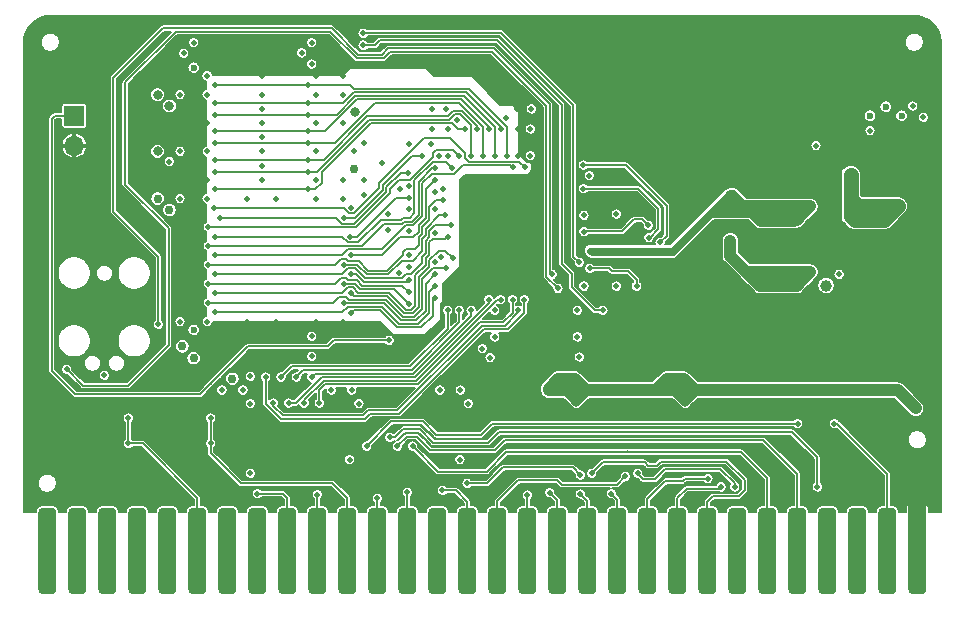
<source format=gbl>
G04 #@! TF.GenerationSoftware,KiCad,Pcbnew,(5.1.10-1-10_14)*
G04 #@! TF.CreationDate,2021-06-01T03:38:36-04:00*
G04 #@! TF.ProjectId,RAM2E,52414d32-452e-46b6-9963-61645f706362,2.0*
G04 #@! TF.SameCoordinates,Original*
G04 #@! TF.FileFunction,Copper,L4,Bot*
G04 #@! TF.FilePolarity,Positive*
%FSLAX46Y46*%
G04 Gerber Fmt 4.6, Leading zero omitted, Abs format (unit mm)*
G04 Created by KiCad (PCBNEW (5.1.10-1-10_14)) date 2021-06-01 03:38:36*
%MOMM*%
%LPD*%
G01*
G04 APERTURE LIST*
G04 #@! TA.AperFunction,ComponentPad*
%ADD10O,1.700000X1.700000*%
G04 #@! TD*
G04 #@! TA.AperFunction,ComponentPad*
%ADD11R,1.700000X1.700000*%
G04 #@! TD*
G04 #@! TA.AperFunction,ComponentPad*
%ADD12C,2.000000*%
G04 #@! TD*
G04 #@! TA.AperFunction,ViaPad*
%ADD13C,0.600000*%
G04 #@! TD*
G04 #@! TA.AperFunction,ViaPad*
%ADD14C,1.000000*%
G04 #@! TD*
G04 #@! TA.AperFunction,ViaPad*
%ADD15C,0.500000*%
G04 #@! TD*
G04 #@! TA.AperFunction,ViaPad*
%ADD16C,0.762000*%
G04 #@! TD*
G04 #@! TA.AperFunction,ViaPad*
%ADD17C,0.800000*%
G04 #@! TD*
G04 #@! TA.AperFunction,ViaPad*
%ADD18C,0.508000*%
G04 #@! TD*
G04 #@! TA.AperFunction,Conductor*
%ADD19C,1.270000*%
G04 #@! TD*
G04 #@! TA.AperFunction,Conductor*
%ADD20C,0.508000*%
G04 #@! TD*
G04 #@! TA.AperFunction,Conductor*
%ADD21C,0.500000*%
G04 #@! TD*
G04 #@! TA.AperFunction,Conductor*
%ADD22C,1.000000*%
G04 #@! TD*
G04 #@! TA.AperFunction,Conductor*
%ADD23C,0.650000*%
G04 #@! TD*
G04 #@! TA.AperFunction,Conductor*
%ADD24C,1.524000*%
G04 #@! TD*
G04 #@! TA.AperFunction,Conductor*
%ADD25C,0.150000*%
G04 #@! TD*
G04 #@! TA.AperFunction,Conductor*
%ADD26C,0.152400*%
G04 #@! TD*
G04 #@! TA.AperFunction,Conductor*
%ADD27C,0.800000*%
G04 #@! TD*
G04 #@! TA.AperFunction,Conductor*
%ADD28C,0.600000*%
G04 #@! TD*
G04 #@! TA.AperFunction,Conductor*
%ADD29C,0.154000*%
G04 #@! TD*
G04 #@! TA.AperFunction,Conductor*
%ADD30C,0.100000*%
G04 #@! TD*
G04 APERTURE END LIST*
D10*
X202946000Y-100965000D03*
D11*
X202946000Y-98425000D03*
D12*
X274320000Y-128397000D03*
G04 #@! TA.AperFunction,SMDPad,CuDef*
G36*
G01*
X201422000Y-131993000D02*
X201422000Y-138571000D01*
G75*
G02*
X201041000Y-138952000I-381000J0D01*
G01*
X200279000Y-138952000D01*
G75*
G02*
X199898000Y-138571000I0J381000D01*
G01*
X199898000Y-131993000D01*
G75*
G02*
X200279000Y-131612000I381000J0D01*
G01*
X201041000Y-131612000D01*
G75*
G02*
X201422000Y-131993000I0J-381000D01*
G01*
G37*
G04 #@! TD.AperFunction*
G04 #@! TA.AperFunction,SMDPad,CuDef*
G36*
G01*
X203962000Y-131993000D02*
X203962000Y-138571000D01*
G75*
G02*
X203581000Y-138952000I-381000J0D01*
G01*
X202819000Y-138952000D01*
G75*
G02*
X202438000Y-138571000I0J381000D01*
G01*
X202438000Y-131993000D01*
G75*
G02*
X202819000Y-131612000I381000J0D01*
G01*
X203581000Y-131612000D01*
G75*
G02*
X203962000Y-131993000I0J-381000D01*
G01*
G37*
G04 #@! TD.AperFunction*
G04 #@! TA.AperFunction,SMDPad,CuDef*
G36*
G01*
X206502000Y-131993000D02*
X206502000Y-138571000D01*
G75*
G02*
X206121000Y-138952000I-381000J0D01*
G01*
X205359000Y-138952000D01*
G75*
G02*
X204978000Y-138571000I0J381000D01*
G01*
X204978000Y-131993000D01*
G75*
G02*
X205359000Y-131612000I381000J0D01*
G01*
X206121000Y-131612000D01*
G75*
G02*
X206502000Y-131993000I0J-381000D01*
G01*
G37*
G04 #@! TD.AperFunction*
G04 #@! TA.AperFunction,SMDPad,CuDef*
G36*
G01*
X209042000Y-131993000D02*
X209042000Y-138571000D01*
G75*
G02*
X208661000Y-138952000I-381000J0D01*
G01*
X207899000Y-138952000D01*
G75*
G02*
X207518000Y-138571000I0J381000D01*
G01*
X207518000Y-131993000D01*
G75*
G02*
X207899000Y-131612000I381000J0D01*
G01*
X208661000Y-131612000D01*
G75*
G02*
X209042000Y-131993000I0J-381000D01*
G01*
G37*
G04 #@! TD.AperFunction*
G04 #@! TA.AperFunction,SMDPad,CuDef*
G36*
G01*
X211582000Y-131993000D02*
X211582000Y-138571000D01*
G75*
G02*
X211201000Y-138952000I-381000J0D01*
G01*
X210439000Y-138952000D01*
G75*
G02*
X210058000Y-138571000I0J381000D01*
G01*
X210058000Y-131993000D01*
G75*
G02*
X210439000Y-131612000I381000J0D01*
G01*
X211201000Y-131612000D01*
G75*
G02*
X211582000Y-131993000I0J-381000D01*
G01*
G37*
G04 #@! TD.AperFunction*
G04 #@! TA.AperFunction,SMDPad,CuDef*
G36*
G01*
X214122000Y-131993000D02*
X214122000Y-138571000D01*
G75*
G02*
X213741000Y-138952000I-381000J0D01*
G01*
X212979000Y-138952000D01*
G75*
G02*
X212598000Y-138571000I0J381000D01*
G01*
X212598000Y-131993000D01*
G75*
G02*
X212979000Y-131612000I381000J0D01*
G01*
X213741000Y-131612000D01*
G75*
G02*
X214122000Y-131993000I0J-381000D01*
G01*
G37*
G04 #@! TD.AperFunction*
G04 #@! TA.AperFunction,SMDPad,CuDef*
G36*
G01*
X216662000Y-131993000D02*
X216662000Y-138571000D01*
G75*
G02*
X216281000Y-138952000I-381000J0D01*
G01*
X215519000Y-138952000D01*
G75*
G02*
X215138000Y-138571000I0J381000D01*
G01*
X215138000Y-131993000D01*
G75*
G02*
X215519000Y-131612000I381000J0D01*
G01*
X216281000Y-131612000D01*
G75*
G02*
X216662000Y-131993000I0J-381000D01*
G01*
G37*
G04 #@! TD.AperFunction*
G04 #@! TA.AperFunction,SMDPad,CuDef*
G36*
G01*
X219202000Y-131993000D02*
X219202000Y-138571000D01*
G75*
G02*
X218821000Y-138952000I-381000J0D01*
G01*
X218059000Y-138952000D01*
G75*
G02*
X217678000Y-138571000I0J381000D01*
G01*
X217678000Y-131993000D01*
G75*
G02*
X218059000Y-131612000I381000J0D01*
G01*
X218821000Y-131612000D01*
G75*
G02*
X219202000Y-131993000I0J-381000D01*
G01*
G37*
G04 #@! TD.AperFunction*
G04 #@! TA.AperFunction,SMDPad,CuDef*
G36*
G01*
X221742000Y-131993000D02*
X221742000Y-138571000D01*
G75*
G02*
X221361000Y-138952000I-381000J0D01*
G01*
X220599000Y-138952000D01*
G75*
G02*
X220218000Y-138571000I0J381000D01*
G01*
X220218000Y-131993000D01*
G75*
G02*
X220599000Y-131612000I381000J0D01*
G01*
X221361000Y-131612000D01*
G75*
G02*
X221742000Y-131993000I0J-381000D01*
G01*
G37*
G04 #@! TD.AperFunction*
G04 #@! TA.AperFunction,SMDPad,CuDef*
G36*
G01*
X224282000Y-131993000D02*
X224282000Y-138571000D01*
G75*
G02*
X223901000Y-138952000I-381000J0D01*
G01*
X223139000Y-138952000D01*
G75*
G02*
X222758000Y-138571000I0J381000D01*
G01*
X222758000Y-131993000D01*
G75*
G02*
X223139000Y-131612000I381000J0D01*
G01*
X223901000Y-131612000D01*
G75*
G02*
X224282000Y-131993000I0J-381000D01*
G01*
G37*
G04 #@! TD.AperFunction*
G04 #@! TA.AperFunction,SMDPad,CuDef*
G36*
G01*
X226822000Y-131993000D02*
X226822000Y-138571000D01*
G75*
G02*
X226441000Y-138952000I-381000J0D01*
G01*
X225679000Y-138952000D01*
G75*
G02*
X225298000Y-138571000I0J381000D01*
G01*
X225298000Y-131993000D01*
G75*
G02*
X225679000Y-131612000I381000J0D01*
G01*
X226441000Y-131612000D01*
G75*
G02*
X226822000Y-131993000I0J-381000D01*
G01*
G37*
G04 #@! TD.AperFunction*
G04 #@! TA.AperFunction,SMDPad,CuDef*
G36*
G01*
X229362000Y-131993000D02*
X229362000Y-138571000D01*
G75*
G02*
X228981000Y-138952000I-381000J0D01*
G01*
X228219000Y-138952000D01*
G75*
G02*
X227838000Y-138571000I0J381000D01*
G01*
X227838000Y-131993000D01*
G75*
G02*
X228219000Y-131612000I381000J0D01*
G01*
X228981000Y-131612000D01*
G75*
G02*
X229362000Y-131993000I0J-381000D01*
G01*
G37*
G04 #@! TD.AperFunction*
G04 #@! TA.AperFunction,SMDPad,CuDef*
G36*
G01*
X231902000Y-131993000D02*
X231902000Y-138571000D01*
G75*
G02*
X231521000Y-138952000I-381000J0D01*
G01*
X230759000Y-138952000D01*
G75*
G02*
X230378000Y-138571000I0J381000D01*
G01*
X230378000Y-131993000D01*
G75*
G02*
X230759000Y-131612000I381000J0D01*
G01*
X231521000Y-131612000D01*
G75*
G02*
X231902000Y-131993000I0J-381000D01*
G01*
G37*
G04 #@! TD.AperFunction*
G04 #@! TA.AperFunction,SMDPad,CuDef*
G36*
G01*
X234442000Y-131993000D02*
X234442000Y-138571000D01*
G75*
G02*
X234061000Y-138952000I-381000J0D01*
G01*
X233299000Y-138952000D01*
G75*
G02*
X232918000Y-138571000I0J381000D01*
G01*
X232918000Y-131993000D01*
G75*
G02*
X233299000Y-131612000I381000J0D01*
G01*
X234061000Y-131612000D01*
G75*
G02*
X234442000Y-131993000I0J-381000D01*
G01*
G37*
G04 #@! TD.AperFunction*
G04 #@! TA.AperFunction,SMDPad,CuDef*
G36*
G01*
X236982000Y-131993000D02*
X236982000Y-138571000D01*
G75*
G02*
X236601000Y-138952000I-381000J0D01*
G01*
X235839000Y-138952000D01*
G75*
G02*
X235458000Y-138571000I0J381000D01*
G01*
X235458000Y-131993000D01*
G75*
G02*
X235839000Y-131612000I381000J0D01*
G01*
X236601000Y-131612000D01*
G75*
G02*
X236982000Y-131993000I0J-381000D01*
G01*
G37*
G04 #@! TD.AperFunction*
G04 #@! TA.AperFunction,SMDPad,CuDef*
G36*
G01*
X239522000Y-131993000D02*
X239522000Y-138571000D01*
G75*
G02*
X239141000Y-138952000I-381000J0D01*
G01*
X238379000Y-138952000D01*
G75*
G02*
X237998000Y-138571000I0J381000D01*
G01*
X237998000Y-131993000D01*
G75*
G02*
X238379000Y-131612000I381000J0D01*
G01*
X239141000Y-131612000D01*
G75*
G02*
X239522000Y-131993000I0J-381000D01*
G01*
G37*
G04 #@! TD.AperFunction*
G04 #@! TA.AperFunction,SMDPad,CuDef*
G36*
G01*
X242062000Y-131993000D02*
X242062000Y-138571000D01*
G75*
G02*
X241681000Y-138952000I-381000J0D01*
G01*
X240919000Y-138952000D01*
G75*
G02*
X240538000Y-138571000I0J381000D01*
G01*
X240538000Y-131993000D01*
G75*
G02*
X240919000Y-131612000I381000J0D01*
G01*
X241681000Y-131612000D01*
G75*
G02*
X242062000Y-131993000I0J-381000D01*
G01*
G37*
G04 #@! TD.AperFunction*
G04 #@! TA.AperFunction,SMDPad,CuDef*
G36*
G01*
X244602000Y-131993000D02*
X244602000Y-138571000D01*
G75*
G02*
X244221000Y-138952000I-381000J0D01*
G01*
X243459000Y-138952000D01*
G75*
G02*
X243078000Y-138571000I0J381000D01*
G01*
X243078000Y-131993000D01*
G75*
G02*
X243459000Y-131612000I381000J0D01*
G01*
X244221000Y-131612000D01*
G75*
G02*
X244602000Y-131993000I0J-381000D01*
G01*
G37*
G04 #@! TD.AperFunction*
G04 #@! TA.AperFunction,SMDPad,CuDef*
G36*
G01*
X247142000Y-131993000D02*
X247142000Y-138571000D01*
G75*
G02*
X246761000Y-138952000I-381000J0D01*
G01*
X245999000Y-138952000D01*
G75*
G02*
X245618000Y-138571000I0J381000D01*
G01*
X245618000Y-131993000D01*
G75*
G02*
X245999000Y-131612000I381000J0D01*
G01*
X246761000Y-131612000D01*
G75*
G02*
X247142000Y-131993000I0J-381000D01*
G01*
G37*
G04 #@! TD.AperFunction*
G04 #@! TA.AperFunction,SMDPad,CuDef*
G36*
G01*
X249682000Y-131993000D02*
X249682000Y-138571000D01*
G75*
G02*
X249301000Y-138952000I-381000J0D01*
G01*
X248539000Y-138952000D01*
G75*
G02*
X248158000Y-138571000I0J381000D01*
G01*
X248158000Y-131993000D01*
G75*
G02*
X248539000Y-131612000I381000J0D01*
G01*
X249301000Y-131612000D01*
G75*
G02*
X249682000Y-131993000I0J-381000D01*
G01*
G37*
G04 #@! TD.AperFunction*
G04 #@! TA.AperFunction,SMDPad,CuDef*
G36*
G01*
X252222000Y-131993000D02*
X252222000Y-138571000D01*
G75*
G02*
X251841000Y-138952000I-381000J0D01*
G01*
X251079000Y-138952000D01*
G75*
G02*
X250698000Y-138571000I0J381000D01*
G01*
X250698000Y-131993000D01*
G75*
G02*
X251079000Y-131612000I381000J0D01*
G01*
X251841000Y-131612000D01*
G75*
G02*
X252222000Y-131993000I0J-381000D01*
G01*
G37*
G04 #@! TD.AperFunction*
G04 #@! TA.AperFunction,SMDPad,CuDef*
G36*
G01*
X254762000Y-131993000D02*
X254762000Y-138571000D01*
G75*
G02*
X254381000Y-138952000I-381000J0D01*
G01*
X253619000Y-138952000D01*
G75*
G02*
X253238000Y-138571000I0J381000D01*
G01*
X253238000Y-131993000D01*
G75*
G02*
X253619000Y-131612000I381000J0D01*
G01*
X254381000Y-131612000D01*
G75*
G02*
X254762000Y-131993000I0J-381000D01*
G01*
G37*
G04 #@! TD.AperFunction*
G04 #@! TA.AperFunction,SMDPad,CuDef*
G36*
G01*
X257302000Y-131993000D02*
X257302000Y-138571000D01*
G75*
G02*
X256921000Y-138952000I-381000J0D01*
G01*
X256159000Y-138952000D01*
G75*
G02*
X255778000Y-138571000I0J381000D01*
G01*
X255778000Y-131993000D01*
G75*
G02*
X256159000Y-131612000I381000J0D01*
G01*
X256921000Y-131612000D01*
G75*
G02*
X257302000Y-131993000I0J-381000D01*
G01*
G37*
G04 #@! TD.AperFunction*
G04 #@! TA.AperFunction,SMDPad,CuDef*
G36*
G01*
X259842000Y-131993000D02*
X259842000Y-138571000D01*
G75*
G02*
X259461000Y-138952000I-381000J0D01*
G01*
X258699000Y-138952000D01*
G75*
G02*
X258318000Y-138571000I0J381000D01*
G01*
X258318000Y-131993000D01*
G75*
G02*
X258699000Y-131612000I381000J0D01*
G01*
X259461000Y-131612000D01*
G75*
G02*
X259842000Y-131993000I0J-381000D01*
G01*
G37*
G04 #@! TD.AperFunction*
G04 #@! TA.AperFunction,SMDPad,CuDef*
G36*
G01*
X262382000Y-131993000D02*
X262382000Y-138571000D01*
G75*
G02*
X262001000Y-138952000I-381000J0D01*
G01*
X261239000Y-138952000D01*
G75*
G02*
X260858000Y-138571000I0J381000D01*
G01*
X260858000Y-131993000D01*
G75*
G02*
X261239000Y-131612000I381000J0D01*
G01*
X262001000Y-131612000D01*
G75*
G02*
X262382000Y-131993000I0J-381000D01*
G01*
G37*
G04 #@! TD.AperFunction*
G04 #@! TA.AperFunction,SMDPad,CuDef*
G36*
G01*
X264922000Y-131993000D02*
X264922000Y-138571000D01*
G75*
G02*
X264541000Y-138952000I-381000J0D01*
G01*
X263779000Y-138952000D01*
G75*
G02*
X263398000Y-138571000I0J381000D01*
G01*
X263398000Y-131993000D01*
G75*
G02*
X263779000Y-131612000I381000J0D01*
G01*
X264541000Y-131612000D01*
G75*
G02*
X264922000Y-131993000I0J-381000D01*
G01*
G37*
G04 #@! TD.AperFunction*
G04 #@! TA.AperFunction,SMDPad,CuDef*
G36*
G01*
X267462000Y-131993000D02*
X267462000Y-138571000D01*
G75*
G02*
X267081000Y-138952000I-381000J0D01*
G01*
X266319000Y-138952000D01*
G75*
G02*
X265938000Y-138571000I0J381000D01*
G01*
X265938000Y-131993000D01*
G75*
G02*
X266319000Y-131612000I381000J0D01*
G01*
X267081000Y-131612000D01*
G75*
G02*
X267462000Y-131993000I0J-381000D01*
G01*
G37*
G04 #@! TD.AperFunction*
G04 #@! TA.AperFunction,SMDPad,CuDef*
G36*
G01*
X270002000Y-131993000D02*
X270002000Y-138571000D01*
G75*
G02*
X269621000Y-138952000I-381000J0D01*
G01*
X268859000Y-138952000D01*
G75*
G02*
X268478000Y-138571000I0J381000D01*
G01*
X268478000Y-131993000D01*
G75*
G02*
X268859000Y-131612000I381000J0D01*
G01*
X269621000Y-131612000D01*
G75*
G02*
X270002000Y-131993000I0J-381000D01*
G01*
G37*
G04 #@! TD.AperFunction*
G04 #@! TA.AperFunction,SMDPad,CuDef*
G36*
G01*
X272542000Y-131993000D02*
X272542000Y-138571000D01*
G75*
G02*
X272161000Y-138952000I-381000J0D01*
G01*
X271399000Y-138952000D01*
G75*
G02*
X271018000Y-138571000I0J381000D01*
G01*
X271018000Y-131993000D01*
G75*
G02*
X271399000Y-131612000I381000J0D01*
G01*
X272161000Y-131612000D01*
G75*
G02*
X272542000Y-131993000I0J-381000D01*
G01*
G37*
G04 #@! TD.AperFunction*
G04 #@! TA.AperFunction,SMDPad,CuDef*
G36*
G01*
X275082000Y-131993000D02*
X275082000Y-138571000D01*
G75*
G02*
X274701000Y-138952000I-381000J0D01*
G01*
X273939000Y-138952000D01*
G75*
G02*
X273558000Y-138571000I0J381000D01*
G01*
X273558000Y-131993000D01*
G75*
G02*
X273939000Y-131612000I381000J0D01*
G01*
X274701000Y-131612000D01*
G75*
G02*
X275082000Y-131993000I0J-381000D01*
G01*
G37*
G04 #@! TD.AperFunction*
D13*
X269800000Y-106100000D03*
D14*
X272650000Y-106100000D03*
X271350000Y-107250000D03*
D13*
X268700000Y-106900000D03*
D15*
X245450000Y-120500000D03*
X244825000Y-121650000D03*
X245450000Y-122800000D03*
X254650000Y-120500000D03*
X254025000Y-121650000D03*
X254650000Y-122800000D03*
D16*
X243925000Y-120700000D03*
X253125000Y-120700000D03*
D14*
X274193000Y-123190000D03*
D15*
X252300000Y-121650000D03*
X243100000Y-121650000D03*
D13*
X268700000Y-103450000D03*
X269800000Y-105000000D03*
X271350000Y-103450000D03*
X267600000Y-105150000D03*
D14*
X272650000Y-104400000D03*
D15*
X272923000Y-115570000D03*
X262763000Y-115570000D03*
X265303000Y-118110000D03*
X262763000Y-120650000D03*
X267843000Y-115570000D03*
X270383000Y-118110000D03*
X272923000Y-120650000D03*
X267843000Y-120650000D03*
X249400000Y-103600000D03*
X249050000Y-102050000D03*
X247550000Y-100150000D03*
X248850000Y-107450000D03*
X239550000Y-117150000D03*
X240550000Y-99550000D03*
X231250000Y-106350000D03*
X233500000Y-106350000D03*
X240450000Y-97850000D03*
X233500000Y-110850000D03*
X239650000Y-118850000D03*
X229500000Y-106750000D03*
X250550000Y-107700000D03*
X248850000Y-111100000D03*
X250550000Y-111200000D03*
X249700000Y-112150000D03*
X246900000Y-117150000D03*
X246900000Y-118850000D03*
X230400000Y-111700000D03*
X231250000Y-111200000D03*
X239550000Y-114900000D03*
X246300000Y-114900000D03*
X246600000Y-116000000D03*
X240550000Y-101800000D03*
X233800000Y-101800000D03*
X246600000Y-106350000D03*
X246600000Y-107350000D03*
X233200000Y-99550000D03*
X233200000Y-97850000D03*
X226400000Y-106200000D03*
X214200000Y-99050000D03*
X211900000Y-103850000D03*
X214200000Y-103850000D03*
X223400000Y-115850000D03*
X225700000Y-115850000D03*
X223400000Y-95050000D03*
X225700000Y-95050000D03*
X223400000Y-96650000D03*
X225700000Y-96650000D03*
X223400000Y-101450000D03*
X225700000Y-105450000D03*
X223400000Y-105450000D03*
D16*
X214550000Y-118950000D03*
X214550000Y-116950000D03*
X210000000Y-103950000D03*
D15*
X211000000Y-103100000D03*
D16*
X211000000Y-99000000D03*
D15*
X235625000Y-123150000D03*
D16*
X233750000Y-123150000D03*
X215350000Y-123150000D03*
X216325000Y-124100000D03*
D15*
X217225000Y-123150000D03*
D16*
X242950000Y-123150000D03*
D15*
X254025000Y-123150000D03*
D16*
X252150000Y-123150000D03*
D15*
X244825000Y-123150000D03*
X226425000Y-123150000D03*
D16*
X224550000Y-123150000D03*
D15*
X227700000Y-122800000D03*
X218500000Y-122800000D03*
X227475000Y-105150000D03*
D17*
X210000000Y-95150000D03*
X211000000Y-94200000D03*
X210000000Y-99950000D03*
D15*
X245450000Y-126400000D03*
X254650000Y-126400000D03*
X219710000Y-131191000D03*
X222250000Y-131191000D03*
X224790000Y-131191000D03*
X227330000Y-131191000D03*
X229870000Y-131191000D03*
X232410000Y-131191000D03*
X234950000Y-131191000D03*
X217170000Y-131191000D03*
D13*
X214630000Y-131191000D03*
X212090000Y-131191000D03*
D15*
X209550000Y-131191000D03*
X204470000Y-131191000D03*
X201930000Y-131191000D03*
X199136000Y-131191000D03*
X265430000Y-131191000D03*
X262890000Y-131191000D03*
X260350000Y-131191000D03*
X257810000Y-131191000D03*
X255270000Y-131191000D03*
X252730000Y-131191000D03*
X250190000Y-131191000D03*
X247650000Y-131191000D03*
X245110000Y-131191000D03*
X242570000Y-131191000D03*
X240030000Y-131191000D03*
X237490000Y-131191000D03*
X275844000Y-118364000D03*
X275844000Y-108204000D03*
X275844000Y-103124000D03*
X199136000Y-93091000D03*
X275844000Y-98044000D03*
X272923000Y-90424000D03*
X199771000Y-90932000D03*
X267970000Y-90424000D03*
X262890000Y-90424000D03*
X252730000Y-90424000D03*
X242570000Y-90424000D03*
X247650000Y-90424000D03*
X237998000Y-90424000D03*
X227330000Y-90424000D03*
X232410000Y-90424000D03*
X222250000Y-90274000D03*
X212090000Y-90274000D03*
X217170000Y-90274000D03*
X206756000Y-90424000D03*
X202057000Y-90424000D03*
X275209000Y-90932000D03*
X199136000Y-107315000D03*
X199136000Y-112395000D03*
X199136000Y-117475000D03*
X199136000Y-122555000D03*
X199136000Y-128270000D03*
X275844000Y-93091000D03*
X275844000Y-131191000D03*
X270510000Y-131191000D03*
X207010000Y-131191000D03*
X267970000Y-131191000D03*
X275844000Y-123444000D03*
X255270000Y-92964000D03*
X267970000Y-95504000D03*
X262890000Y-95504000D03*
X257810000Y-95504000D03*
X229870000Y-93599000D03*
X201676000Y-125095000D03*
X204216000Y-122555000D03*
X209296000Y-122555000D03*
X206756000Y-125095000D03*
X273050000Y-95504000D03*
D13*
X211836000Y-125095000D03*
D15*
X211836000Y-120015000D03*
X270383000Y-123190000D03*
X218650000Y-125900000D03*
X205486000Y-110490000D03*
X224550000Y-92250000D03*
X225400000Y-93150000D03*
X242800000Y-120550000D03*
X237000000Y-122800000D03*
X226600000Y-101400000D03*
X219710000Y-92964000D03*
X227500000Y-100750000D03*
X252730000Y-95504000D03*
X229000000Y-92550000D03*
X226300000Y-91300000D03*
X230250000Y-124800000D03*
X254250000Y-128850000D03*
D17*
X234750000Y-124150000D03*
X225550000Y-124750000D03*
D15*
X204030000Y-114300000D03*
X211650000Y-113200000D03*
D14*
X267850000Y-126200000D03*
X269050000Y-124850000D03*
D15*
X265303000Y-123190000D03*
X228250000Y-91900000D03*
X269050000Y-127350000D03*
X217050000Y-127100000D03*
X220000000Y-105450000D03*
X217600000Y-105450000D03*
X218800000Y-103850000D03*
X218800000Y-101450000D03*
X218800000Y-99050000D03*
X218800000Y-96650000D03*
X218800000Y-95050000D03*
X218800000Y-102650000D03*
X218800000Y-97850000D03*
X218800000Y-100250000D03*
X220000000Y-115850000D03*
X217600000Y-115850000D03*
X233200000Y-94500000D03*
X209931000Y-107696000D03*
X199136000Y-102235000D03*
X199136000Y-97155000D03*
X201676000Y-94615000D03*
X201676000Y-104775000D03*
X206756000Y-99695000D03*
X206756000Y-104775000D03*
D14*
X259850000Y-109950000D03*
X262550000Y-109950000D03*
X261200000Y-108800000D03*
X263900000Y-108800000D03*
X265250000Y-109950000D03*
X266600000Y-108800000D03*
X269300000Y-112800000D03*
D15*
X275844000Y-113284000D03*
D14*
X267950000Y-113950000D03*
X265250000Y-113950000D03*
X262550000Y-113950000D03*
X259850000Y-113950000D03*
D15*
X267700000Y-109850000D03*
D14*
X271350000Y-113650000D03*
X272700000Y-112500000D03*
D15*
X260223000Y-123190000D03*
X263144000Y-125730000D03*
X273050000Y-131699000D03*
D14*
X258500000Y-112800000D03*
D15*
X229000000Y-102450000D03*
X214550000Y-94050000D03*
X215400000Y-93150000D03*
X214550000Y-92250000D03*
D13*
X224550000Y-94350000D03*
D14*
X262600000Y-104400000D03*
X265200000Y-104400000D03*
X259850000Y-104400000D03*
D15*
X228350000Y-128700000D03*
X223700000Y-126400000D03*
X223700000Y-128650000D03*
X232900000Y-128700000D03*
X233550000Y-127550000D03*
X242150000Y-126400000D03*
X242750000Y-127550000D03*
X242100000Y-128700000D03*
X251300000Y-126400000D03*
X251950000Y-127550000D03*
X260500000Y-126400000D03*
X261150000Y-127550000D03*
X260500000Y-128700000D03*
D13*
X224550000Y-116550000D03*
D17*
X215500000Y-117950000D03*
D15*
X257810000Y-90424000D03*
X260350000Y-97917000D03*
D14*
X261200000Y-103250000D03*
D15*
X246450000Y-99100000D03*
X244700000Y-98950000D03*
X253350000Y-110750000D03*
X243700000Y-98950000D03*
X246950000Y-98100000D03*
X247650000Y-95504000D03*
X240600000Y-117850000D03*
X249250000Y-116900000D03*
X261620000Y-101854000D03*
X274828000Y-99758500D03*
X273050000Y-99758500D03*
X273939000Y-100774500D03*
X262180000Y-100196000D03*
X262509000Y-99060000D03*
X255270000Y-97917000D03*
X201580000Y-115850000D03*
X233150000Y-100850000D03*
X233500000Y-104850000D03*
X246600000Y-112350000D03*
X250250000Y-116550000D03*
D13*
X263017000Y-102235000D03*
X265620500Y-102235000D03*
D15*
X266700000Y-101600000D03*
X255651000Y-104140000D03*
X260223000Y-118110000D03*
X257683000Y-115570000D03*
D14*
X263900000Y-103250000D03*
D15*
X225350000Y-117950000D03*
X224550000Y-118800000D03*
X209296000Y-92837000D03*
X239500000Y-98600000D03*
X230550000Y-104600000D03*
X206756000Y-93980000D03*
X230300000Y-126400000D03*
X231600000Y-126400000D03*
X257700000Y-129850000D03*
X256600000Y-129150000D03*
X243200000Y-130350000D03*
X241300000Y-130550000D03*
X214503000Y-124015500D03*
X214503000Y-126174500D03*
X229650000Y-125650000D03*
X265850000Y-129850000D03*
X218440000Y-130429000D03*
X234100000Y-130150000D03*
X231140000Y-130302000D03*
X228600000Y-130810000D03*
X223520000Y-130500000D03*
X267300000Y-124500000D03*
X249600000Y-128950000D03*
X245800000Y-130450000D03*
X248412000Y-130429000D03*
X246750000Y-128700000D03*
X250650000Y-128700000D03*
X258850000Y-129850000D03*
X236200000Y-129550000D03*
X245800000Y-128850000D03*
X231250000Y-100800000D03*
X245550000Y-117150000D03*
X245550000Y-114900000D03*
X245700000Y-118850000D03*
X248850000Y-106750000D03*
X233500000Y-108350000D03*
X231250000Y-108200000D03*
X229500000Y-108100000D03*
X238550000Y-114900000D03*
X241550000Y-101800000D03*
X234550000Y-101800000D03*
X238550000Y-117150000D03*
X234000000Y-110350000D03*
X234550000Y-99550000D03*
X241650000Y-97850000D03*
X234400000Y-97850000D03*
X241550000Y-99550000D03*
X231250000Y-110200000D03*
D18*
X214200000Y-96650000D03*
D15*
X214200000Y-101450000D03*
X211900000Y-96650000D03*
X211900000Y-101450000D03*
X211900000Y-105450000D03*
X211900000Y-115850000D03*
X214200000Y-115850000D03*
X225700000Y-99050000D03*
X223400000Y-99050000D03*
X223400000Y-103850000D03*
X225700000Y-103850000D03*
D16*
X212100000Y-117950000D03*
X213050000Y-118950000D03*
X211000000Y-106400000D03*
X210000000Y-105450000D03*
D15*
X211000000Y-102300000D03*
D16*
X226600000Y-102900000D03*
D18*
X214200000Y-95050000D03*
D15*
X235625000Y-121650000D03*
X236300000Y-122800000D03*
X217850000Y-120500000D03*
X215450000Y-121650000D03*
X217225000Y-121650000D03*
D16*
X216325000Y-120700000D03*
D15*
X217850000Y-122800000D03*
X226425000Y-121650000D03*
X227050000Y-122800000D03*
X217850000Y-128700000D03*
D18*
X214200000Y-105450000D03*
D17*
X210000000Y-96650000D03*
X211000000Y-97600000D03*
X210000000Y-101450000D03*
D15*
X235600000Y-127550000D03*
X226250000Y-127550000D03*
X223050000Y-92250000D03*
X223050000Y-94050000D03*
X222200000Y-93100000D03*
D14*
X259850000Y-111650000D03*
X261200000Y-112800000D03*
X262550000Y-111650000D03*
X265250000Y-111650000D03*
X263900000Y-112800000D03*
X266600000Y-112800000D03*
D13*
X213050000Y-116550000D03*
D15*
X213050000Y-92250000D03*
X212200000Y-93150000D03*
D13*
X213050000Y-94350000D03*
D15*
X267700000Y-111850000D03*
D17*
X258500000Y-109000000D03*
D15*
X227500000Y-103850000D03*
X233900000Y-121650000D03*
X224700000Y-121650000D03*
X237500000Y-118150000D03*
X238150000Y-118900000D03*
X246100000Y-106850000D03*
D13*
X272986500Y-98425000D03*
D15*
X273939000Y-97599500D03*
X274828000Y-98552000D03*
X265747500Y-100965000D03*
X205486000Y-120396000D03*
X231250000Y-104350000D03*
X248850000Y-112850000D03*
X246100000Y-112850000D03*
X246550000Y-103500000D03*
X270319500Y-99695000D03*
D13*
X270319500Y-98425000D03*
X271653000Y-97663000D03*
D15*
X234200000Y-104600000D03*
X223050000Y-118800000D03*
X223050000Y-117100000D03*
X235350000Y-98800000D03*
D17*
X226750000Y-98100000D03*
D15*
X210058000Y-116078000D03*
X243400000Y-111850000D03*
X243900000Y-113050000D03*
X202311000Y-119888000D03*
X247700000Y-114900000D03*
X227400000Y-92450000D03*
X222700000Y-102150000D03*
D18*
X214900000Y-102150000D03*
D15*
X237050000Y-99550000D03*
X222700000Y-100750000D03*
X214900000Y-100750000D03*
X237550000Y-101800000D03*
X222700000Y-99750000D03*
D18*
X214900000Y-99750000D03*
D15*
X238050000Y-99550000D03*
X222700000Y-98350000D03*
X214900000Y-98350000D03*
X238550000Y-101800000D03*
X222700000Y-104650000D03*
D18*
X214900000Y-104650000D03*
D15*
X236050000Y-99550000D03*
X222700000Y-103150000D03*
X214900000Y-103150000D03*
X236550000Y-101800000D03*
D18*
X222700000Y-95850000D03*
X214900000Y-95850000D03*
D15*
X239550000Y-101800000D03*
D18*
X214900000Y-97350000D03*
X222700000Y-97350000D03*
D15*
X239050000Y-99550000D03*
X225800000Y-107050000D03*
X232400000Y-101800000D03*
X215300000Y-107050000D03*
X231200000Y-103250000D03*
X214300000Y-107850000D03*
X235550000Y-101800000D03*
X226300000Y-108650000D03*
X231250000Y-105350000D03*
X214850000Y-108650000D03*
X234900000Y-102850000D03*
X214850000Y-110250000D03*
X240050000Y-102800000D03*
X233500000Y-103850000D03*
X226350000Y-110250000D03*
X214300000Y-109450000D03*
X233500000Y-102850000D03*
X214300000Y-111050000D03*
X234200000Y-105600000D03*
X234350000Y-106850000D03*
X225750000Y-111050000D03*
X214850000Y-111850000D03*
X234850000Y-107700000D03*
X231250000Y-112350000D03*
X226350000Y-111850000D03*
X231250000Y-113350000D03*
X214300000Y-112650000D03*
X231250000Y-114350000D03*
X225750000Y-112650000D03*
X214850000Y-113450000D03*
X234550000Y-108650000D03*
X226350000Y-113450000D03*
X235000000Y-110500000D03*
X233500000Y-113850000D03*
X226400000Y-115100000D03*
X233500000Y-112850000D03*
X214850000Y-115050000D03*
X233500000Y-111850000D03*
X225750000Y-114250000D03*
X234450000Y-111350000D03*
X214300000Y-114250000D03*
D18*
X214750000Y-106250000D03*
D15*
X241100000Y-102800000D03*
X240550000Y-114900000D03*
X219800000Y-122750000D03*
X241050000Y-114000000D03*
X219150000Y-120550000D03*
X235550000Y-114900000D03*
X221750000Y-120550000D03*
X238050000Y-114000000D03*
X221100000Y-122750000D03*
X239050000Y-114000000D03*
X222400000Y-122750000D03*
X240050000Y-114000000D03*
X223700000Y-122750000D03*
X236550000Y-114900000D03*
X223050000Y-120550000D03*
X234550000Y-114900000D03*
X220450000Y-120550000D03*
X246600000Y-111350000D03*
X250550000Y-112850000D03*
X246100000Y-108250000D03*
X251550000Y-107700000D03*
X246050000Y-104600000D03*
X251600000Y-108750000D03*
X246050000Y-102600000D03*
X252550000Y-109150000D03*
X207518000Y-124015500D03*
X207518000Y-126174500D03*
X229600000Y-117450000D03*
X227700000Y-126400000D03*
X264200000Y-124500000D03*
D14*
X263900000Y-107250000D03*
X262600000Y-106100000D03*
X265250000Y-106100000D03*
X259850000Y-106100000D03*
X261200000Y-107300000D03*
D17*
X258500000Y-105100000D03*
D15*
X248850000Y-109850000D03*
X250550000Y-110000000D03*
X246600000Y-109850000D03*
X227400000Y-91440000D03*
X245700000Y-110850000D03*
D19*
X269500000Y-106100000D02*
X268700000Y-106900000D01*
X271350000Y-107250000D02*
X270200000Y-106100000D01*
X271350000Y-107250000D02*
X272500000Y-106100000D01*
X272650000Y-106100000D02*
X271500000Y-107250000D01*
X272500000Y-106100000D02*
X272650000Y-106100000D01*
X269050000Y-107250000D02*
X268700000Y-106900000D01*
X271500000Y-107250000D02*
X271350000Y-107250000D01*
X271350000Y-107250000D02*
X269050000Y-107250000D01*
X272650000Y-106100000D02*
X269500000Y-106100000D01*
X270200000Y-106100000D02*
X269800000Y-106100000D01*
D20*
X245450000Y-122800000D02*
X245450000Y-120500000D01*
X254650000Y-122800000D02*
X254650000Y-120500000D01*
X254025000Y-122175000D02*
X254650000Y-122800000D01*
X254025000Y-121650000D02*
X254025000Y-122175000D01*
X254025000Y-121125000D02*
X254650000Y-120500000D01*
X254025000Y-121650000D02*
X254025000Y-121125000D01*
X244825000Y-121125000D02*
X245450000Y-120500000D01*
X244825000Y-121650000D02*
X244825000Y-121125000D01*
X244825000Y-122175000D02*
X245450000Y-122800000D01*
X244825000Y-121650000D02*
X244825000Y-122175000D01*
D21*
X245450000Y-120500000D02*
X246600000Y-121650000D01*
X245450000Y-122800000D02*
X246600000Y-121650000D01*
X245450000Y-120500000D02*
X245350000Y-120600000D01*
X245350000Y-122700000D02*
X245450000Y-122800000D01*
X245350000Y-120600000D02*
X245350000Y-122700000D01*
X245450000Y-120500000D02*
X245550000Y-120600000D01*
X245550000Y-122700000D02*
X245450000Y-122800000D01*
X244300000Y-121650000D02*
X245450000Y-122800000D01*
X244300000Y-121650000D02*
X245450000Y-120500000D01*
X244825000Y-121600000D02*
X244825000Y-121650000D01*
X243925000Y-120700000D02*
X244825000Y-121600000D01*
D22*
X243925000Y-120700000D02*
X245300000Y-120700000D01*
X245550000Y-120950000D02*
X245550000Y-121650000D01*
X245300000Y-120700000D02*
X245550000Y-120950000D01*
D21*
X245550000Y-121650000D02*
X245550000Y-122700000D01*
X245550000Y-120600000D02*
X245550000Y-121650000D01*
X254650000Y-120500000D02*
X255800000Y-121650000D01*
X254650000Y-122800000D02*
X255800000Y-121650000D01*
X254650000Y-120500000D02*
X254550000Y-120600000D01*
X254550000Y-122700000D02*
X254650000Y-122800000D01*
X254550000Y-120600000D02*
X254550000Y-122700000D01*
X254650000Y-120500000D02*
X254750000Y-120600000D01*
X254750000Y-122700000D02*
X254650000Y-122800000D01*
X254750000Y-120600000D02*
X254750000Y-122700000D01*
D22*
X252175000Y-121650000D02*
X244825000Y-121650000D01*
X253125000Y-120700000D02*
X252175000Y-121650000D01*
X254025000Y-121600000D02*
X254025000Y-121650000D01*
X253125000Y-120700000D02*
X254025000Y-121600000D01*
X254500000Y-120700000D02*
X255450000Y-121650000D01*
X253125000Y-120700000D02*
X254500000Y-120700000D01*
X272653000Y-121650000D02*
X254025000Y-121650000D01*
X274193000Y-123190000D02*
X272653000Y-121650000D01*
D21*
X252300000Y-121650000D02*
X253500000Y-121650000D01*
X246600000Y-121650000D02*
X252300000Y-121650000D01*
D22*
X252300000Y-121650000D02*
X244825000Y-121650000D01*
D21*
X253500000Y-121650000D02*
X254650000Y-122800000D01*
D22*
X254025000Y-121650000D02*
X252300000Y-121650000D01*
D21*
X243100000Y-121650000D02*
X244300000Y-121650000D01*
D22*
X243100000Y-121525000D02*
X243925000Y-120700000D01*
X243100000Y-121650000D02*
X243100000Y-121525000D01*
X244825000Y-121650000D02*
X243100000Y-121650000D01*
D23*
X269750000Y-106100000D02*
X272650000Y-106100000D01*
X268700000Y-105050000D02*
X269750000Y-106100000D01*
X268700000Y-103450000D02*
X268700000Y-105050000D01*
D19*
X268700000Y-103450000D02*
X268700000Y-106900000D01*
D24*
X274320000Y-135282000D02*
X274320000Y-128397000D01*
D25*
X264160000Y-128760000D02*
X264160000Y-135282000D01*
X261300000Y-125900000D02*
X264160000Y-128760000D01*
X239400000Y-125900000D02*
X261300000Y-125900000D01*
X238550000Y-126750000D02*
X239400000Y-125900000D01*
X233100000Y-126750000D02*
X238550000Y-126750000D01*
X231950000Y-125600000D02*
X233100000Y-126750000D01*
X231100000Y-125600000D02*
X231950000Y-125600000D01*
X230300000Y-126400000D02*
X231100000Y-125600000D01*
X249750000Y-126850000D02*
X249800000Y-126900000D01*
X261620000Y-130810000D02*
X261620000Y-135282000D01*
X259400000Y-126900000D02*
X261620000Y-129120000D01*
X237850000Y-128550000D02*
X239500000Y-126900000D01*
X261620000Y-129120000D02*
X261620000Y-130810000D01*
X233750000Y-128550000D02*
X237850000Y-128550000D01*
X239500000Y-126900000D02*
X259400000Y-126900000D01*
X231600000Y-126400000D02*
X233750000Y-128550000D01*
D26*
X254000000Y-130810000D02*
X254000000Y-135382000D01*
D25*
X254810000Y-130000000D02*
X254000000Y-130810000D01*
X257700000Y-129850000D02*
X257550000Y-130000000D01*
X257550000Y-130000000D02*
X254810000Y-130000000D01*
X254450000Y-129350000D02*
X253000000Y-129350000D01*
X254650000Y-129150000D02*
X254450000Y-129350000D01*
X253000000Y-129350000D02*
X251460000Y-130890000D01*
X251460000Y-130890000D02*
X251460000Y-135282000D01*
X256600000Y-129150000D02*
X254650000Y-129150000D01*
X243840000Y-130990000D02*
X243840000Y-135282000D01*
X243200000Y-130350000D02*
X243840000Y-130990000D01*
D26*
X241300000Y-130810000D02*
X241300000Y-135382000D01*
D25*
X241300000Y-130810000D02*
X241300000Y-130550000D01*
D26*
X226060000Y-130810000D02*
X226060000Y-135382000D01*
D25*
X217043000Y-129540000D02*
X224790000Y-129540000D01*
X224790000Y-129540000D02*
X226060000Y-130810000D01*
X214503000Y-126174500D02*
X214503000Y-124015500D01*
X214503000Y-127000000D02*
X217043000Y-129540000D01*
X214503000Y-126174500D02*
X214503000Y-127000000D01*
X265850000Y-127350000D02*
X265850000Y-129850000D01*
X263700000Y-125200000D02*
X265850000Y-127350000D01*
X238900000Y-125200000D02*
X263700000Y-125200000D01*
X238000000Y-126100000D02*
X238900000Y-125200000D01*
X233350000Y-126100000D02*
X238000000Y-126100000D01*
X232200000Y-124950000D02*
X233350000Y-126100000D01*
X230800000Y-124950000D02*
X232200000Y-124950000D01*
X230100000Y-125650000D02*
X230800000Y-124950000D01*
X229650000Y-125650000D02*
X230100000Y-125650000D01*
X220599000Y-130429000D02*
X218440000Y-130429000D01*
X220980000Y-130810000D02*
X220599000Y-130429000D01*
X220980000Y-135282000D02*
X220980000Y-130810000D01*
D26*
X236220000Y-131120000D02*
X236220000Y-135382000D01*
X234100000Y-130150000D02*
X235250000Y-130150000D01*
X235250000Y-130150000D02*
X236220000Y-131120000D01*
X231140000Y-135382000D02*
X231140000Y-130302000D01*
X228600000Y-135382000D02*
X228600000Y-130810000D01*
X223520000Y-135382000D02*
X223520000Y-130500000D01*
D25*
X271780000Y-128780000D02*
X271780000Y-135282000D01*
X267500000Y-124500000D02*
X271780000Y-128780000D01*
X267300000Y-124500000D02*
X267500000Y-124500000D01*
X238760000Y-131064000D02*
X238760000Y-135282000D01*
X249600000Y-128950000D02*
X248900000Y-129650000D01*
X240538000Y-129286000D02*
X238760000Y-131064000D01*
X244204000Y-129650000D02*
X243840000Y-129286000D01*
X243840000Y-129286000D02*
X240538000Y-129286000D01*
X248900000Y-129650000D02*
X244204000Y-129650000D01*
X245800000Y-130450000D02*
X246380000Y-131030000D01*
X246380000Y-131030000D02*
X246380000Y-135282000D01*
X248920000Y-130937000D02*
X248920000Y-135282000D01*
X248412000Y-130429000D02*
X248920000Y-130937000D01*
X256540000Y-131110000D02*
X256540000Y-135282000D01*
X257000000Y-130650000D02*
X256540000Y-131110000D01*
X259200000Y-130650000D02*
X257000000Y-130650000D01*
X259700000Y-130150000D02*
X259200000Y-130650000D01*
X259700000Y-129250000D02*
X259700000Y-130150000D01*
X258150000Y-127700000D02*
X259700000Y-129250000D01*
X252600000Y-127700000D02*
X258150000Y-127700000D01*
X252250000Y-128050000D02*
X252600000Y-127700000D01*
X251550000Y-128050000D02*
X252250000Y-128050000D01*
X251250000Y-127750000D02*
X251550000Y-128050000D01*
X247700000Y-127750000D02*
X251250000Y-127750000D01*
X246750000Y-128700000D02*
X247700000Y-127750000D01*
X251100000Y-129200000D02*
X250650000Y-128750000D01*
X250650000Y-128750000D02*
X250650000Y-128700000D01*
X252950000Y-128350000D02*
X252100000Y-129200000D01*
X257650000Y-128350000D02*
X252950000Y-128350000D01*
X258850000Y-129550000D02*
X257650000Y-128350000D01*
X258850000Y-129850000D02*
X258850000Y-129550000D01*
X252100000Y-129200000D02*
X251100000Y-129200000D01*
X245150000Y-128200000D02*
X245800000Y-128850000D01*
X237900000Y-129550000D02*
X239250000Y-128200000D01*
X239250000Y-128200000D02*
X245150000Y-128200000D01*
X236200000Y-129550000D02*
X237900000Y-129550000D01*
D22*
X261000000Y-112800000D02*
X261200000Y-112800000D01*
X259850000Y-111650000D02*
X261000000Y-112800000D01*
X261200000Y-112800000D02*
X263900000Y-112800000D01*
X263900000Y-112800000D02*
X264100000Y-112800000D01*
X259850000Y-111650000D02*
X265250000Y-111650000D01*
X260450000Y-112250000D02*
X264650000Y-112250000D01*
X259850000Y-111650000D02*
X260450000Y-112250000D01*
X264650000Y-112250000D02*
X265250000Y-111650000D01*
X264100000Y-112800000D02*
X264650000Y-112250000D01*
X258500000Y-110300000D02*
X259850000Y-111650000D01*
X258500000Y-109000000D02*
X258500000Y-110300000D01*
D25*
X206250000Y-95200000D02*
X206250000Y-106555000D01*
X206250000Y-106555000D02*
X210058000Y-110363000D01*
X210058000Y-110363000D02*
X210058000Y-116078000D01*
X224750000Y-91000000D02*
X210450000Y-91000000D01*
X210450000Y-91000000D02*
X206250000Y-95200000D01*
X229000000Y-93250000D02*
X227000000Y-93250000D01*
X227000000Y-93250000D02*
X224750000Y-91000000D01*
X229550000Y-92700000D02*
X229000000Y-93250000D01*
X238450000Y-92700000D02*
X229550000Y-92700000D01*
X243400000Y-111850000D02*
X243200000Y-111650000D01*
X243200000Y-97450000D02*
X238450000Y-92700000D01*
X243200000Y-111650000D02*
X243200000Y-97450000D01*
X242900000Y-112050000D02*
X243900000Y-113050000D01*
X242900000Y-97600000D02*
X242900000Y-112050000D01*
X238300000Y-93000000D02*
X242900000Y-97600000D01*
X229700000Y-93000000D02*
X238300000Y-93000000D01*
X229150000Y-93550000D02*
X229700000Y-93000000D01*
X226850000Y-93550000D02*
X229150000Y-93550000D01*
X211550000Y-91300000D02*
X224600000Y-91300000D01*
X224600000Y-91300000D02*
X226850000Y-93550000D01*
X207250000Y-95600000D02*
X211550000Y-91300000D01*
X207250000Y-104253000D02*
X207250000Y-95600000D01*
X210947000Y-107950000D02*
X207250000Y-104253000D01*
X210947000Y-117856000D02*
X210947000Y-107950000D01*
X207518000Y-121285000D02*
X210947000Y-117856000D01*
X203708000Y-121285000D02*
X207518000Y-121285000D01*
X202311000Y-119888000D02*
X203708000Y-121285000D01*
X245050000Y-112950000D02*
X247000000Y-114900000D01*
X245050000Y-111800000D02*
X245050000Y-112950000D01*
X238737500Y-92050000D02*
X244200000Y-97512500D01*
X247000000Y-114900000D02*
X247700000Y-114900000D01*
X228800000Y-92050000D02*
X238737500Y-92050000D01*
X244200000Y-110950000D02*
X245050000Y-111800000D01*
X228400000Y-92450000D02*
X228800000Y-92050000D01*
X244200000Y-97512500D02*
X244200000Y-110950000D01*
X227400000Y-92450000D02*
X228400000Y-92450000D01*
X214900000Y-102150000D02*
X222700000Y-102150000D01*
X227750000Y-98450000D02*
X224050000Y-102150000D01*
X235000000Y-98000000D02*
X234550000Y-98450000D01*
X224050000Y-102150000D02*
X222750000Y-102150000D01*
X235750000Y-98000000D02*
X235000000Y-98000000D01*
X234550000Y-98450000D02*
X227750000Y-98450000D01*
X237050000Y-99300000D02*
X235750000Y-98000000D01*
X237050000Y-99550000D02*
X237050000Y-99300000D01*
X221149998Y-100750000D02*
X214900000Y-100750000D01*
X222700000Y-100750000D02*
X221149998Y-100750000D01*
X237550000Y-99350000D02*
X237550000Y-101800000D01*
X228400000Y-97350000D02*
X235550000Y-97350000D01*
X225000000Y-100750000D02*
X228400000Y-97350000D01*
X235550000Y-97350000D02*
X237550000Y-99350000D01*
X222700000Y-100750000D02*
X225000000Y-100750000D01*
X216559338Y-99750000D02*
X214900000Y-99750000D01*
X222700000Y-99750000D02*
X216559338Y-99750000D01*
X238050000Y-99400000D02*
X238050000Y-99550000D01*
X235700000Y-97050000D02*
X238050000Y-99400000D01*
X226900000Y-97050000D02*
X235700000Y-97050000D01*
X224200000Y-99750000D02*
X226900000Y-97050000D01*
X222700000Y-99750000D02*
X224200000Y-99750000D01*
X222700000Y-98350000D02*
X222800000Y-98250000D01*
X214900000Y-98350000D02*
X222700000Y-98350000D01*
X235950000Y-96750000D02*
X238550000Y-99350000D01*
X226750000Y-96750000D02*
X235950000Y-96750000D01*
X238550000Y-99350000D02*
X238550000Y-101800000D01*
X225150000Y-98350000D02*
X226750000Y-96750000D01*
X222700000Y-98350000D02*
X225150000Y-98350000D01*
X214900000Y-104650000D02*
X222700000Y-104650000D01*
X223350000Y-104650000D02*
X222750000Y-104650000D01*
X223900000Y-104100000D02*
X223350000Y-104650000D01*
X223900000Y-103200000D02*
X223900000Y-104100000D01*
X228050000Y-99050000D02*
X223900000Y-103200000D01*
X234900000Y-99050000D02*
X228050000Y-99050000D01*
X235400000Y-99550000D02*
X234900000Y-99050000D01*
X236050000Y-99550000D02*
X235400000Y-99550000D01*
X222700000Y-103150000D02*
X214900000Y-103150000D01*
X227900000Y-98750000D02*
X223500000Y-103150000D01*
X234700000Y-98750000D02*
X227900000Y-98750000D01*
X235150000Y-98300000D02*
X234700000Y-98750000D01*
X235600000Y-98300000D02*
X235150000Y-98300000D01*
X236550000Y-99250000D02*
X235600000Y-98300000D01*
X223500000Y-103150000D02*
X222700000Y-103150000D01*
X236550000Y-101800000D02*
X236550000Y-99250000D01*
X214900000Y-95850000D02*
X222700000Y-95850000D01*
X239550000Y-99350000D02*
X239550000Y-101800000D01*
X236350000Y-96150000D02*
X239550000Y-99350000D01*
X226600000Y-96150000D02*
X236350000Y-96150000D01*
X226300000Y-95850000D02*
X226600000Y-96150000D01*
X222700000Y-95850000D02*
X226300000Y-95850000D01*
X219049998Y-97350000D02*
X214900000Y-97350000D01*
X222700000Y-97350000D02*
X219049998Y-97350000D01*
X239050000Y-99400000D02*
X239050000Y-99550000D01*
X236100000Y-96450000D02*
X239050000Y-99400000D01*
X225700000Y-97350000D02*
X226600000Y-96450000D01*
X226600000Y-96450000D02*
X236100000Y-96450000D01*
X222700000Y-97350000D02*
X225700000Y-97350000D01*
X229050000Y-104700000D02*
X226700000Y-107050000D01*
X229050000Y-104300000D02*
X229050000Y-104700000D01*
X231550000Y-101800000D02*
X229050000Y-104300000D01*
X226700000Y-107050000D02*
X225800000Y-107050000D01*
X232400000Y-101800000D02*
X231550000Y-101800000D01*
X225100000Y-107050000D02*
X215300000Y-107050000D01*
X225600000Y-107550000D02*
X225100000Y-107050000D01*
X226650000Y-107550000D02*
X225600000Y-107550000D01*
X229350000Y-104850000D02*
X226650000Y-107550000D01*
X229350000Y-104500000D02*
X229350000Y-104850000D01*
X230600000Y-103250000D02*
X229350000Y-104500000D01*
X231200000Y-103250000D02*
X230600000Y-103250000D01*
X233300000Y-101600000D02*
X233600000Y-101300000D01*
X233300000Y-101900000D02*
X233300000Y-101600000D01*
X229650000Y-104650000D02*
X230450000Y-103850000D01*
X231350000Y-103850000D02*
X233300000Y-101900000D01*
X230450000Y-103850000D02*
X231350000Y-103850000D01*
X235050000Y-101300000D02*
X235550000Y-101800000D01*
X229650000Y-105000000D02*
X229650000Y-104650000D01*
X226800000Y-107850000D02*
X229650000Y-105000000D01*
X233600000Y-101300000D02*
X235050000Y-101300000D01*
X214300000Y-107850000D02*
X226800000Y-107850000D01*
X231250000Y-105350000D02*
X230200000Y-105350000D01*
X226900000Y-108650000D02*
X226300000Y-108650000D01*
X230200000Y-105350000D02*
X226900000Y-108650000D01*
X234400000Y-102350000D02*
X233300000Y-102350000D01*
X228900000Y-107250000D02*
X227000000Y-109150000D01*
X231750000Y-103900000D02*
X231750000Y-106700000D01*
X234900000Y-102850000D02*
X234400000Y-102350000D01*
X234900000Y-102850000D02*
X235000000Y-102750000D01*
X231750000Y-106700000D02*
X231350000Y-107100000D01*
X233300000Y-102350000D02*
X231750000Y-103900000D01*
X227000000Y-109150000D02*
X226100000Y-109150000D01*
X231350000Y-107100000D02*
X230750000Y-107100000D01*
X230750000Y-107100000D02*
X230600000Y-107250000D01*
X230600000Y-107250000D02*
X228900000Y-107250000D01*
X226100000Y-109150000D02*
X225600000Y-108650000D01*
X225600000Y-108650000D02*
X214850000Y-108650000D01*
X231050000Y-107700000D02*
X231650000Y-107700000D01*
X235100000Y-103350000D02*
X235850000Y-102600000D01*
X235850000Y-102600000D02*
X239850000Y-102600000D01*
X233200000Y-103350000D02*
X235100000Y-103350000D01*
X232400000Y-106950000D02*
X232400000Y-104150000D01*
X214850000Y-110250000D02*
X225650000Y-110250000D01*
X229000000Y-109750000D02*
X231050000Y-107700000D01*
X226150000Y-109750000D02*
X229000000Y-109750000D01*
X239850000Y-102600000D02*
X240050000Y-102800000D01*
X231650000Y-107700000D02*
X232400000Y-106950000D01*
X232400000Y-104150000D02*
X233200000Y-103350000D01*
X225650000Y-110250000D02*
X226150000Y-109750000D01*
X232700000Y-104650000D02*
X233500000Y-103850000D01*
X232700000Y-107100000D02*
X232700000Y-104650000D01*
X226350000Y-110250000D02*
X229000000Y-110250000D01*
X229000000Y-110250000D02*
X230550000Y-108700000D01*
X231650000Y-108700000D02*
X232100000Y-108250000D01*
X232100000Y-107700000D02*
X232700000Y-107100000D01*
X230550000Y-108700000D02*
X231650000Y-108700000D01*
X232100000Y-108250000D02*
X232100000Y-107700000D01*
X226750000Y-109450000D02*
X214300000Y-109450000D01*
X227300000Y-109450000D02*
X226750000Y-109450000D01*
X229150000Y-107600000D02*
X227300000Y-109450000D01*
X230700000Y-107600000D02*
X229150000Y-107600000D01*
X230900000Y-107400000D02*
X230700000Y-107600000D01*
X231500000Y-107400000D02*
X230900000Y-107400000D01*
X232100000Y-106800000D02*
X231500000Y-107400000D01*
X232100000Y-104000000D02*
X232100000Y-106800000D01*
X233250000Y-102850000D02*
X232100000Y-104000000D01*
X233500000Y-102850000D02*
X233250000Y-102850000D01*
X225050000Y-111050000D02*
X214300000Y-111050000D01*
X225550000Y-110550000D02*
X225050000Y-111050000D01*
X225950000Y-110550000D02*
X225550000Y-110550000D01*
X226150000Y-110750000D02*
X225950000Y-110550000D01*
X227050000Y-110750000D02*
X226150000Y-110750000D01*
X227850000Y-111550000D02*
X227050000Y-110750000D01*
X229400000Y-111550000D02*
X227850000Y-111550000D01*
X230750000Y-110200000D02*
X229400000Y-111550000D01*
X230750000Y-109950000D02*
X230750000Y-110200000D01*
X231000000Y-109700000D02*
X230750000Y-109950000D01*
X231800000Y-109700000D02*
X231000000Y-109700000D01*
X232100000Y-109400000D02*
X231800000Y-109700000D01*
X232100000Y-108700000D02*
X232100000Y-109400000D01*
X232400000Y-108400000D02*
X232100000Y-108700000D01*
X233000000Y-107250000D02*
X232400000Y-107850000D01*
X232400000Y-107850000D02*
X232400000Y-108400000D01*
X233000000Y-106150000D02*
X233000000Y-107250000D01*
X233550000Y-105600000D02*
X233000000Y-106150000D01*
X234200000Y-105600000D02*
X233550000Y-105600000D01*
X226900000Y-111050000D02*
X225750000Y-111050000D01*
X229550000Y-111850000D02*
X227700000Y-111850000D01*
X232400000Y-109900000D02*
X231600000Y-110700000D01*
X232700000Y-108550000D02*
X232400000Y-108850000D01*
X227700000Y-111850000D02*
X226900000Y-111050000D01*
X231600000Y-110700000D02*
X230700000Y-110700000D01*
X232400000Y-108850000D02*
X232400000Y-109900000D01*
X230700000Y-110700000D02*
X229550000Y-111850000D01*
X233850000Y-106850000D02*
X232700000Y-108000000D01*
X232700000Y-108000000D02*
X232700000Y-108550000D01*
X234350000Y-106850000D02*
X233850000Y-106850000D01*
X225650000Y-111850000D02*
X214850000Y-111850000D01*
X226750000Y-111350000D02*
X226150000Y-111350000D01*
X227600000Y-112200000D02*
X226750000Y-111350000D01*
X226150000Y-111350000D02*
X225650000Y-111850000D01*
X234850000Y-107700000D02*
X233450000Y-107700000D01*
X231050000Y-111850000D02*
X230700000Y-112200000D01*
X231450000Y-111850000D02*
X231050000Y-111850000D01*
X230700000Y-112200000D02*
X227600000Y-112200000D01*
X232400000Y-110350000D02*
X232400000Y-110900000D01*
X232400000Y-110900000D02*
X231450000Y-111850000D01*
X233000000Y-108700000D02*
X232700000Y-109000000D01*
X232700000Y-109000000D02*
X232700000Y-110050000D01*
X232700000Y-110050000D02*
X232400000Y-110350000D01*
X233000000Y-108150000D02*
X233000000Y-108700000D01*
X233450000Y-107700000D02*
X233000000Y-108150000D01*
X226800000Y-111850000D02*
X226350000Y-111850000D01*
X227450000Y-112500000D02*
X226800000Y-111850000D01*
X231100000Y-112500000D02*
X227450000Y-112500000D01*
X231250000Y-112350000D02*
X231100000Y-112500000D01*
X225050000Y-112650000D02*
X214300000Y-112650000D01*
X225950000Y-112150000D02*
X225550000Y-112150000D01*
X225550000Y-112150000D02*
X225050000Y-112650000D01*
X226150000Y-112350000D02*
X225950000Y-112150000D01*
X226850000Y-112350000D02*
X226150000Y-112350000D01*
X230700000Y-112800000D02*
X227300000Y-112800000D01*
X227300000Y-112800000D02*
X226850000Y-112350000D01*
X231250000Y-113350000D02*
X230700000Y-112800000D01*
X227150000Y-113100000D02*
X230000000Y-113100000D01*
X230000000Y-113100000D02*
X231250000Y-114350000D01*
X226700000Y-112650000D02*
X227150000Y-113100000D01*
X225750000Y-112650000D02*
X226700000Y-112650000D01*
X225650000Y-113450000D02*
X214850000Y-113450000D01*
X226150000Y-112950000D02*
X225650000Y-113450000D01*
X226550000Y-112950000D02*
X226150000Y-112950000D01*
X227000000Y-113400000D02*
X226550000Y-112950000D01*
X233300000Y-108850000D02*
X233000000Y-109150000D01*
X231800000Y-114500000D02*
X231450000Y-114850000D01*
X231800000Y-111950000D02*
X231800000Y-114500000D01*
X232700000Y-110500000D02*
X232700000Y-111050000D01*
X231050000Y-114850000D02*
X229600000Y-113400000D01*
X234550000Y-108650000D02*
X234350000Y-108850000D01*
X229600000Y-113400000D02*
X227000000Y-113400000D01*
X233000000Y-110200000D02*
X232700000Y-110500000D01*
X234350000Y-108850000D02*
X233300000Y-108850000D01*
X232700000Y-111050000D02*
X231800000Y-111950000D01*
X231450000Y-114850000D02*
X231050000Y-114850000D01*
X233000000Y-109150000D02*
X233000000Y-110200000D01*
X233800000Y-109850000D02*
X234350000Y-109850000D01*
X233000000Y-111200000D02*
X233000000Y-110650000D01*
X232100000Y-114650000D02*
X232100000Y-112100000D01*
X234350000Y-109850000D02*
X235000000Y-110500000D01*
X233000000Y-110650000D02*
X233800000Y-109850000D01*
X231600000Y-115150000D02*
X232100000Y-114650000D01*
X230900000Y-115150000D02*
X231600000Y-115150000D01*
X232100000Y-112100000D02*
X233000000Y-111200000D01*
X229450000Y-113700000D02*
X230900000Y-115150000D01*
X226600000Y-113700000D02*
X229450000Y-113700000D01*
X226350000Y-113450000D02*
X226600000Y-113700000D01*
X233300000Y-115350000D02*
X233300000Y-114050000D01*
X233300000Y-114050000D02*
X233500000Y-113850000D01*
X232300000Y-116350000D02*
X233300000Y-115350000D01*
X232300000Y-116350000D02*
X230300000Y-116350000D01*
X230300000Y-116350000D02*
X228850000Y-114900000D01*
X226600000Y-114900000D02*
X226400000Y-115100000D01*
X228850000Y-114900000D02*
X226600000Y-114900000D01*
X233000000Y-115100000D02*
X233000000Y-113350000D01*
X230450000Y-116050000D02*
X232050000Y-116050000D01*
X232050000Y-116050000D02*
X233000000Y-115100000D01*
X229000000Y-114600000D02*
X230450000Y-116050000D01*
X226100000Y-114600000D02*
X229000000Y-114600000D01*
X233000000Y-113350000D02*
X233500000Y-112850000D01*
X225650000Y-115050000D02*
X226100000Y-114600000D01*
X214850000Y-115050000D02*
X225650000Y-115050000D01*
X232700000Y-112650000D02*
X233500000Y-111850000D01*
X232700000Y-114950000D02*
X232700000Y-112650000D01*
X231900000Y-115750000D02*
X232700000Y-114950000D01*
X231900000Y-115750000D02*
X230600000Y-115750000D01*
X230600000Y-115750000D02*
X229150000Y-114300000D01*
X225800000Y-114300000D02*
X225750000Y-114250000D01*
X229150000Y-114300000D02*
X225800000Y-114300000D01*
X232400000Y-114800000D02*
X232400000Y-112250000D01*
X230750000Y-115450000D02*
X231750000Y-115450000D01*
X229300000Y-114000000D02*
X230750000Y-115450000D01*
X214300000Y-114250000D02*
X224850000Y-114250000D01*
X226200000Y-114000000D02*
X229300000Y-114000000D01*
X225950000Y-113750000D02*
X226200000Y-114000000D01*
X233300000Y-111350000D02*
X234450000Y-111350000D01*
X231750000Y-115450000D02*
X232400000Y-114800000D01*
X225350000Y-113750000D02*
X225950000Y-113750000D01*
X232400000Y-112250000D02*
X233300000Y-111350000D01*
X224850000Y-114250000D02*
X225350000Y-113750000D01*
X228750000Y-104550000D02*
X226600000Y-106700000D01*
X226200000Y-106700000D02*
X225750000Y-106250000D01*
X226600000Y-106700000D02*
X226200000Y-106700000D01*
X228750000Y-104150000D02*
X228750000Y-104550000D01*
X225750000Y-106250000D02*
X214750000Y-106250000D01*
X236050000Y-102000000D02*
X236050000Y-101600000D01*
X236050000Y-101600000D02*
X234800000Y-100350000D01*
X236350000Y-102300000D02*
X236050000Y-102000000D01*
X234800000Y-100350000D02*
X232550000Y-100350000D01*
X241100000Y-102800000D02*
X240600000Y-102300000D01*
X232550000Y-100350000D02*
X228750000Y-104150000D01*
X240600000Y-102300000D02*
X236350000Y-102300000D01*
X227850000Y-123350000D02*
X227400000Y-123800000D01*
X240550000Y-114900000D02*
X240550000Y-115050000D01*
X240550000Y-115050000D02*
X239400000Y-116200000D01*
X239400000Y-116200000D02*
X237450000Y-116200000D01*
X230300000Y-123350000D02*
X227850000Y-123350000D01*
X237450000Y-116200000D02*
X230300000Y-123350000D01*
X227400000Y-123800000D02*
X224400000Y-123800000D01*
X224400000Y-123800000D02*
X224300000Y-123800000D01*
X219800000Y-123000000D02*
X219800000Y-122750000D01*
X220600000Y-123800000D02*
X219800000Y-123000000D01*
X224400000Y-123800000D02*
X220600000Y-123800000D01*
X220450000Y-124100000D02*
X219150000Y-122800000D01*
X227550000Y-124100000D02*
X220450000Y-124100000D01*
X228000000Y-123650000D02*
X227550000Y-124100000D01*
X219150000Y-122800000D02*
X219150000Y-120550000D01*
X230450000Y-123650000D02*
X228000000Y-123650000D01*
X237600000Y-116500000D02*
X230450000Y-123650000D01*
X239650000Y-116500000D02*
X237600000Y-116500000D01*
X241050000Y-115100000D02*
X239650000Y-116500000D01*
X241050000Y-114000000D02*
X241050000Y-115100000D01*
X235550000Y-115900000D02*
X235550000Y-114900000D01*
X231500000Y-119950000D02*
X235550000Y-115900000D01*
X222350000Y-119950000D02*
X231500000Y-119950000D01*
X221750000Y-120550000D02*
X222350000Y-119950000D01*
X221700000Y-122750000D02*
X221100000Y-122750000D01*
X223900000Y-120550000D02*
X221700000Y-122750000D01*
X231775000Y-120550000D02*
X223900000Y-120550000D01*
X238050000Y-114275000D02*
X231775000Y-120550000D01*
X238050000Y-114000000D02*
X238050000Y-114275000D01*
X224050000Y-120850000D02*
X222400000Y-122500000D01*
X222400000Y-122500000D02*
X222400000Y-122750000D01*
X231900000Y-120850000D02*
X224050000Y-120850000D01*
X238750000Y-114000000D02*
X231900000Y-120850000D01*
X239050000Y-114000000D02*
X238750000Y-114000000D01*
X224200000Y-121150000D02*
X223700000Y-121650000D01*
X223700000Y-121650000D02*
X223700000Y-122750000D01*
X239250000Y-115900000D02*
X237300000Y-115900000D01*
X232050000Y-121150000D02*
X224200000Y-121150000D01*
X240050000Y-115100000D02*
X239250000Y-115900000D01*
X237300000Y-115900000D02*
X232050000Y-121150000D01*
X240050000Y-114000000D02*
X240050000Y-115100000D01*
X236550000Y-115350000D02*
X236550000Y-114900000D01*
X231650000Y-120250000D02*
X236550000Y-115350000D01*
X223350000Y-120250000D02*
X231650000Y-120250000D01*
X223050000Y-120550000D02*
X223350000Y-120250000D01*
X231350000Y-119650000D02*
X221350000Y-119650000D01*
X234550000Y-116450000D02*
X231350000Y-119650000D01*
X221350000Y-119650000D02*
X220450000Y-120550000D01*
X234550000Y-114900000D02*
X234550000Y-116450000D01*
X248225000Y-111350000D02*
X246600000Y-111350000D01*
X250550000Y-112850000D02*
X250550000Y-112300000D01*
X250550000Y-112300000D02*
X249850000Y-111600000D01*
X248475000Y-111600000D02*
X248225000Y-111350000D01*
X249850000Y-111600000D02*
X248475000Y-111600000D01*
X251050000Y-107200000D02*
X251550000Y-107700000D01*
X250350000Y-107200000D02*
X251050000Y-107200000D01*
X249350000Y-108200000D02*
X250350000Y-107200000D01*
X246150000Y-108200000D02*
X249350000Y-108200000D01*
X246100000Y-108250000D02*
X246150000Y-108200000D01*
X252400000Y-108050000D02*
X252400000Y-106300000D01*
X251700000Y-108750000D02*
X252400000Y-108050000D01*
X251600000Y-108750000D02*
X251700000Y-108750000D01*
X250700000Y-104600000D02*
X246050000Y-104600000D01*
X252400000Y-106300000D02*
X250700000Y-104600000D01*
X249650000Y-102600000D02*
X246050000Y-102600000D01*
X253100000Y-106050000D02*
X249650000Y-102600000D01*
X253100000Y-108600000D02*
X253100000Y-106050000D01*
X252550000Y-109150000D02*
X253100000Y-108600000D01*
X207518000Y-126174500D02*
X207518000Y-124015500D01*
X208724500Y-126174500D02*
X207518000Y-126174500D01*
X213360000Y-130810000D02*
X208724500Y-126174500D01*
X213360000Y-135282000D02*
X213360000Y-130810000D01*
X214550000Y-121050000D02*
X214500000Y-121100000D01*
X201295000Y-98425000D02*
X202946000Y-98425000D01*
X201041000Y-120015000D02*
X201041000Y-98679000D01*
X203026000Y-122000000D02*
X201041000Y-120015000D01*
X213600000Y-122000000D02*
X203026000Y-122000000D01*
X201041000Y-98679000D02*
X201295000Y-98425000D01*
X214550000Y-121050000D02*
X213600000Y-122000000D01*
X217650000Y-117950000D02*
X214550000Y-121050000D01*
X229600000Y-117450000D02*
X224900000Y-117450000D01*
X224900000Y-117450000D02*
X224400000Y-117950000D01*
X224400000Y-117950000D02*
X217650000Y-117950000D01*
X229800000Y-124300000D02*
X227700000Y-126400000D01*
X232450000Y-124300000D02*
X229800000Y-124300000D01*
X233600000Y-125450000D02*
X232450000Y-124300000D01*
X237400000Y-125450000D02*
X233600000Y-125450000D01*
X238350000Y-124500000D02*
X237400000Y-125450000D01*
X264200000Y-124500000D02*
X238350000Y-124500000D01*
D22*
X265250000Y-106100000D02*
X262600000Y-106100000D01*
X262600000Y-106100000D02*
X259850000Y-106100000D01*
X261050000Y-107300000D02*
X261200000Y-107300000D01*
X259850000Y-106100000D02*
X261050000Y-107300000D01*
X263850000Y-107300000D02*
X263900000Y-107250000D01*
X261200000Y-107300000D02*
X263850000Y-107300000D01*
X263900000Y-107250000D02*
X264100000Y-107250000D01*
X259850000Y-106100000D02*
X260500000Y-106750000D01*
X264600000Y-106750000D02*
X265250000Y-106100000D01*
X264100000Y-107250000D02*
X264600000Y-106750000D01*
X263200000Y-106750000D02*
X264600000Y-106750000D01*
X260500000Y-106750000D02*
X263200000Y-106750000D01*
D27*
X258500000Y-106100000D02*
X258500000Y-105100000D01*
X259500000Y-106100000D02*
X259850000Y-106100000D01*
X258500000Y-105100000D02*
X259500000Y-106100000D01*
D28*
X246750000Y-110000000D02*
X246600000Y-109850000D01*
X250550000Y-110000000D02*
X246750000Y-110000000D01*
X250400000Y-109850000D02*
X250550000Y-110000000D01*
X248850000Y-109850000D02*
X250400000Y-109850000D01*
X249000000Y-110000000D02*
X248850000Y-109850000D01*
X250550000Y-110000000D02*
X249000000Y-110000000D01*
X246600000Y-109850000D02*
X248850000Y-109850000D01*
X261950000Y-106750000D02*
X262600000Y-106100000D01*
X256850000Y-106750000D02*
X261950000Y-106750000D01*
X256850000Y-106750000D02*
X258500000Y-105100000D01*
X257500000Y-106100000D02*
X259850000Y-106100000D01*
X261200000Y-107300000D02*
X260453000Y-106553000D01*
X257048000Y-106553000D02*
X257500000Y-106100000D01*
X260453000Y-106553000D02*
X257048000Y-106553000D01*
X256850000Y-106750000D02*
X257048000Y-106553000D01*
X253600000Y-110000000D02*
X250550000Y-110000000D01*
X256850000Y-106750000D02*
X253600000Y-110000000D01*
X253750000Y-109850000D02*
X256850000Y-106750000D01*
X248850000Y-109850000D02*
X253750000Y-109850000D01*
X250550000Y-110000000D02*
X253450000Y-110000000D01*
X253450000Y-110000000D02*
X258450000Y-105000000D01*
X258750000Y-105000000D02*
X259850000Y-106100000D01*
X258450000Y-105000000D02*
X258750000Y-105000000D01*
D25*
X239050000Y-91400000D02*
X227440000Y-91400000D01*
X227440000Y-91400000D02*
X227400000Y-91440000D01*
X245200000Y-97550000D02*
X239050000Y-91400000D01*
X245200000Y-110350000D02*
X245200000Y-97550000D01*
X245700000Y-110850000D02*
X245200000Y-110350000D01*
D29*
X274499635Y-90011986D02*
X274916753Y-90137921D01*
X275301466Y-90342477D01*
X275639121Y-90617861D01*
X275916853Y-90953583D01*
X276124089Y-91336857D01*
X276252933Y-91753085D01*
X276299994Y-92200843D01*
X276300000Y-92202498D01*
X276300001Y-132003000D01*
X275313994Y-132003000D01*
X275314118Y-131612000D01*
X275309658Y-131566716D01*
X275296449Y-131523172D01*
X275274999Y-131483042D01*
X275246132Y-131447868D01*
X275210958Y-131419001D01*
X275170828Y-131397551D01*
X275127284Y-131384342D01*
X275082000Y-131379882D01*
X274450750Y-131381000D01*
X274393000Y-131438750D01*
X274393000Y-132003000D01*
X274247000Y-132003000D01*
X274247000Y-131438750D01*
X274189250Y-131381000D01*
X273558000Y-131379882D01*
X273512716Y-131384342D01*
X273469172Y-131397551D01*
X273429042Y-131419001D01*
X273393868Y-131447868D01*
X273365001Y-131483042D01*
X273343551Y-131523172D01*
X273330342Y-131566716D01*
X273325882Y-131612000D01*
X273326006Y-132003000D01*
X272774117Y-132003000D01*
X272774117Y-131993000D01*
X272762336Y-131873387D01*
X272727446Y-131758370D01*
X272670788Y-131652370D01*
X272594539Y-131559461D01*
X272501630Y-131483212D01*
X272395630Y-131426554D01*
X272280613Y-131391664D01*
X272161000Y-131379883D01*
X272086000Y-131379883D01*
X272086000Y-128795016D01*
X272087479Y-128779999D01*
X272086000Y-128764982D01*
X272086000Y-128764973D01*
X272081572Y-128720014D01*
X272064074Y-128662332D01*
X272036095Y-128609986D01*
X272035660Y-128609172D01*
X272007000Y-128574250D01*
X272006996Y-128574246D01*
X271997421Y-128562579D01*
X271985755Y-128553005D01*
X269210266Y-125777517D01*
X273513000Y-125777517D01*
X273513000Y-125936483D01*
X273544012Y-126092393D01*
X273604846Y-126239258D01*
X273693162Y-126371433D01*
X273805567Y-126483838D01*
X273937742Y-126572154D01*
X274084607Y-126632988D01*
X274240517Y-126664000D01*
X274399483Y-126664000D01*
X274555393Y-126632988D01*
X274702258Y-126572154D01*
X274834433Y-126483838D01*
X274946838Y-126371433D01*
X275035154Y-126239258D01*
X275095988Y-126092393D01*
X275127000Y-125936483D01*
X275127000Y-125777517D01*
X275095988Y-125621607D01*
X275035154Y-125474742D01*
X274946838Y-125342567D01*
X274834433Y-125230162D01*
X274702258Y-125141846D01*
X274555393Y-125081012D01*
X274399483Y-125050000D01*
X274240517Y-125050000D01*
X274084607Y-125081012D01*
X273937742Y-125141846D01*
X273805567Y-125230162D01*
X273693162Y-125342567D01*
X273604846Y-125474742D01*
X273544012Y-125621607D01*
X273513000Y-125777517D01*
X269210266Y-125777517D01*
X267741351Y-124308603D01*
X267726256Y-124272161D01*
X267673617Y-124193381D01*
X267606619Y-124126383D01*
X267527839Y-124073744D01*
X267440302Y-124037485D01*
X267347374Y-124019000D01*
X267252626Y-124019000D01*
X267159698Y-124037485D01*
X267072161Y-124073744D01*
X266993381Y-124126383D01*
X266926383Y-124193381D01*
X266873744Y-124272161D01*
X266837485Y-124359698D01*
X266819000Y-124452626D01*
X266819000Y-124547374D01*
X266837485Y-124640302D01*
X266873744Y-124727839D01*
X266926383Y-124806619D01*
X266993381Y-124873617D01*
X267072161Y-124926256D01*
X267159698Y-124962515D01*
X267252626Y-124981000D01*
X267347374Y-124981000D01*
X267440302Y-124962515D01*
X267503563Y-124936311D01*
X271474000Y-128906750D01*
X271474000Y-131379883D01*
X271399000Y-131379883D01*
X271279387Y-131391664D01*
X271164370Y-131426554D01*
X271058370Y-131483212D01*
X270965461Y-131559461D01*
X270889212Y-131652370D01*
X270832554Y-131758370D01*
X270797664Y-131873387D01*
X270785883Y-131993000D01*
X270785883Y-132003000D01*
X270234117Y-132003000D01*
X270234117Y-131993000D01*
X270222336Y-131873387D01*
X270187446Y-131758370D01*
X270130788Y-131652370D01*
X270054539Y-131559461D01*
X269961630Y-131483212D01*
X269855630Y-131426554D01*
X269740613Y-131391664D01*
X269621000Y-131379883D01*
X268859000Y-131379883D01*
X268739387Y-131391664D01*
X268624370Y-131426554D01*
X268518370Y-131483212D01*
X268425461Y-131559461D01*
X268349212Y-131652370D01*
X268292554Y-131758370D01*
X268257664Y-131873387D01*
X268245883Y-131993000D01*
X268245883Y-132003000D01*
X267694117Y-132003000D01*
X267694117Y-131993000D01*
X267682336Y-131873387D01*
X267647446Y-131758370D01*
X267590788Y-131652370D01*
X267514539Y-131559461D01*
X267421630Y-131483212D01*
X267315630Y-131426554D01*
X267200613Y-131391664D01*
X267081000Y-131379883D01*
X266319000Y-131379883D01*
X266199387Y-131391664D01*
X266084370Y-131426554D01*
X265978370Y-131483212D01*
X265885461Y-131559461D01*
X265809212Y-131652370D01*
X265752554Y-131758370D01*
X265717664Y-131873387D01*
X265705883Y-131993000D01*
X265705883Y-132003000D01*
X265154117Y-132003000D01*
X265154117Y-131993000D01*
X265142336Y-131873387D01*
X265107446Y-131758370D01*
X265050788Y-131652370D01*
X264974539Y-131559461D01*
X264881630Y-131483212D01*
X264775630Y-131426554D01*
X264660613Y-131391664D01*
X264541000Y-131379883D01*
X264466000Y-131379883D01*
X264466000Y-128775017D01*
X264467479Y-128760000D01*
X264466000Y-128744983D01*
X264466000Y-128744973D01*
X264461572Y-128700014D01*
X264444074Y-128642332D01*
X264415660Y-128589173D01*
X264377421Y-128542579D01*
X264365750Y-128533001D01*
X261527005Y-125694257D01*
X261517421Y-125682579D01*
X261470827Y-125644340D01*
X261417668Y-125615926D01*
X261359986Y-125598428D01*
X261315027Y-125594000D01*
X261315017Y-125594000D01*
X261300000Y-125592521D01*
X261284983Y-125594000D01*
X239415027Y-125594000D01*
X239400000Y-125592520D01*
X239384973Y-125594000D01*
X239340014Y-125598428D01*
X239282332Y-125615926D01*
X239229173Y-125644340D01*
X239182579Y-125682579D01*
X239173000Y-125694251D01*
X238423252Y-126444000D01*
X233226749Y-126444000D01*
X232177005Y-125394257D01*
X232167421Y-125382579D01*
X232120827Y-125344340D01*
X232067668Y-125315926D01*
X232009986Y-125298428D01*
X231965027Y-125294000D01*
X231965017Y-125294000D01*
X231950000Y-125292521D01*
X231934983Y-125294000D01*
X231115017Y-125294000D01*
X231100000Y-125292521D01*
X231084983Y-125294000D01*
X231084973Y-125294000D01*
X231040014Y-125298428D01*
X230982332Y-125315926D01*
X230929173Y-125344340D01*
X230882579Y-125382579D01*
X230873000Y-125394251D01*
X230348106Y-125919146D01*
X230347374Y-125919000D01*
X230252626Y-125919000D01*
X230241865Y-125921141D01*
X230270827Y-125905660D01*
X230317421Y-125867421D01*
X230327005Y-125855744D01*
X230926750Y-125256000D01*
X232073252Y-125256000D01*
X233123000Y-126305749D01*
X233132579Y-126317421D01*
X233179173Y-126355660D01*
X233232332Y-126384074D01*
X233258200Y-126391921D01*
X233290014Y-126401572D01*
X233350000Y-126407480D01*
X233365027Y-126406000D01*
X237984983Y-126406000D01*
X238000000Y-126407479D01*
X238015017Y-126406000D01*
X238015027Y-126406000D01*
X238059986Y-126401572D01*
X238117668Y-126384074D01*
X238170827Y-126355660D01*
X238217421Y-126317421D01*
X238227005Y-126305743D01*
X239026750Y-125506000D01*
X263573252Y-125506000D01*
X265544000Y-127476750D01*
X265544001Y-129475969D01*
X265543381Y-129476383D01*
X265476383Y-129543381D01*
X265423744Y-129622161D01*
X265387485Y-129709698D01*
X265369000Y-129802626D01*
X265369000Y-129897374D01*
X265387485Y-129990302D01*
X265423744Y-130077839D01*
X265476383Y-130156619D01*
X265543381Y-130223617D01*
X265622161Y-130276256D01*
X265709698Y-130312515D01*
X265802626Y-130331000D01*
X265897374Y-130331000D01*
X265990302Y-130312515D01*
X266077839Y-130276256D01*
X266156619Y-130223617D01*
X266223617Y-130156619D01*
X266276256Y-130077839D01*
X266312515Y-129990302D01*
X266331000Y-129897374D01*
X266331000Y-129802626D01*
X266312515Y-129709698D01*
X266276256Y-129622161D01*
X266223617Y-129543381D01*
X266156619Y-129476383D01*
X266156000Y-129475969D01*
X266156000Y-127365016D01*
X266157479Y-127349999D01*
X266156000Y-127334982D01*
X266156000Y-127334973D01*
X266151572Y-127290014D01*
X266134074Y-127232332D01*
X266119865Y-127205748D01*
X266105660Y-127179172D01*
X266077000Y-127144250D01*
X266076996Y-127144246D01*
X266067421Y-127132579D01*
X266055755Y-127123005D01*
X263927005Y-124994257D01*
X263917421Y-124982579D01*
X263870827Y-124944340D01*
X263817668Y-124915926D01*
X263759986Y-124898428D01*
X263715027Y-124894000D01*
X263715017Y-124894000D01*
X263700000Y-124892521D01*
X263684983Y-124894000D01*
X238915016Y-124894000D01*
X238899999Y-124892521D01*
X238884982Y-124894000D01*
X238884973Y-124894000D01*
X238840014Y-124898428D01*
X238782332Y-124915926D01*
X238729173Y-124944340D01*
X238729171Y-124944341D01*
X238729172Y-124944341D01*
X238694250Y-124973000D01*
X238694246Y-124973004D01*
X238682579Y-124982579D01*
X238673004Y-124994246D01*
X237873252Y-125794000D01*
X233476749Y-125794000D01*
X232427005Y-124744257D01*
X232417421Y-124732579D01*
X232370827Y-124694340D01*
X232317668Y-124665926D01*
X232259986Y-124648428D01*
X232215027Y-124644000D01*
X232215017Y-124644000D01*
X232200000Y-124642521D01*
X232184983Y-124644000D01*
X230815016Y-124644000D01*
X230799999Y-124642521D01*
X230784982Y-124644000D01*
X230784973Y-124644000D01*
X230740014Y-124648428D01*
X230682332Y-124665926D01*
X230629173Y-124694340D01*
X230629171Y-124694341D01*
X230629172Y-124694341D01*
X230594250Y-124723000D01*
X230594246Y-124723004D01*
X230582579Y-124732579D01*
X230573004Y-124744246D01*
X229998744Y-125318508D01*
X229956619Y-125276383D01*
X229877839Y-125223744D01*
X229790302Y-125187485D01*
X229697374Y-125169000D01*
X229602626Y-125169000D01*
X229509698Y-125187485D01*
X229422161Y-125223744D01*
X229343381Y-125276383D01*
X229276383Y-125343381D01*
X229223744Y-125422161D01*
X229187485Y-125509698D01*
X229169000Y-125602626D01*
X229169000Y-125697374D01*
X229187485Y-125790302D01*
X229223744Y-125877839D01*
X229276383Y-125956619D01*
X229343381Y-126023617D01*
X229422161Y-126076256D01*
X229509698Y-126112515D01*
X229602626Y-126131000D01*
X229697374Y-126131000D01*
X229790302Y-126112515D01*
X229877839Y-126076256D01*
X229956619Y-126023617D01*
X230023617Y-125956619D01*
X230024031Y-125956000D01*
X230084983Y-125956000D01*
X230100000Y-125957479D01*
X230114993Y-125956002D01*
X230072161Y-125973744D01*
X229993381Y-126026383D01*
X229926383Y-126093381D01*
X229873744Y-126172161D01*
X229837485Y-126259698D01*
X229819000Y-126352626D01*
X229819000Y-126447374D01*
X229837485Y-126540302D01*
X229873744Y-126627839D01*
X229926383Y-126706619D01*
X229993381Y-126773617D01*
X230072161Y-126826256D01*
X230159698Y-126862515D01*
X230252626Y-126881000D01*
X230347374Y-126881000D01*
X230440302Y-126862515D01*
X230527839Y-126826256D01*
X230606619Y-126773617D01*
X230673617Y-126706619D01*
X230726256Y-126627839D01*
X230762515Y-126540302D01*
X230781000Y-126447374D01*
X230781000Y-126352626D01*
X230780854Y-126351894D01*
X231226749Y-125906000D01*
X231823252Y-125906000D01*
X232873000Y-126955749D01*
X232882579Y-126967421D01*
X232929173Y-127005660D01*
X232982332Y-127034074D01*
X233029650Y-127048428D01*
X233040014Y-127051572D01*
X233100000Y-127057480D01*
X233115027Y-127056000D01*
X238534983Y-127056000D01*
X238550000Y-127057479D01*
X238565017Y-127056000D01*
X238565027Y-127056000D01*
X238609986Y-127051572D01*
X238667668Y-127034074D01*
X238720827Y-127005660D01*
X238767421Y-126967421D01*
X238777005Y-126955743D01*
X239526749Y-126206000D01*
X261173252Y-126206000D01*
X263854000Y-128886749D01*
X263854000Y-131379883D01*
X263779000Y-131379883D01*
X263659387Y-131391664D01*
X263544370Y-131426554D01*
X263438370Y-131483212D01*
X263345461Y-131559461D01*
X263269212Y-131652370D01*
X263212554Y-131758370D01*
X263177664Y-131873387D01*
X263165883Y-131993000D01*
X263165883Y-132003000D01*
X262614117Y-132003000D01*
X262614117Y-131993000D01*
X262602336Y-131873387D01*
X262567446Y-131758370D01*
X262510788Y-131652370D01*
X262434539Y-131559461D01*
X262341630Y-131483212D01*
X262235630Y-131426554D01*
X262120613Y-131391664D01*
X262001000Y-131379883D01*
X261926000Y-131379883D01*
X261926000Y-129135016D01*
X261927479Y-129119999D01*
X261926000Y-129104982D01*
X261926000Y-129104973D01*
X261921572Y-129060014D01*
X261904074Y-129002332D01*
X261884615Y-128965926D01*
X261875660Y-128949172D01*
X261847000Y-128914250D01*
X261846996Y-128914246D01*
X261837421Y-128902579D01*
X261825755Y-128893005D01*
X259627005Y-126694257D01*
X259617421Y-126682579D01*
X259570827Y-126644340D01*
X259517668Y-126615926D01*
X259459986Y-126598428D01*
X259415027Y-126594000D01*
X259415017Y-126594000D01*
X259400000Y-126592521D01*
X259384983Y-126594000D01*
X249920191Y-126594000D01*
X249867666Y-126565926D01*
X249809985Y-126548429D01*
X249750000Y-126542521D01*
X249690015Y-126548429D01*
X249632334Y-126565926D01*
X249579809Y-126594000D01*
X239515016Y-126594000D01*
X239499999Y-126592521D01*
X239484982Y-126594000D01*
X239484973Y-126594000D01*
X239440014Y-126598428D01*
X239382332Y-126615926D01*
X239329173Y-126644340D01*
X239329171Y-126644341D01*
X239329172Y-126644341D01*
X239294250Y-126673000D01*
X239294246Y-126673004D01*
X239282579Y-126682579D01*
X239273004Y-126694246D01*
X237723252Y-128244000D01*
X233876750Y-128244000D01*
X233135376Y-127502626D01*
X235119000Y-127502626D01*
X235119000Y-127597374D01*
X235137485Y-127690302D01*
X235173744Y-127777839D01*
X235226383Y-127856619D01*
X235293381Y-127923617D01*
X235372161Y-127976256D01*
X235459698Y-128012515D01*
X235552626Y-128031000D01*
X235647374Y-128031000D01*
X235740302Y-128012515D01*
X235827839Y-127976256D01*
X235906619Y-127923617D01*
X235973617Y-127856619D01*
X236026256Y-127777839D01*
X236062515Y-127690302D01*
X236081000Y-127597374D01*
X236081000Y-127502626D01*
X236062515Y-127409698D01*
X236026256Y-127322161D01*
X235973617Y-127243381D01*
X235906619Y-127176383D01*
X235827839Y-127123744D01*
X235740302Y-127087485D01*
X235647374Y-127069000D01*
X235552626Y-127069000D01*
X235459698Y-127087485D01*
X235372161Y-127123744D01*
X235293381Y-127176383D01*
X235226383Y-127243381D01*
X235173744Y-127322161D01*
X235137485Y-127409698D01*
X235119000Y-127502626D01*
X233135376Y-127502626D01*
X232080854Y-126448106D01*
X232081000Y-126447374D01*
X232081000Y-126352626D01*
X232062515Y-126259698D01*
X232026256Y-126172161D01*
X231973617Y-126093381D01*
X231906619Y-126026383D01*
X231827839Y-125973744D01*
X231740302Y-125937485D01*
X231647374Y-125919000D01*
X231552626Y-125919000D01*
X231459698Y-125937485D01*
X231372161Y-125973744D01*
X231293381Y-126026383D01*
X231226383Y-126093381D01*
X231173744Y-126172161D01*
X231137485Y-126259698D01*
X231119000Y-126352626D01*
X231119000Y-126447374D01*
X231137485Y-126540302D01*
X231173744Y-126627839D01*
X231226383Y-126706619D01*
X231293381Y-126773617D01*
X231372161Y-126826256D01*
X231459698Y-126862515D01*
X231552626Y-126881000D01*
X231647374Y-126881000D01*
X231648106Y-126880854D01*
X233523004Y-128755754D01*
X233532579Y-128767421D01*
X233544246Y-128776996D01*
X233544250Y-128777000D01*
X233579172Y-128805660D01*
X233587266Y-128809986D01*
X233632332Y-128834074D01*
X233690014Y-128851572D01*
X233734973Y-128856000D01*
X233734982Y-128856000D01*
X233749999Y-128857479D01*
X233765016Y-128856000D01*
X237834983Y-128856000D01*
X237850000Y-128857479D01*
X237865017Y-128856000D01*
X237865027Y-128856000D01*
X237909986Y-128851572D01*
X237967668Y-128834074D01*
X238020827Y-128805660D01*
X238067421Y-128767421D01*
X238077005Y-128755743D01*
X239626750Y-127206000D01*
X249784981Y-127206000D01*
X249800000Y-127207479D01*
X249815019Y-127206000D01*
X259273252Y-127206000D01*
X261314000Y-129246750D01*
X261314001Y-130794964D01*
X261314000Y-130794974D01*
X261314000Y-131379883D01*
X261239000Y-131379883D01*
X261119387Y-131391664D01*
X261004370Y-131426554D01*
X260898370Y-131483212D01*
X260805461Y-131559461D01*
X260729212Y-131652370D01*
X260672554Y-131758370D01*
X260637664Y-131873387D01*
X260625883Y-131993000D01*
X260625883Y-132003000D01*
X260074117Y-132003000D01*
X260074117Y-131993000D01*
X260062336Y-131873387D01*
X260027446Y-131758370D01*
X259970788Y-131652370D01*
X259894539Y-131559461D01*
X259801630Y-131483212D01*
X259695630Y-131426554D01*
X259580613Y-131391664D01*
X259461000Y-131379883D01*
X258699000Y-131379883D01*
X258579387Y-131391664D01*
X258464370Y-131426554D01*
X258358370Y-131483212D01*
X258265461Y-131559461D01*
X258189212Y-131652370D01*
X258132554Y-131758370D01*
X258097664Y-131873387D01*
X258085883Y-131993000D01*
X258085883Y-132003000D01*
X257534117Y-132003000D01*
X257534117Y-131993000D01*
X257522336Y-131873387D01*
X257487446Y-131758370D01*
X257430788Y-131652370D01*
X257354539Y-131559461D01*
X257261630Y-131483212D01*
X257155630Y-131426554D01*
X257040613Y-131391664D01*
X256921000Y-131379883D01*
X256846000Y-131379883D01*
X256846000Y-131236748D01*
X257126750Y-130956000D01*
X259184983Y-130956000D01*
X259200000Y-130957479D01*
X259215017Y-130956000D01*
X259215027Y-130956000D01*
X259259986Y-130951572D01*
X259317668Y-130934074D01*
X259370827Y-130905660D01*
X259417421Y-130867421D01*
X259427005Y-130855743D01*
X259905749Y-130377000D01*
X259917421Y-130367421D01*
X259955660Y-130320827D01*
X259984074Y-130267668D01*
X260001572Y-130209986D01*
X260006000Y-130165027D01*
X260006000Y-130165019D01*
X260007479Y-130150000D01*
X260006000Y-130134981D01*
X260006000Y-129265016D01*
X260007479Y-129249999D01*
X260006000Y-129234982D01*
X260006000Y-129234973D01*
X260001572Y-129190014D01*
X259984074Y-129132332D01*
X259957350Y-129082334D01*
X259955660Y-129079172D01*
X259927000Y-129044251D01*
X259917421Y-129032579D01*
X259905750Y-129023001D01*
X258377005Y-127494257D01*
X258367421Y-127482579D01*
X258320827Y-127444340D01*
X258267668Y-127415926D01*
X258209986Y-127398428D01*
X258165027Y-127394000D01*
X258165017Y-127394000D01*
X258150000Y-127392521D01*
X258134983Y-127394000D01*
X252615019Y-127394000D01*
X252600000Y-127392521D01*
X252584981Y-127394000D01*
X252584973Y-127394000D01*
X252540014Y-127398428D01*
X252482332Y-127415926D01*
X252429173Y-127444340D01*
X252382579Y-127482579D01*
X252373000Y-127494252D01*
X252123252Y-127744000D01*
X251676749Y-127744000D01*
X251477004Y-127544256D01*
X251467421Y-127532579D01*
X251420827Y-127494340D01*
X251367668Y-127465926D01*
X251309986Y-127448428D01*
X251265027Y-127444000D01*
X251265017Y-127444000D01*
X251250000Y-127442521D01*
X251234983Y-127444000D01*
X247715017Y-127444000D01*
X247700000Y-127442521D01*
X247684983Y-127444000D01*
X247684973Y-127444000D01*
X247640014Y-127448428D01*
X247582332Y-127465926D01*
X247555753Y-127480133D01*
X247529172Y-127494340D01*
X247496900Y-127520826D01*
X247482579Y-127532579D01*
X247473000Y-127544251D01*
X246798106Y-128219146D01*
X246797374Y-128219000D01*
X246702626Y-128219000D01*
X246609698Y-128237485D01*
X246522161Y-128273744D01*
X246443381Y-128326383D01*
X246376383Y-128393381D01*
X246323744Y-128472161D01*
X246287485Y-128559698D01*
X246269000Y-128652626D01*
X246269000Y-128742299D01*
X246262515Y-128709698D01*
X246226256Y-128622161D01*
X246173617Y-128543381D01*
X246106619Y-128476383D01*
X246027839Y-128423744D01*
X245940302Y-128387485D01*
X245847374Y-128369000D01*
X245752626Y-128369000D01*
X245751894Y-128369146D01*
X245377005Y-127994257D01*
X245367421Y-127982579D01*
X245320827Y-127944340D01*
X245267668Y-127915926D01*
X245209986Y-127898428D01*
X245165027Y-127894000D01*
X245165017Y-127894000D01*
X245150000Y-127892521D01*
X245134983Y-127894000D01*
X239265016Y-127894000D01*
X239249999Y-127892521D01*
X239234982Y-127894000D01*
X239234973Y-127894000D01*
X239190014Y-127898428D01*
X239132332Y-127915926D01*
X239079173Y-127944340D01*
X239079171Y-127944341D01*
X239079172Y-127944341D01*
X239044250Y-127973000D01*
X239044246Y-127973004D01*
X239032579Y-127982579D01*
X239023004Y-127994246D01*
X237773252Y-129244000D01*
X236574031Y-129244000D01*
X236573617Y-129243381D01*
X236506619Y-129176383D01*
X236427839Y-129123744D01*
X236340302Y-129087485D01*
X236247374Y-129069000D01*
X236152626Y-129069000D01*
X236059698Y-129087485D01*
X235972161Y-129123744D01*
X235893381Y-129176383D01*
X235826383Y-129243381D01*
X235773744Y-129322161D01*
X235737485Y-129409698D01*
X235719000Y-129502626D01*
X235719000Y-129597374D01*
X235737485Y-129690302D01*
X235773744Y-129777839D01*
X235826383Y-129856619D01*
X235893381Y-129923617D01*
X235972161Y-129976256D01*
X236059698Y-130012515D01*
X236152626Y-130031000D01*
X236247374Y-130031000D01*
X236340302Y-130012515D01*
X236427839Y-129976256D01*
X236506619Y-129923617D01*
X236573617Y-129856619D01*
X236574031Y-129856000D01*
X237884983Y-129856000D01*
X237900000Y-129857479D01*
X237915017Y-129856000D01*
X237915027Y-129856000D01*
X237959986Y-129851572D01*
X238017668Y-129834074D01*
X238070827Y-129805660D01*
X238117421Y-129767421D01*
X238127005Y-129755743D01*
X239376750Y-128506000D01*
X245023252Y-128506000D01*
X245319146Y-128801894D01*
X245319000Y-128802626D01*
X245319000Y-128897374D01*
X245337485Y-128990302D01*
X245373744Y-129077839D01*
X245426383Y-129156619D01*
X245493381Y-129223617D01*
X245572161Y-129276256D01*
X245659698Y-129312515D01*
X245752626Y-129331000D01*
X245847374Y-129331000D01*
X245940302Y-129312515D01*
X246027839Y-129276256D01*
X246106619Y-129223617D01*
X246173617Y-129156619D01*
X246226256Y-129077839D01*
X246262515Y-128990302D01*
X246281000Y-128897374D01*
X246281000Y-128807701D01*
X246287485Y-128840302D01*
X246323744Y-128927839D01*
X246376383Y-129006619D01*
X246443381Y-129073617D01*
X246522161Y-129126256D01*
X246609698Y-129162515D01*
X246702626Y-129181000D01*
X246797374Y-129181000D01*
X246890302Y-129162515D01*
X246977839Y-129126256D01*
X247056619Y-129073617D01*
X247123617Y-129006619D01*
X247176256Y-128927839D01*
X247212515Y-128840302D01*
X247231000Y-128747374D01*
X247231000Y-128652626D01*
X247230854Y-128651894D01*
X247826749Y-128056000D01*
X251123251Y-128056000D01*
X251323004Y-128255754D01*
X251332579Y-128267421D01*
X251344246Y-128276996D01*
X251344250Y-128277000D01*
X251379172Y-128305660D01*
X251401635Y-128317666D01*
X251432332Y-128334074D01*
X251490014Y-128351572D01*
X251534973Y-128356000D01*
X251534982Y-128356000D01*
X251549999Y-128357479D01*
X251565016Y-128356000D01*
X252234983Y-128356000D01*
X252250000Y-128357479D01*
X252265017Y-128356000D01*
X252265027Y-128356000D01*
X252309986Y-128351572D01*
X252367668Y-128334074D01*
X252420827Y-128305660D01*
X252467421Y-128267421D01*
X252477005Y-128255744D01*
X252726749Y-128006000D01*
X258023252Y-128006000D01*
X259394000Y-129376749D01*
X259394001Y-130023250D01*
X259073252Y-130344000D01*
X257015016Y-130344000D01*
X256999999Y-130342521D01*
X256984982Y-130344000D01*
X256984973Y-130344000D01*
X256940014Y-130348428D01*
X256882332Y-130365926D01*
X256829173Y-130394340D01*
X256829171Y-130394341D01*
X256829172Y-130394341D01*
X256794250Y-130423000D01*
X256794246Y-130423004D01*
X256782579Y-130432579D01*
X256773004Y-130444246D01*
X256334256Y-130882996D01*
X256322579Y-130892579D01*
X256306368Y-130912333D01*
X256284340Y-130939173D01*
X256277713Y-130951572D01*
X256255926Y-130992333D01*
X256238428Y-131050015D01*
X256234000Y-131094974D01*
X256234000Y-131094983D01*
X256232521Y-131110000D01*
X256234000Y-131125017D01*
X256234000Y-131379883D01*
X256159000Y-131379883D01*
X256039387Y-131391664D01*
X255924370Y-131426554D01*
X255818370Y-131483212D01*
X255725461Y-131559461D01*
X255649212Y-131652370D01*
X255592554Y-131758370D01*
X255557664Y-131873387D01*
X255545883Y-131993000D01*
X255545883Y-132003000D01*
X254994117Y-132003000D01*
X254994117Y-131993000D01*
X254982336Y-131873387D01*
X254947446Y-131758370D01*
X254890788Y-131652370D01*
X254814539Y-131559461D01*
X254721630Y-131483212D01*
X254615630Y-131426554D01*
X254500613Y-131391664D01*
X254381000Y-131379883D01*
X254307200Y-131379883D01*
X254307200Y-130935548D01*
X254936749Y-130306000D01*
X257534983Y-130306000D01*
X257546773Y-130307161D01*
X257559698Y-130312515D01*
X257652626Y-130331000D01*
X257747374Y-130331000D01*
X257840302Y-130312515D01*
X257927839Y-130276256D01*
X258006619Y-130223617D01*
X258073617Y-130156619D01*
X258126256Y-130077839D01*
X258162515Y-129990302D01*
X258181000Y-129897374D01*
X258181000Y-129802626D01*
X258162515Y-129709698D01*
X258126256Y-129622161D01*
X258073617Y-129543381D01*
X258006619Y-129476383D01*
X257927839Y-129423744D01*
X257840302Y-129387485D01*
X257747374Y-129369000D01*
X257652626Y-129369000D01*
X257559698Y-129387485D01*
X257472161Y-129423744D01*
X257393381Y-129476383D01*
X257326383Y-129543381D01*
X257273744Y-129622161D01*
X257243987Y-129694000D01*
X254825017Y-129694000D01*
X254810000Y-129692521D01*
X254794983Y-129694000D01*
X254794973Y-129694000D01*
X254750014Y-129698428D01*
X254692332Y-129715926D01*
X254677706Y-129723744D01*
X254639172Y-129744340D01*
X254611562Y-129767000D01*
X254592579Y-129782579D01*
X254583000Y-129794251D01*
X253802917Y-130574335D01*
X253781726Y-130591726D01*
X253743337Y-130638504D01*
X253714811Y-130691872D01*
X253697245Y-130749779D01*
X253692800Y-130794913D01*
X253692800Y-130807167D01*
X253692521Y-130810000D01*
X253692800Y-130812833D01*
X253692800Y-131379883D01*
X253619000Y-131379883D01*
X253499387Y-131391664D01*
X253384370Y-131426554D01*
X253278370Y-131483212D01*
X253185461Y-131559461D01*
X253109212Y-131652370D01*
X253052554Y-131758370D01*
X253017664Y-131873387D01*
X253005883Y-131993000D01*
X253005883Y-132003000D01*
X252454117Y-132003000D01*
X252454117Y-131993000D01*
X252442336Y-131873387D01*
X252407446Y-131758370D01*
X252350788Y-131652370D01*
X252274539Y-131559461D01*
X252181630Y-131483212D01*
X252075630Y-131426554D01*
X251960613Y-131391664D01*
X251841000Y-131379883D01*
X251766000Y-131379883D01*
X251766000Y-131016748D01*
X253126749Y-129656000D01*
X254434983Y-129656000D01*
X254450000Y-129657479D01*
X254465017Y-129656000D01*
X254465027Y-129656000D01*
X254509986Y-129651572D01*
X254567668Y-129634074D01*
X254620827Y-129605660D01*
X254667421Y-129567421D01*
X254677005Y-129555743D01*
X254776748Y-129456000D01*
X256225969Y-129456000D01*
X256226383Y-129456619D01*
X256293381Y-129523617D01*
X256372161Y-129576256D01*
X256459698Y-129612515D01*
X256552626Y-129631000D01*
X256647374Y-129631000D01*
X256740302Y-129612515D01*
X256827839Y-129576256D01*
X256906619Y-129523617D01*
X256973617Y-129456619D01*
X257026256Y-129377839D01*
X257062515Y-129290302D01*
X257081000Y-129197374D01*
X257081000Y-129102626D01*
X257062515Y-129009698D01*
X257026256Y-128922161D01*
X256973617Y-128843381D01*
X256906619Y-128776383D01*
X256827839Y-128723744D01*
X256740302Y-128687485D01*
X256647374Y-128669000D01*
X256552626Y-128669000D01*
X256459698Y-128687485D01*
X256372161Y-128723744D01*
X256293381Y-128776383D01*
X256226383Y-128843381D01*
X256225969Y-128844000D01*
X254665019Y-128844000D01*
X254650000Y-128842521D01*
X254634981Y-128844000D01*
X254634973Y-128844000D01*
X254590014Y-128848428D01*
X254532332Y-128865926D01*
X254479173Y-128894340D01*
X254432579Y-128932579D01*
X254422995Y-128944257D01*
X254323252Y-129044000D01*
X253015017Y-129044000D01*
X253000000Y-129042521D01*
X252984983Y-129044000D01*
X252984973Y-129044000D01*
X252940014Y-129048428D01*
X252882332Y-129065926D01*
X252861614Y-129077000D01*
X252829172Y-129094340D01*
X252795722Y-129121792D01*
X252782579Y-129132579D01*
X252773000Y-129144251D01*
X251254257Y-130662995D01*
X251242579Y-130672579D01*
X251226368Y-130692333D01*
X251204340Y-130719173D01*
X251195881Y-130735000D01*
X251175926Y-130772333D01*
X251158428Y-130830015D01*
X251154000Y-130874974D01*
X251154000Y-130874983D01*
X251152521Y-130890000D01*
X251154000Y-130905017D01*
X251154000Y-131379883D01*
X251079000Y-131379883D01*
X250959387Y-131391664D01*
X250844370Y-131426554D01*
X250738370Y-131483212D01*
X250645461Y-131559461D01*
X250569212Y-131652370D01*
X250512554Y-131758370D01*
X250477664Y-131873387D01*
X250465883Y-131993000D01*
X250465883Y-132003000D01*
X249914117Y-132003000D01*
X249914117Y-131993000D01*
X249902336Y-131873387D01*
X249867446Y-131758370D01*
X249810788Y-131652370D01*
X249734539Y-131559461D01*
X249641630Y-131483212D01*
X249535630Y-131426554D01*
X249420613Y-131391664D01*
X249301000Y-131379883D01*
X249226000Y-131379883D01*
X249226000Y-130952016D01*
X249227479Y-130936999D01*
X249226000Y-130921982D01*
X249226000Y-130921973D01*
X249221572Y-130877014D01*
X249204074Y-130819332D01*
X249175660Y-130766173D01*
X249167738Y-130756520D01*
X249147000Y-130731250D01*
X249146996Y-130731246D01*
X249137421Y-130719579D01*
X249125755Y-130710005D01*
X248892854Y-130477105D01*
X248893000Y-130476374D01*
X248893000Y-130381626D01*
X248874515Y-130288698D01*
X248838256Y-130201161D01*
X248785617Y-130122381D01*
X248718619Y-130055383D01*
X248639839Y-130002744D01*
X248552302Y-129966485D01*
X248499592Y-129956000D01*
X248884983Y-129956000D01*
X248900000Y-129957479D01*
X248915017Y-129956000D01*
X248915027Y-129956000D01*
X248959986Y-129951572D01*
X249017668Y-129934074D01*
X249070827Y-129905660D01*
X249117421Y-129867421D01*
X249127005Y-129855744D01*
X249551895Y-129430855D01*
X249552626Y-129431000D01*
X249647374Y-129431000D01*
X249740302Y-129412515D01*
X249827839Y-129376256D01*
X249906619Y-129323617D01*
X249973617Y-129256619D01*
X250026256Y-129177839D01*
X250062515Y-129090302D01*
X250081000Y-128997374D01*
X250081000Y-128902626D01*
X250062515Y-128809698D01*
X250026256Y-128722161D01*
X249979795Y-128652626D01*
X250169000Y-128652626D01*
X250169000Y-128747374D01*
X250187485Y-128840302D01*
X250223744Y-128927839D01*
X250276383Y-129006619D01*
X250343381Y-129073617D01*
X250422161Y-129126256D01*
X250509698Y-129162515D01*
X250602626Y-129181000D01*
X250648251Y-129181000D01*
X250873004Y-129405754D01*
X250882579Y-129417421D01*
X250894246Y-129426996D01*
X250894250Y-129427000D01*
X250929172Y-129455660D01*
X250951638Y-129467668D01*
X250982332Y-129484074D01*
X251040014Y-129501572D01*
X251084973Y-129506000D01*
X251084982Y-129506000D01*
X251099999Y-129507479D01*
X251115016Y-129506000D01*
X252084983Y-129506000D01*
X252100000Y-129507479D01*
X252115017Y-129506000D01*
X252115027Y-129506000D01*
X252159986Y-129501572D01*
X252217668Y-129484074D01*
X252270827Y-129455660D01*
X252317421Y-129417421D01*
X252327005Y-129405743D01*
X253076749Y-128656000D01*
X257523252Y-128656000D01*
X258450047Y-129582796D01*
X258423744Y-129622161D01*
X258387485Y-129709698D01*
X258369000Y-129802626D01*
X258369000Y-129897374D01*
X258387485Y-129990302D01*
X258423744Y-130077839D01*
X258476383Y-130156619D01*
X258543381Y-130223617D01*
X258622161Y-130276256D01*
X258709698Y-130312515D01*
X258802626Y-130331000D01*
X258897374Y-130331000D01*
X258990302Y-130312515D01*
X259077839Y-130276256D01*
X259156619Y-130223617D01*
X259223617Y-130156619D01*
X259276256Y-130077839D01*
X259312515Y-129990302D01*
X259331000Y-129897374D01*
X259331000Y-129802626D01*
X259312515Y-129709698D01*
X259276256Y-129622161D01*
X259223617Y-129543381D01*
X259156619Y-129476383D01*
X259145103Y-129468688D01*
X259134074Y-129432332D01*
X259105660Y-129379173D01*
X259097311Y-129369000D01*
X259077000Y-129344250D01*
X259076996Y-129344246D01*
X259067421Y-129332579D01*
X259055754Y-129323004D01*
X257877005Y-128144257D01*
X257867421Y-128132579D01*
X257820827Y-128094340D01*
X257767668Y-128065926D01*
X257709986Y-128048428D01*
X257665027Y-128044000D01*
X257665017Y-128044000D01*
X257650000Y-128042521D01*
X257634983Y-128044000D01*
X252965027Y-128044000D01*
X252950000Y-128042520D01*
X252934973Y-128044000D01*
X252890014Y-128048428D01*
X252832332Y-128065926D01*
X252779173Y-128094340D01*
X252732579Y-128132579D01*
X252723000Y-128144251D01*
X251973252Y-128894000D01*
X251226750Y-128894000D01*
X251122559Y-128789810D01*
X251131000Y-128747374D01*
X251131000Y-128652626D01*
X251112515Y-128559698D01*
X251076256Y-128472161D01*
X251023617Y-128393381D01*
X250956619Y-128326383D01*
X250877839Y-128273744D01*
X250790302Y-128237485D01*
X250697374Y-128219000D01*
X250602626Y-128219000D01*
X250509698Y-128237485D01*
X250422161Y-128273744D01*
X250343381Y-128326383D01*
X250276383Y-128393381D01*
X250223744Y-128472161D01*
X250187485Y-128559698D01*
X250169000Y-128652626D01*
X249979795Y-128652626D01*
X249973617Y-128643381D01*
X249906619Y-128576383D01*
X249827839Y-128523744D01*
X249740302Y-128487485D01*
X249647374Y-128469000D01*
X249552626Y-128469000D01*
X249459698Y-128487485D01*
X249372161Y-128523744D01*
X249293381Y-128576383D01*
X249226383Y-128643381D01*
X249173744Y-128722161D01*
X249137485Y-128809698D01*
X249119000Y-128902626D01*
X249119000Y-128997374D01*
X249119145Y-128998105D01*
X248773252Y-129344000D01*
X244330749Y-129344000D01*
X244067005Y-129080256D01*
X244057421Y-129068579D01*
X244010827Y-129030340D01*
X243957668Y-129001926D01*
X243899986Y-128984428D01*
X243855027Y-128980000D01*
X243855017Y-128980000D01*
X243840000Y-128978521D01*
X243824983Y-128980000D01*
X240553019Y-128980000D01*
X240538000Y-128978521D01*
X240522981Y-128980000D01*
X240522973Y-128980000D01*
X240478014Y-128984428D01*
X240420332Y-129001926D01*
X240367173Y-129030340D01*
X240320579Y-129068579D01*
X240311000Y-129080251D01*
X238554257Y-130836995D01*
X238542579Y-130846579D01*
X238523370Y-130869986D01*
X238504340Y-130893173D01*
X238497666Y-130905660D01*
X238475926Y-130946333D01*
X238458428Y-131004015D01*
X238454000Y-131048974D01*
X238454000Y-131048983D01*
X238452521Y-131064000D01*
X238454000Y-131079017D01*
X238454000Y-131379883D01*
X238379000Y-131379883D01*
X238259387Y-131391664D01*
X238144370Y-131426554D01*
X238038370Y-131483212D01*
X237945461Y-131559461D01*
X237869212Y-131652370D01*
X237812554Y-131758370D01*
X237777664Y-131873387D01*
X237765883Y-131993000D01*
X237765883Y-132003000D01*
X237214117Y-132003000D01*
X237214117Y-131993000D01*
X237202336Y-131873387D01*
X237167446Y-131758370D01*
X237110788Y-131652370D01*
X237034539Y-131559461D01*
X236941630Y-131483212D01*
X236835630Y-131426554D01*
X236720613Y-131391664D01*
X236601000Y-131379883D01*
X236527200Y-131379883D01*
X236527200Y-131135077D01*
X236528685Y-131119999D01*
X236527200Y-131104921D01*
X236527200Y-131104912D01*
X236522755Y-131059778D01*
X236505189Y-131001871D01*
X236476663Y-130948503D01*
X236438274Y-130901726D01*
X236426553Y-130892107D01*
X235477894Y-129943448D01*
X235468274Y-129931726D01*
X235421497Y-129893337D01*
X235368129Y-129864811D01*
X235310222Y-129847245D01*
X235265088Y-129842800D01*
X235265086Y-129842800D01*
X235250000Y-129841314D01*
X235234914Y-129842800D01*
X234473036Y-129842800D01*
X234406619Y-129776383D01*
X234327839Y-129723744D01*
X234240302Y-129687485D01*
X234147374Y-129669000D01*
X234052626Y-129669000D01*
X233959698Y-129687485D01*
X233872161Y-129723744D01*
X233793381Y-129776383D01*
X233726383Y-129843381D01*
X233673744Y-129922161D01*
X233637485Y-130009698D01*
X233619000Y-130102626D01*
X233619000Y-130197374D01*
X233637485Y-130290302D01*
X233673744Y-130377839D01*
X233726383Y-130456619D01*
X233793381Y-130523617D01*
X233872161Y-130576256D01*
X233959698Y-130612515D01*
X234052626Y-130631000D01*
X234147374Y-130631000D01*
X234240302Y-130612515D01*
X234327839Y-130576256D01*
X234406619Y-130523617D01*
X234473036Y-130457200D01*
X235122754Y-130457200D01*
X235912800Y-131247246D01*
X235912800Y-131379883D01*
X235839000Y-131379883D01*
X235719387Y-131391664D01*
X235604370Y-131426554D01*
X235498370Y-131483212D01*
X235405461Y-131559461D01*
X235329212Y-131652370D01*
X235272554Y-131758370D01*
X235237664Y-131873387D01*
X235225883Y-131993000D01*
X235225883Y-132003000D01*
X234674117Y-132003000D01*
X234674117Y-131993000D01*
X234662336Y-131873387D01*
X234627446Y-131758370D01*
X234570788Y-131652370D01*
X234494539Y-131559461D01*
X234401630Y-131483212D01*
X234295630Y-131426554D01*
X234180613Y-131391664D01*
X234061000Y-131379883D01*
X233299000Y-131379883D01*
X233179387Y-131391664D01*
X233064370Y-131426554D01*
X232958370Y-131483212D01*
X232865461Y-131559461D01*
X232789212Y-131652370D01*
X232732554Y-131758370D01*
X232697664Y-131873387D01*
X232685883Y-131993000D01*
X232685883Y-132003000D01*
X232134117Y-132003000D01*
X232134117Y-131993000D01*
X232122336Y-131873387D01*
X232087446Y-131758370D01*
X232030788Y-131652370D01*
X231954539Y-131559461D01*
X231861630Y-131483212D01*
X231755630Y-131426554D01*
X231640613Y-131391664D01*
X231521000Y-131379883D01*
X231447200Y-131379883D01*
X231447200Y-130675036D01*
X231513617Y-130608619D01*
X231566256Y-130529839D01*
X231602515Y-130442302D01*
X231621000Y-130349374D01*
X231621000Y-130254626D01*
X231602515Y-130161698D01*
X231566256Y-130074161D01*
X231513617Y-129995381D01*
X231446619Y-129928383D01*
X231367839Y-129875744D01*
X231280302Y-129839485D01*
X231187374Y-129821000D01*
X231092626Y-129821000D01*
X230999698Y-129839485D01*
X230912161Y-129875744D01*
X230833381Y-129928383D01*
X230766383Y-129995381D01*
X230713744Y-130074161D01*
X230677485Y-130161698D01*
X230659000Y-130254626D01*
X230659000Y-130349374D01*
X230677485Y-130442302D01*
X230713744Y-130529839D01*
X230766383Y-130608619D01*
X230832801Y-130675037D01*
X230832801Y-131379883D01*
X230759000Y-131379883D01*
X230639387Y-131391664D01*
X230524370Y-131426554D01*
X230418370Y-131483212D01*
X230325461Y-131559461D01*
X230249212Y-131652370D01*
X230192554Y-131758370D01*
X230157664Y-131873387D01*
X230145883Y-131993000D01*
X230145883Y-132003000D01*
X229594117Y-132003000D01*
X229594117Y-131993000D01*
X229582336Y-131873387D01*
X229547446Y-131758370D01*
X229490788Y-131652370D01*
X229414539Y-131559461D01*
X229321630Y-131483212D01*
X229215630Y-131426554D01*
X229100613Y-131391664D01*
X228981000Y-131379883D01*
X228907200Y-131379883D01*
X228907200Y-131183036D01*
X228973617Y-131116619D01*
X229026256Y-131037839D01*
X229062515Y-130950302D01*
X229081000Y-130857374D01*
X229081000Y-130762626D01*
X229062515Y-130669698D01*
X229026256Y-130582161D01*
X228973617Y-130503381D01*
X228906619Y-130436383D01*
X228827839Y-130383744D01*
X228740302Y-130347485D01*
X228647374Y-130329000D01*
X228552626Y-130329000D01*
X228459698Y-130347485D01*
X228372161Y-130383744D01*
X228293381Y-130436383D01*
X228226383Y-130503381D01*
X228173744Y-130582161D01*
X228137485Y-130669698D01*
X228119000Y-130762626D01*
X228119000Y-130857374D01*
X228137485Y-130950302D01*
X228173744Y-131037839D01*
X228226383Y-131116619D01*
X228292801Y-131183037D01*
X228292801Y-131379883D01*
X228219000Y-131379883D01*
X228099387Y-131391664D01*
X227984370Y-131426554D01*
X227878370Y-131483212D01*
X227785461Y-131559461D01*
X227709212Y-131652370D01*
X227652554Y-131758370D01*
X227617664Y-131873387D01*
X227605883Y-131993000D01*
X227605883Y-132003000D01*
X227054117Y-132003000D01*
X227054117Y-131993000D01*
X227042336Y-131873387D01*
X227007446Y-131758370D01*
X226950788Y-131652370D01*
X226874539Y-131559461D01*
X226781630Y-131483212D01*
X226675630Y-131426554D01*
X226560613Y-131391664D01*
X226441000Y-131379883D01*
X226367200Y-131379883D01*
X226367200Y-130812832D01*
X226367479Y-130809999D01*
X226367200Y-130807166D01*
X226367200Y-130794912D01*
X226362755Y-130749778D01*
X226345189Y-130691871D01*
X226316663Y-130638503D01*
X226278274Y-130591726D01*
X226257096Y-130574346D01*
X225017005Y-129334257D01*
X225007421Y-129322579D01*
X224960827Y-129284340D01*
X224907668Y-129255926D01*
X224849986Y-129238428D01*
X224805027Y-129234000D01*
X224805017Y-129234000D01*
X224790000Y-129232521D01*
X224774983Y-129234000D01*
X217169750Y-129234000D01*
X216588376Y-128652626D01*
X217369000Y-128652626D01*
X217369000Y-128747374D01*
X217387485Y-128840302D01*
X217423744Y-128927839D01*
X217476383Y-129006619D01*
X217543381Y-129073617D01*
X217622161Y-129126256D01*
X217709698Y-129162515D01*
X217802626Y-129181000D01*
X217897374Y-129181000D01*
X217990302Y-129162515D01*
X218077839Y-129126256D01*
X218156619Y-129073617D01*
X218223617Y-129006619D01*
X218276256Y-128927839D01*
X218312515Y-128840302D01*
X218331000Y-128747374D01*
X218331000Y-128652626D01*
X218312515Y-128559698D01*
X218276256Y-128472161D01*
X218223617Y-128393381D01*
X218156619Y-128326383D01*
X218077839Y-128273744D01*
X217990302Y-128237485D01*
X217897374Y-128219000D01*
X217802626Y-128219000D01*
X217709698Y-128237485D01*
X217622161Y-128273744D01*
X217543381Y-128326383D01*
X217476383Y-128393381D01*
X217423744Y-128472161D01*
X217387485Y-128559698D01*
X217369000Y-128652626D01*
X216588376Y-128652626D01*
X215438375Y-127502626D01*
X225769000Y-127502626D01*
X225769000Y-127597374D01*
X225787485Y-127690302D01*
X225823744Y-127777839D01*
X225876383Y-127856619D01*
X225943381Y-127923617D01*
X226022161Y-127976256D01*
X226109698Y-128012515D01*
X226202626Y-128031000D01*
X226297374Y-128031000D01*
X226390302Y-128012515D01*
X226477839Y-127976256D01*
X226556619Y-127923617D01*
X226623617Y-127856619D01*
X226676256Y-127777839D01*
X226712515Y-127690302D01*
X226731000Y-127597374D01*
X226731000Y-127502626D01*
X226712515Y-127409698D01*
X226676256Y-127322161D01*
X226623617Y-127243381D01*
X226556619Y-127176383D01*
X226477839Y-127123744D01*
X226390302Y-127087485D01*
X226297374Y-127069000D01*
X226202626Y-127069000D01*
X226109698Y-127087485D01*
X226022161Y-127123744D01*
X225943381Y-127176383D01*
X225876383Y-127243381D01*
X225823744Y-127322161D01*
X225787485Y-127409698D01*
X225769000Y-127502626D01*
X215438375Y-127502626D01*
X214809000Y-126873252D01*
X214809000Y-126548531D01*
X214809619Y-126548117D01*
X214876617Y-126481119D01*
X214929256Y-126402339D01*
X214949847Y-126352626D01*
X227219000Y-126352626D01*
X227219000Y-126447374D01*
X227237485Y-126540302D01*
X227273744Y-126627839D01*
X227326383Y-126706619D01*
X227393381Y-126773617D01*
X227472161Y-126826256D01*
X227559698Y-126862515D01*
X227652626Y-126881000D01*
X227747374Y-126881000D01*
X227840302Y-126862515D01*
X227927839Y-126826256D01*
X228006619Y-126773617D01*
X228073617Y-126706619D01*
X228126256Y-126627839D01*
X228162515Y-126540302D01*
X228181000Y-126447374D01*
X228181000Y-126352626D01*
X228180854Y-126351894D01*
X229926750Y-124606000D01*
X232323252Y-124606000D01*
X233373000Y-125655749D01*
X233382579Y-125667421D01*
X233429173Y-125705660D01*
X233482332Y-125734074D01*
X233529043Y-125748244D01*
X233540014Y-125751572D01*
X233600000Y-125757480D01*
X233615027Y-125756000D01*
X237384983Y-125756000D01*
X237400000Y-125757479D01*
X237415017Y-125756000D01*
X237415027Y-125756000D01*
X237459986Y-125751572D01*
X237517668Y-125734074D01*
X237570827Y-125705660D01*
X237617421Y-125667421D01*
X237627005Y-125655743D01*
X238476749Y-124806000D01*
X263825969Y-124806000D01*
X263826383Y-124806619D01*
X263893381Y-124873617D01*
X263972161Y-124926256D01*
X264059698Y-124962515D01*
X264152626Y-124981000D01*
X264247374Y-124981000D01*
X264340302Y-124962515D01*
X264427839Y-124926256D01*
X264506619Y-124873617D01*
X264573617Y-124806619D01*
X264626256Y-124727839D01*
X264662515Y-124640302D01*
X264681000Y-124547374D01*
X264681000Y-124452626D01*
X264662515Y-124359698D01*
X264626256Y-124272161D01*
X264573617Y-124193381D01*
X264506619Y-124126383D01*
X264427839Y-124073744D01*
X264340302Y-124037485D01*
X264247374Y-124019000D01*
X264152626Y-124019000D01*
X264059698Y-124037485D01*
X263972161Y-124073744D01*
X263893381Y-124126383D01*
X263826383Y-124193381D01*
X263825969Y-124194000D01*
X238365017Y-124194000D01*
X238350000Y-124192521D01*
X238334983Y-124194000D01*
X238334973Y-124194000D01*
X238290014Y-124198428D01*
X238232332Y-124215926D01*
X238179172Y-124244340D01*
X238146899Y-124270827D01*
X238132579Y-124282579D01*
X238123000Y-124294251D01*
X237273252Y-125144000D01*
X233726749Y-125144000D01*
X232677005Y-124094257D01*
X232667421Y-124082579D01*
X232620827Y-124044340D01*
X232567668Y-124015926D01*
X232509986Y-123998428D01*
X232465027Y-123994000D01*
X232465017Y-123994000D01*
X232450000Y-123992521D01*
X232434983Y-123994000D01*
X229815016Y-123994000D01*
X229799999Y-123992521D01*
X229784982Y-123994000D01*
X229784973Y-123994000D01*
X229740014Y-123998428D01*
X229682332Y-124015926D01*
X229629173Y-124044340D01*
X229629171Y-124044341D01*
X229629172Y-124044341D01*
X229594250Y-124073000D01*
X229594246Y-124073004D01*
X229582579Y-124082579D01*
X229573004Y-124094246D01*
X227748106Y-125919146D01*
X227747374Y-125919000D01*
X227652626Y-125919000D01*
X227559698Y-125937485D01*
X227472161Y-125973744D01*
X227393381Y-126026383D01*
X227326383Y-126093381D01*
X227273744Y-126172161D01*
X227237485Y-126259698D01*
X227219000Y-126352626D01*
X214949847Y-126352626D01*
X214965515Y-126314802D01*
X214984000Y-126221874D01*
X214984000Y-126127126D01*
X214965515Y-126034198D01*
X214929256Y-125946661D01*
X214876617Y-125867881D01*
X214809619Y-125800883D01*
X214809000Y-125800469D01*
X214809000Y-124389531D01*
X214809619Y-124389117D01*
X214876617Y-124322119D01*
X214929256Y-124243339D01*
X214965515Y-124155802D01*
X214984000Y-124062874D01*
X214984000Y-123968126D01*
X214965515Y-123875198D01*
X214929256Y-123787661D01*
X214876617Y-123708881D01*
X214809619Y-123641883D01*
X214730839Y-123589244D01*
X214643302Y-123552985D01*
X214550374Y-123534500D01*
X214455626Y-123534500D01*
X214362698Y-123552985D01*
X214275161Y-123589244D01*
X214196381Y-123641883D01*
X214129383Y-123708881D01*
X214076744Y-123787661D01*
X214040485Y-123875198D01*
X214022000Y-123968126D01*
X214022000Y-124062874D01*
X214040485Y-124155802D01*
X214076744Y-124243339D01*
X214129383Y-124322119D01*
X214196381Y-124389117D01*
X214197001Y-124389531D01*
X214197000Y-125800469D01*
X214196381Y-125800883D01*
X214129383Y-125867881D01*
X214076744Y-125946661D01*
X214040485Y-126034198D01*
X214022000Y-126127126D01*
X214022000Y-126221874D01*
X214040485Y-126314802D01*
X214076744Y-126402339D01*
X214129383Y-126481119D01*
X214196381Y-126548117D01*
X214197000Y-126548531D01*
X214197001Y-126984974D01*
X214195521Y-127000000D01*
X214197001Y-127015027D01*
X214201429Y-127059986D01*
X214204718Y-127070827D01*
X214218926Y-127117666D01*
X214247340Y-127170827D01*
X214272573Y-127201572D01*
X214285580Y-127217421D01*
X214297252Y-127227000D01*
X216816004Y-129745754D01*
X216825579Y-129757421D01*
X216837246Y-129766996D01*
X216837250Y-129767000D01*
X216850458Y-129777839D01*
X216872173Y-129795660D01*
X216925332Y-129824074D01*
X216983014Y-129841572D01*
X217027973Y-129846000D01*
X217027982Y-129846000D01*
X217042999Y-129847479D01*
X217058016Y-129846000D01*
X224663252Y-129846000D01*
X225752800Y-130935550D01*
X225752800Y-131379883D01*
X225679000Y-131379883D01*
X225559387Y-131391664D01*
X225444370Y-131426554D01*
X225338370Y-131483212D01*
X225245461Y-131559461D01*
X225169212Y-131652370D01*
X225112554Y-131758370D01*
X225077664Y-131873387D01*
X225065883Y-131993000D01*
X225065883Y-132003000D01*
X224514117Y-132003000D01*
X224514117Y-131993000D01*
X224502336Y-131873387D01*
X224467446Y-131758370D01*
X224410788Y-131652370D01*
X224334539Y-131559461D01*
X224241630Y-131483212D01*
X224135630Y-131426554D01*
X224020613Y-131391664D01*
X223901000Y-131379883D01*
X223827200Y-131379883D01*
X223827200Y-130873036D01*
X223893617Y-130806619D01*
X223946256Y-130727839D01*
X223982515Y-130640302D01*
X224001000Y-130547374D01*
X224001000Y-130452626D01*
X223982515Y-130359698D01*
X223946256Y-130272161D01*
X223893617Y-130193381D01*
X223826619Y-130126383D01*
X223747839Y-130073744D01*
X223660302Y-130037485D01*
X223567374Y-130019000D01*
X223472626Y-130019000D01*
X223379698Y-130037485D01*
X223292161Y-130073744D01*
X223213381Y-130126383D01*
X223146383Y-130193381D01*
X223093744Y-130272161D01*
X223057485Y-130359698D01*
X223039000Y-130452626D01*
X223039000Y-130547374D01*
X223057485Y-130640302D01*
X223093744Y-130727839D01*
X223146383Y-130806619D01*
X223212801Y-130873037D01*
X223212801Y-131379883D01*
X223139000Y-131379883D01*
X223019387Y-131391664D01*
X222904370Y-131426554D01*
X222798370Y-131483212D01*
X222705461Y-131559461D01*
X222629212Y-131652370D01*
X222572554Y-131758370D01*
X222537664Y-131873387D01*
X222525883Y-131993000D01*
X222525883Y-132003000D01*
X221974117Y-132003000D01*
X221974117Y-131993000D01*
X221962336Y-131873387D01*
X221927446Y-131758370D01*
X221870788Y-131652370D01*
X221794539Y-131559461D01*
X221701630Y-131483212D01*
X221595630Y-131426554D01*
X221480613Y-131391664D01*
X221361000Y-131379883D01*
X221286000Y-131379883D01*
X221286000Y-130825016D01*
X221287479Y-130809999D01*
X221286000Y-130794982D01*
X221286000Y-130794973D01*
X221281572Y-130750014D01*
X221264074Y-130692332D01*
X221235660Y-130639173D01*
X221220604Y-130620827D01*
X221207000Y-130604250D01*
X221206996Y-130604246D01*
X221197421Y-130592579D01*
X221185754Y-130583004D01*
X220826004Y-130223256D01*
X220816421Y-130211579D01*
X220769827Y-130173340D01*
X220716668Y-130144926D01*
X220658986Y-130127428D01*
X220614027Y-130123000D01*
X220614017Y-130123000D01*
X220599000Y-130121521D01*
X220583983Y-130123000D01*
X218814031Y-130123000D01*
X218813617Y-130122381D01*
X218746619Y-130055383D01*
X218667839Y-130002744D01*
X218580302Y-129966485D01*
X218487374Y-129948000D01*
X218392626Y-129948000D01*
X218299698Y-129966485D01*
X218212161Y-130002744D01*
X218133381Y-130055383D01*
X218066383Y-130122381D01*
X218013744Y-130201161D01*
X217977485Y-130288698D01*
X217959000Y-130381626D01*
X217959000Y-130476374D01*
X217977485Y-130569302D01*
X218013744Y-130656839D01*
X218066383Y-130735619D01*
X218133381Y-130802617D01*
X218212161Y-130855256D01*
X218299698Y-130891515D01*
X218392626Y-130910000D01*
X218487374Y-130910000D01*
X218580302Y-130891515D01*
X218667839Y-130855256D01*
X218746619Y-130802617D01*
X218813617Y-130735619D01*
X218814031Y-130735000D01*
X220472252Y-130735000D01*
X220674001Y-130936750D01*
X220674001Y-131379883D01*
X220599000Y-131379883D01*
X220479387Y-131391664D01*
X220364370Y-131426554D01*
X220258370Y-131483212D01*
X220165461Y-131559461D01*
X220089212Y-131652370D01*
X220032554Y-131758370D01*
X219997664Y-131873387D01*
X219985883Y-131993000D01*
X219985883Y-132003000D01*
X219434117Y-132003000D01*
X219434117Y-131993000D01*
X219422336Y-131873387D01*
X219387446Y-131758370D01*
X219330788Y-131652370D01*
X219254539Y-131559461D01*
X219161630Y-131483212D01*
X219055630Y-131426554D01*
X218940613Y-131391664D01*
X218821000Y-131379883D01*
X218059000Y-131379883D01*
X217939387Y-131391664D01*
X217824370Y-131426554D01*
X217718370Y-131483212D01*
X217625461Y-131559461D01*
X217549212Y-131652370D01*
X217492554Y-131758370D01*
X217457664Y-131873387D01*
X217445883Y-131993000D01*
X217445883Y-132003000D01*
X216894117Y-132003000D01*
X216894117Y-131993000D01*
X216882336Y-131873387D01*
X216847446Y-131758370D01*
X216790788Y-131652370D01*
X216714539Y-131559461D01*
X216621630Y-131483212D01*
X216515630Y-131426554D01*
X216400613Y-131391664D01*
X216281000Y-131379883D01*
X215519000Y-131379883D01*
X215399387Y-131391664D01*
X215284370Y-131426554D01*
X215178370Y-131483212D01*
X215085461Y-131559461D01*
X215009212Y-131652370D01*
X214952554Y-131758370D01*
X214917664Y-131873387D01*
X214905883Y-131993000D01*
X214905883Y-132003000D01*
X214354117Y-132003000D01*
X214354117Y-131993000D01*
X214342336Y-131873387D01*
X214307446Y-131758370D01*
X214250788Y-131652370D01*
X214174539Y-131559461D01*
X214081630Y-131483212D01*
X213975630Y-131426554D01*
X213860613Y-131391664D01*
X213741000Y-131379883D01*
X213666000Y-131379883D01*
X213666000Y-130825017D01*
X213667479Y-130810000D01*
X213666000Y-130794983D01*
X213666000Y-130794973D01*
X213661572Y-130750014D01*
X213644074Y-130692332D01*
X213624985Y-130656619D01*
X213615660Y-130639172D01*
X213587000Y-130604251D01*
X213586999Y-130604250D01*
X213577421Y-130592579D01*
X213565749Y-130583000D01*
X208951505Y-125968757D01*
X208941921Y-125957079D01*
X208895327Y-125918840D01*
X208842168Y-125890426D01*
X208784486Y-125872928D01*
X208739527Y-125868500D01*
X208739517Y-125868500D01*
X208724500Y-125867021D01*
X208709483Y-125868500D01*
X207892031Y-125868500D01*
X207891617Y-125867881D01*
X207824619Y-125800883D01*
X207824000Y-125800469D01*
X207824000Y-124389531D01*
X207824619Y-124389117D01*
X207891617Y-124322119D01*
X207944256Y-124243339D01*
X207980515Y-124155802D01*
X207999000Y-124062874D01*
X207999000Y-123968126D01*
X207980515Y-123875198D01*
X207944256Y-123787661D01*
X207891617Y-123708881D01*
X207824619Y-123641883D01*
X207745839Y-123589244D01*
X207658302Y-123552985D01*
X207565374Y-123534500D01*
X207470626Y-123534500D01*
X207377698Y-123552985D01*
X207290161Y-123589244D01*
X207211381Y-123641883D01*
X207144383Y-123708881D01*
X207091744Y-123787661D01*
X207055485Y-123875198D01*
X207037000Y-123968126D01*
X207037000Y-124062874D01*
X207055485Y-124155802D01*
X207091744Y-124243339D01*
X207144383Y-124322119D01*
X207211381Y-124389117D01*
X207212001Y-124389531D01*
X207212000Y-125800469D01*
X207211381Y-125800883D01*
X207144383Y-125867881D01*
X207091744Y-125946661D01*
X207055485Y-126034198D01*
X207037000Y-126127126D01*
X207037000Y-126221874D01*
X207055485Y-126314802D01*
X207091744Y-126402339D01*
X207144383Y-126481119D01*
X207211381Y-126548117D01*
X207290161Y-126600756D01*
X207377698Y-126637015D01*
X207470626Y-126655500D01*
X207565374Y-126655500D01*
X207658302Y-126637015D01*
X207745839Y-126600756D01*
X207824619Y-126548117D01*
X207891617Y-126481119D01*
X207892031Y-126480500D01*
X208597752Y-126480500D01*
X213054001Y-130936750D01*
X213054001Y-131379883D01*
X212979000Y-131379883D01*
X212859387Y-131391664D01*
X212744370Y-131426554D01*
X212638370Y-131483212D01*
X212545461Y-131559461D01*
X212469212Y-131652370D01*
X212412554Y-131758370D01*
X212377664Y-131873387D01*
X212365883Y-131993000D01*
X212365883Y-132003000D01*
X211814117Y-132003000D01*
X211814117Y-131993000D01*
X211802336Y-131873387D01*
X211767446Y-131758370D01*
X211710788Y-131652370D01*
X211634539Y-131559461D01*
X211541630Y-131483212D01*
X211435630Y-131426554D01*
X211320613Y-131391664D01*
X211201000Y-131379883D01*
X210439000Y-131379883D01*
X210319387Y-131391664D01*
X210204370Y-131426554D01*
X210098370Y-131483212D01*
X210005461Y-131559461D01*
X209929212Y-131652370D01*
X209872554Y-131758370D01*
X209837664Y-131873387D01*
X209825883Y-131993000D01*
X209825883Y-132003000D01*
X209274117Y-132003000D01*
X209274117Y-131993000D01*
X209262336Y-131873387D01*
X209227446Y-131758370D01*
X209170788Y-131652370D01*
X209094539Y-131559461D01*
X209001630Y-131483212D01*
X208895630Y-131426554D01*
X208780613Y-131391664D01*
X208661000Y-131379883D01*
X207899000Y-131379883D01*
X207779387Y-131391664D01*
X207664370Y-131426554D01*
X207558370Y-131483212D01*
X207465461Y-131559461D01*
X207389212Y-131652370D01*
X207332554Y-131758370D01*
X207297664Y-131873387D01*
X207285883Y-131993000D01*
X207285883Y-132003000D01*
X206734117Y-132003000D01*
X206734117Y-131993000D01*
X206722336Y-131873387D01*
X206687446Y-131758370D01*
X206630788Y-131652370D01*
X206554539Y-131559461D01*
X206461630Y-131483212D01*
X206355630Y-131426554D01*
X206240613Y-131391664D01*
X206121000Y-131379883D01*
X205359000Y-131379883D01*
X205239387Y-131391664D01*
X205124370Y-131426554D01*
X205018370Y-131483212D01*
X204925461Y-131559461D01*
X204849212Y-131652370D01*
X204792554Y-131758370D01*
X204757664Y-131873387D01*
X204745883Y-131993000D01*
X204745883Y-132003000D01*
X204194117Y-132003000D01*
X204194117Y-131993000D01*
X204182336Y-131873387D01*
X204147446Y-131758370D01*
X204090788Y-131652370D01*
X204014539Y-131559461D01*
X203921630Y-131483212D01*
X203815630Y-131426554D01*
X203700613Y-131391664D01*
X203581000Y-131379883D01*
X202819000Y-131379883D01*
X202699387Y-131391664D01*
X202584370Y-131426554D01*
X202478370Y-131483212D01*
X202385461Y-131559461D01*
X202309212Y-131652370D01*
X202252554Y-131758370D01*
X202217664Y-131873387D01*
X202205883Y-131993000D01*
X202205883Y-132003000D01*
X201654117Y-132003000D01*
X201654117Y-131993000D01*
X201642336Y-131873387D01*
X201607446Y-131758370D01*
X201550788Y-131652370D01*
X201474539Y-131559461D01*
X201381630Y-131483212D01*
X201275630Y-131426554D01*
X201160613Y-131391664D01*
X201041000Y-131379883D01*
X200279000Y-131379883D01*
X200159387Y-131391664D01*
X200044370Y-131426554D01*
X199938370Y-131483212D01*
X199845461Y-131559461D01*
X199769212Y-131652370D01*
X199712554Y-131758370D01*
X199677664Y-131873387D01*
X199665883Y-131993000D01*
X199665883Y-132003000D01*
X198680000Y-132003000D01*
X198680000Y-129460517D01*
X199853000Y-129460517D01*
X199853000Y-129619483D01*
X199884012Y-129775393D01*
X199944846Y-129922258D01*
X200033162Y-130054433D01*
X200145567Y-130166838D01*
X200277742Y-130255154D01*
X200424607Y-130315988D01*
X200580517Y-130347000D01*
X200739483Y-130347000D01*
X200895393Y-130315988D01*
X201042258Y-130255154D01*
X201174433Y-130166838D01*
X201286838Y-130054433D01*
X201375154Y-129922258D01*
X201435988Y-129775393D01*
X201467000Y-129619483D01*
X201467000Y-129460517D01*
X201435988Y-129304607D01*
X201375154Y-129157742D01*
X201286838Y-129025567D01*
X201174433Y-128913162D01*
X201042258Y-128824846D01*
X200895393Y-128764012D01*
X200739483Y-128733000D01*
X200580517Y-128733000D01*
X200424607Y-128764012D01*
X200277742Y-128824846D01*
X200145567Y-128913162D01*
X200033162Y-129025567D01*
X199944846Y-129157742D01*
X199884012Y-129304607D01*
X199853000Y-129460517D01*
X198680000Y-129460517D01*
X198680000Y-122752626D01*
X217369000Y-122752626D01*
X217369000Y-122847374D01*
X217387485Y-122940302D01*
X217423744Y-123027839D01*
X217476383Y-123106619D01*
X217543381Y-123173617D01*
X217622161Y-123226256D01*
X217709698Y-123262515D01*
X217802626Y-123281000D01*
X217897374Y-123281000D01*
X217990302Y-123262515D01*
X218077839Y-123226256D01*
X218156619Y-123173617D01*
X218223617Y-123106619D01*
X218276256Y-123027839D01*
X218312515Y-122940302D01*
X218331000Y-122847374D01*
X218331000Y-122752626D01*
X218312515Y-122659698D01*
X218276256Y-122572161D01*
X218223617Y-122493381D01*
X218156619Y-122426383D01*
X218077839Y-122373744D01*
X217990302Y-122337485D01*
X217897374Y-122319000D01*
X217802626Y-122319000D01*
X217709698Y-122337485D01*
X217622161Y-122373744D01*
X217543381Y-122426383D01*
X217476383Y-122493381D01*
X217423744Y-122572161D01*
X217387485Y-122659698D01*
X217369000Y-122752626D01*
X198680000Y-122752626D01*
X198680000Y-98679000D01*
X200733521Y-98679000D01*
X200735001Y-98694027D01*
X200735000Y-119999983D01*
X200733521Y-120015000D01*
X200735000Y-120030017D01*
X200735000Y-120030026D01*
X200739428Y-120074985D01*
X200756926Y-120132667D01*
X200762543Y-120143176D01*
X200785340Y-120185827D01*
X200791540Y-120193381D01*
X200823579Y-120232421D01*
X200835257Y-120242005D01*
X202799000Y-122205749D01*
X202808579Y-122217421D01*
X202820251Y-122227000D01*
X202855172Y-122255660D01*
X202880130Y-122269000D01*
X202908332Y-122284074D01*
X202966014Y-122301572D01*
X203010973Y-122306000D01*
X203010983Y-122306000D01*
X203026000Y-122307479D01*
X203041017Y-122306000D01*
X213584983Y-122306000D01*
X213600000Y-122307479D01*
X213615017Y-122306000D01*
X213615027Y-122306000D01*
X213659986Y-122301572D01*
X213717668Y-122284074D01*
X213770827Y-122255660D01*
X213817421Y-122217421D01*
X213827005Y-122205743D01*
X214430122Y-121602626D01*
X214969000Y-121602626D01*
X214969000Y-121697374D01*
X214987485Y-121790302D01*
X215023744Y-121877839D01*
X215076383Y-121956619D01*
X215143381Y-122023617D01*
X215222161Y-122076256D01*
X215309698Y-122112515D01*
X215402626Y-122131000D01*
X215497374Y-122131000D01*
X215590302Y-122112515D01*
X215677839Y-122076256D01*
X215756619Y-122023617D01*
X215823617Y-121956619D01*
X215876256Y-121877839D01*
X215912515Y-121790302D01*
X215931000Y-121697374D01*
X215931000Y-121602626D01*
X216744000Y-121602626D01*
X216744000Y-121697374D01*
X216762485Y-121790302D01*
X216798744Y-121877839D01*
X216851383Y-121956619D01*
X216918381Y-122023617D01*
X216997161Y-122076256D01*
X217084698Y-122112515D01*
X217177626Y-122131000D01*
X217272374Y-122131000D01*
X217365302Y-122112515D01*
X217452839Y-122076256D01*
X217531619Y-122023617D01*
X217598617Y-121956619D01*
X217651256Y-121877839D01*
X217687515Y-121790302D01*
X217706000Y-121697374D01*
X217706000Y-121602626D01*
X217687515Y-121509698D01*
X217651256Y-121422161D01*
X217598617Y-121343381D01*
X217531619Y-121276383D01*
X217452839Y-121223744D01*
X217365302Y-121187485D01*
X217272374Y-121169000D01*
X217177626Y-121169000D01*
X217084698Y-121187485D01*
X216997161Y-121223744D01*
X216918381Y-121276383D01*
X216851383Y-121343381D01*
X216798744Y-121422161D01*
X216762485Y-121509698D01*
X216744000Y-121602626D01*
X215931000Y-121602626D01*
X215912515Y-121509698D01*
X215876256Y-121422161D01*
X215823617Y-121343381D01*
X215756619Y-121276383D01*
X215677839Y-121223744D01*
X215590302Y-121187485D01*
X215497374Y-121169000D01*
X215402626Y-121169000D01*
X215309698Y-121187485D01*
X215222161Y-121223744D01*
X215143381Y-121276383D01*
X215076383Y-121343381D01*
X215023744Y-121422161D01*
X214987485Y-121509698D01*
X214969000Y-121602626D01*
X214430122Y-121602626D01*
X214777000Y-121255749D01*
X214777005Y-121255743D01*
X215393025Y-120639723D01*
X215713000Y-120639723D01*
X215713000Y-120760277D01*
X215736519Y-120878514D01*
X215782653Y-120989891D01*
X215849629Y-121090127D01*
X215934873Y-121175371D01*
X216035109Y-121242347D01*
X216146486Y-121288481D01*
X216264723Y-121312000D01*
X216385277Y-121312000D01*
X216503514Y-121288481D01*
X216614891Y-121242347D01*
X216715127Y-121175371D01*
X216800371Y-121090127D01*
X216867347Y-120989891D01*
X216913481Y-120878514D01*
X216937000Y-120760277D01*
X216937000Y-120639723D01*
X216913481Y-120521486D01*
X216884959Y-120452626D01*
X217369000Y-120452626D01*
X217369000Y-120547374D01*
X217387485Y-120640302D01*
X217423744Y-120727839D01*
X217476383Y-120806619D01*
X217543381Y-120873617D01*
X217622161Y-120926256D01*
X217709698Y-120962515D01*
X217802626Y-120981000D01*
X217897374Y-120981000D01*
X217990302Y-120962515D01*
X218077839Y-120926256D01*
X218156619Y-120873617D01*
X218223617Y-120806619D01*
X218276256Y-120727839D01*
X218312515Y-120640302D01*
X218331000Y-120547374D01*
X218331000Y-120502626D01*
X218669000Y-120502626D01*
X218669000Y-120597374D01*
X218687485Y-120690302D01*
X218723744Y-120777839D01*
X218776383Y-120856619D01*
X218843381Y-120923617D01*
X218844001Y-120924031D01*
X218844000Y-122784983D01*
X218842521Y-122800000D01*
X218844000Y-122815017D01*
X218844000Y-122815026D01*
X218848428Y-122859985D01*
X218865926Y-122917667D01*
X218877871Y-122940015D01*
X218894340Y-122970827D01*
X218907202Y-122986499D01*
X218932579Y-123017421D01*
X218944257Y-123027005D01*
X220223000Y-124305749D01*
X220232579Y-124317421D01*
X220279173Y-124355660D01*
X220332332Y-124384074D01*
X220390014Y-124401572D01*
X220434973Y-124406000D01*
X220434981Y-124406000D01*
X220450000Y-124407479D01*
X220465019Y-124406000D01*
X227534983Y-124406000D01*
X227550000Y-124407479D01*
X227565017Y-124406000D01*
X227565027Y-124406000D01*
X227609986Y-124401572D01*
X227667668Y-124384074D01*
X227720827Y-124355660D01*
X227767421Y-124317421D01*
X227777004Y-124305744D01*
X228126750Y-123956000D01*
X230434983Y-123956000D01*
X230450000Y-123957479D01*
X230465017Y-123956000D01*
X230465027Y-123956000D01*
X230509986Y-123951572D01*
X230567668Y-123934074D01*
X230620827Y-123905660D01*
X230667421Y-123867421D01*
X230677005Y-123855743D01*
X231780122Y-122752626D01*
X235819000Y-122752626D01*
X235819000Y-122847374D01*
X235837485Y-122940302D01*
X235873744Y-123027839D01*
X235926383Y-123106619D01*
X235993381Y-123173617D01*
X236072161Y-123226256D01*
X236159698Y-123262515D01*
X236252626Y-123281000D01*
X236347374Y-123281000D01*
X236440302Y-123262515D01*
X236527839Y-123226256D01*
X236606619Y-123173617D01*
X236673617Y-123106619D01*
X236726256Y-123027839D01*
X236762515Y-122940302D01*
X236781000Y-122847374D01*
X236781000Y-122752626D01*
X236762515Y-122659698D01*
X236726256Y-122572161D01*
X236673617Y-122493381D01*
X236606619Y-122426383D01*
X236527839Y-122373744D01*
X236440302Y-122337485D01*
X236347374Y-122319000D01*
X236252626Y-122319000D01*
X236159698Y-122337485D01*
X236072161Y-122373744D01*
X235993381Y-122426383D01*
X235926383Y-122493381D01*
X235873744Y-122572161D01*
X235837485Y-122659698D01*
X235819000Y-122752626D01*
X231780122Y-122752626D01*
X232930122Y-121602626D01*
X233419000Y-121602626D01*
X233419000Y-121697374D01*
X233437485Y-121790302D01*
X233473744Y-121877839D01*
X233526383Y-121956619D01*
X233593381Y-122023617D01*
X233672161Y-122076256D01*
X233759698Y-122112515D01*
X233852626Y-122131000D01*
X233947374Y-122131000D01*
X234040302Y-122112515D01*
X234127839Y-122076256D01*
X234206619Y-122023617D01*
X234273617Y-121956619D01*
X234326256Y-121877839D01*
X234362515Y-121790302D01*
X234381000Y-121697374D01*
X234381000Y-121602626D01*
X235144000Y-121602626D01*
X235144000Y-121697374D01*
X235162485Y-121790302D01*
X235198744Y-121877839D01*
X235251383Y-121956619D01*
X235318381Y-122023617D01*
X235397161Y-122076256D01*
X235484698Y-122112515D01*
X235577626Y-122131000D01*
X235672374Y-122131000D01*
X235765302Y-122112515D01*
X235852839Y-122076256D01*
X235931619Y-122023617D01*
X235998617Y-121956619D01*
X236051256Y-121877839D01*
X236087515Y-121790302D01*
X236106000Y-121697374D01*
X236106000Y-121650000D01*
X242365464Y-121650000D01*
X242379578Y-121793301D01*
X242421377Y-121931095D01*
X242489256Y-122058086D01*
X242580605Y-122169395D01*
X242639125Y-122217421D01*
X242691914Y-122260744D01*
X242818905Y-122328623D01*
X242956699Y-122370422D01*
X243100000Y-122384536D01*
X243135901Y-122381000D01*
X244350764Y-122381000D01*
X244439320Y-122469556D01*
X244458167Y-122492521D01*
X244480395Y-122519606D01*
X244498897Y-122534790D01*
X245090206Y-123126099D01*
X245105394Y-123144606D01*
X245179245Y-123205213D01*
X245263501Y-123250249D01*
X245354924Y-123277982D01*
X245440635Y-123286424D01*
X245449999Y-123287346D01*
X245450000Y-123287346D01*
X245545075Y-123277982D01*
X245636498Y-123250249D01*
X245720755Y-123205213D01*
X245794606Y-123144606D01*
X245835682Y-123094554D01*
X245873406Y-123056830D01*
X245891764Y-123041764D01*
X245906830Y-123023406D01*
X246549236Y-122381000D01*
X252139109Y-122381000D01*
X252175000Y-122384535D01*
X252210891Y-122381000D01*
X253550764Y-122381000D01*
X253639320Y-122469556D01*
X253658167Y-122492521D01*
X253680395Y-122519606D01*
X253698897Y-122534790D01*
X254290206Y-123126099D01*
X254305394Y-123144606D01*
X254379245Y-123205213D01*
X254463501Y-123250249D01*
X254554924Y-123277982D01*
X254640635Y-123286424D01*
X254649999Y-123287346D01*
X254650000Y-123287346D01*
X254745075Y-123277982D01*
X254836498Y-123250249D01*
X254920755Y-123205213D01*
X254994606Y-123144606D01*
X255035682Y-123094554D01*
X255073406Y-123056830D01*
X255091764Y-123041764D01*
X255106830Y-123023406D01*
X255749236Y-122381000D01*
X272350211Y-122381000D01*
X273625195Y-123655985D01*
X273727015Y-123757805D01*
X273757027Y-123777858D01*
X273784913Y-123800744D01*
X273816730Y-123817751D01*
X273846742Y-123837804D01*
X273880088Y-123851616D01*
X273911905Y-123868623D01*
X273946427Y-123879095D01*
X273979775Y-123892908D01*
X274015184Y-123899951D01*
X274049699Y-123910421D01*
X274085591Y-123913956D01*
X274121003Y-123921000D01*
X274157109Y-123921000D01*
X274193000Y-123924535D01*
X274228891Y-123921000D01*
X274264997Y-123921000D01*
X274300410Y-123913956D01*
X274336300Y-123910421D01*
X274370813Y-123899952D01*
X274406225Y-123892908D01*
X274439576Y-123879094D01*
X274474094Y-123868623D01*
X274505908Y-123851618D01*
X274539258Y-123837804D01*
X274569274Y-123817748D01*
X274601086Y-123800744D01*
X274628969Y-123777861D01*
X274658985Y-123757805D01*
X274684512Y-123732278D01*
X274712395Y-123709395D01*
X274735278Y-123681512D01*
X274760805Y-123655985D01*
X274780861Y-123625969D01*
X274803744Y-123598086D01*
X274820748Y-123566274D01*
X274840804Y-123536258D01*
X274854618Y-123502908D01*
X274871623Y-123471094D01*
X274882094Y-123436576D01*
X274895908Y-123403225D01*
X274902952Y-123367813D01*
X274913421Y-123333300D01*
X274916956Y-123297410D01*
X274924000Y-123261997D01*
X274924000Y-123225891D01*
X274927535Y-123190000D01*
X274924000Y-123154109D01*
X274924000Y-123118003D01*
X274916956Y-123082591D01*
X274913421Y-123046699D01*
X274902951Y-123012184D01*
X274895908Y-122976775D01*
X274882095Y-122943427D01*
X274871623Y-122908905D01*
X274854616Y-122877088D01*
X274840804Y-122843742D01*
X274820751Y-122813730D01*
X274803744Y-122781913D01*
X274780858Y-122754027D01*
X274760805Y-122724015D01*
X274658985Y-122622195D01*
X273195280Y-121158491D01*
X273172395Y-121130605D01*
X273061086Y-121039256D01*
X272934095Y-120971377D01*
X272796301Y-120929578D01*
X272688901Y-120919000D01*
X272688891Y-120919000D01*
X272653000Y-120915465D01*
X272617109Y-120919000D01*
X255752790Y-120919000D01*
X255042282Y-120208493D01*
X255019395Y-120180605D01*
X255006840Y-120170301D01*
X254994606Y-120155394D01*
X254920755Y-120094787D01*
X254836499Y-120049751D01*
X254831133Y-120048123D01*
X254781095Y-120021377D01*
X254643301Y-119979578D01*
X254535901Y-119969000D01*
X254535891Y-119969000D01*
X254500000Y-119965465D01*
X254464109Y-119969000D01*
X253160891Y-119969000D01*
X253125000Y-119965465D01*
X253089109Y-119969000D01*
X253089099Y-119969000D01*
X252981699Y-119979578D01*
X252851741Y-120019000D01*
X252843905Y-120021377D01*
X252716913Y-120089256D01*
X252633572Y-120157653D01*
X252605605Y-120180605D01*
X252582722Y-120208488D01*
X251872211Y-120919000D01*
X246549236Y-120919000D01*
X246108541Y-120478305D01*
X246092280Y-120458491D01*
X246092278Y-120458489D01*
X246069394Y-120430605D01*
X246041511Y-120407722D01*
X245842283Y-120208494D01*
X245819395Y-120180605D01*
X245806840Y-120170301D01*
X245794606Y-120155394D01*
X245720755Y-120094787D01*
X245636499Y-120049751D01*
X245631133Y-120048123D01*
X245581095Y-120021377D01*
X245443301Y-119979578D01*
X245335901Y-119969000D01*
X245335891Y-119969000D01*
X245300000Y-119965465D01*
X245264109Y-119969000D01*
X243960890Y-119969000D01*
X243924999Y-119965465D01*
X243889108Y-119969000D01*
X243889099Y-119969000D01*
X243781699Y-119979578D01*
X243643905Y-120021377D01*
X243573842Y-120058827D01*
X243516913Y-120089256D01*
X243433572Y-120157653D01*
X243405605Y-120180605D01*
X243382722Y-120208488D01*
X242608489Y-120982722D01*
X242580606Y-121005605D01*
X242557722Y-121033489D01*
X242557720Y-121033491D01*
X242489454Y-121116673D01*
X242489256Y-121116914D01*
X242421377Y-121243905D01*
X242379578Y-121381699D01*
X242369000Y-121489099D01*
X242369000Y-121489109D01*
X242365465Y-121525000D01*
X242369000Y-121560891D01*
X242369000Y-121614099D01*
X242365464Y-121650000D01*
X236106000Y-121650000D01*
X236106000Y-121602626D01*
X236087515Y-121509698D01*
X236051256Y-121422161D01*
X235998617Y-121343381D01*
X235931619Y-121276383D01*
X235852839Y-121223744D01*
X235765302Y-121187485D01*
X235672374Y-121169000D01*
X235577626Y-121169000D01*
X235484698Y-121187485D01*
X235397161Y-121223744D01*
X235318381Y-121276383D01*
X235251383Y-121343381D01*
X235198744Y-121422161D01*
X235162485Y-121509698D01*
X235144000Y-121602626D01*
X234381000Y-121602626D01*
X234362515Y-121509698D01*
X234326256Y-121422161D01*
X234273617Y-121343381D01*
X234206619Y-121276383D01*
X234127839Y-121223744D01*
X234040302Y-121187485D01*
X233947374Y-121169000D01*
X233852626Y-121169000D01*
X233759698Y-121187485D01*
X233672161Y-121223744D01*
X233593381Y-121276383D01*
X233526383Y-121343381D01*
X233473744Y-121422161D01*
X233437485Y-121509698D01*
X233419000Y-121602626D01*
X232930122Y-121602626D01*
X235680122Y-118852626D01*
X237669000Y-118852626D01*
X237669000Y-118947374D01*
X237687485Y-119040302D01*
X237723744Y-119127839D01*
X237776383Y-119206619D01*
X237843381Y-119273617D01*
X237922161Y-119326256D01*
X238009698Y-119362515D01*
X238102626Y-119381000D01*
X238197374Y-119381000D01*
X238290302Y-119362515D01*
X238377839Y-119326256D01*
X238456619Y-119273617D01*
X238523617Y-119206619D01*
X238576256Y-119127839D01*
X238612515Y-119040302D01*
X238631000Y-118947374D01*
X238631000Y-118852626D01*
X238621055Y-118802626D01*
X245219000Y-118802626D01*
X245219000Y-118897374D01*
X245237485Y-118990302D01*
X245273744Y-119077839D01*
X245326383Y-119156619D01*
X245393381Y-119223617D01*
X245472161Y-119276256D01*
X245559698Y-119312515D01*
X245652626Y-119331000D01*
X245747374Y-119331000D01*
X245840302Y-119312515D01*
X245927839Y-119276256D01*
X246006619Y-119223617D01*
X246073617Y-119156619D01*
X246126256Y-119077839D01*
X246162515Y-118990302D01*
X246181000Y-118897374D01*
X246181000Y-118802626D01*
X246162515Y-118709698D01*
X246126256Y-118622161D01*
X246073617Y-118543381D01*
X246006619Y-118476383D01*
X245927839Y-118423744D01*
X245840302Y-118387485D01*
X245747374Y-118369000D01*
X245652626Y-118369000D01*
X245559698Y-118387485D01*
X245472161Y-118423744D01*
X245393381Y-118476383D01*
X245326383Y-118543381D01*
X245273744Y-118622161D01*
X245237485Y-118709698D01*
X245219000Y-118802626D01*
X238621055Y-118802626D01*
X238612515Y-118759698D01*
X238576256Y-118672161D01*
X238523617Y-118593381D01*
X238456619Y-118526383D01*
X238377839Y-118473744D01*
X238290302Y-118437485D01*
X238197374Y-118419000D01*
X238102626Y-118419000D01*
X238009698Y-118437485D01*
X237922161Y-118473744D01*
X237843381Y-118526383D01*
X237776383Y-118593381D01*
X237723744Y-118672161D01*
X237687485Y-118759698D01*
X237669000Y-118852626D01*
X235680122Y-118852626D01*
X236430122Y-118102626D01*
X237019000Y-118102626D01*
X237019000Y-118197374D01*
X237037485Y-118290302D01*
X237073744Y-118377839D01*
X237126383Y-118456619D01*
X237193381Y-118523617D01*
X237272161Y-118576256D01*
X237359698Y-118612515D01*
X237452626Y-118631000D01*
X237547374Y-118631000D01*
X237640302Y-118612515D01*
X237727839Y-118576256D01*
X237806619Y-118523617D01*
X237873617Y-118456619D01*
X237926256Y-118377839D01*
X237962515Y-118290302D01*
X237981000Y-118197374D01*
X237981000Y-118102626D01*
X237962515Y-118009698D01*
X237926256Y-117922161D01*
X237873617Y-117843381D01*
X237806619Y-117776383D01*
X237727839Y-117723744D01*
X237640302Y-117687485D01*
X237547374Y-117669000D01*
X237452626Y-117669000D01*
X237359698Y-117687485D01*
X237272161Y-117723744D01*
X237193381Y-117776383D01*
X237126383Y-117843381D01*
X237073744Y-117922161D01*
X237037485Y-118009698D01*
X237019000Y-118102626D01*
X236430122Y-118102626D01*
X237726749Y-116806000D01*
X238213764Y-116806000D01*
X238176383Y-116843381D01*
X238123744Y-116922161D01*
X238087485Y-117009698D01*
X238069000Y-117102626D01*
X238069000Y-117197374D01*
X238087485Y-117290302D01*
X238123744Y-117377839D01*
X238176383Y-117456619D01*
X238243381Y-117523617D01*
X238322161Y-117576256D01*
X238409698Y-117612515D01*
X238502626Y-117631000D01*
X238597374Y-117631000D01*
X238690302Y-117612515D01*
X238777839Y-117576256D01*
X238856619Y-117523617D01*
X238923617Y-117456619D01*
X238976256Y-117377839D01*
X239012515Y-117290302D01*
X239031000Y-117197374D01*
X239031000Y-117102626D01*
X245069000Y-117102626D01*
X245069000Y-117197374D01*
X245087485Y-117290302D01*
X245123744Y-117377839D01*
X245176383Y-117456619D01*
X245243381Y-117523617D01*
X245322161Y-117576256D01*
X245409698Y-117612515D01*
X245502626Y-117631000D01*
X245597374Y-117631000D01*
X245690302Y-117612515D01*
X245777839Y-117576256D01*
X245856619Y-117523617D01*
X245923617Y-117456619D01*
X245976256Y-117377839D01*
X246012515Y-117290302D01*
X246031000Y-117197374D01*
X246031000Y-117102626D01*
X246012515Y-117009698D01*
X245976256Y-116922161D01*
X245923617Y-116843381D01*
X245856619Y-116776383D01*
X245777839Y-116723744D01*
X245690302Y-116687485D01*
X245597374Y-116669000D01*
X245502626Y-116669000D01*
X245409698Y-116687485D01*
X245322161Y-116723744D01*
X245243381Y-116776383D01*
X245176383Y-116843381D01*
X245123744Y-116922161D01*
X245087485Y-117009698D01*
X245069000Y-117102626D01*
X239031000Y-117102626D01*
X239012515Y-117009698D01*
X238976256Y-116922161D01*
X238923617Y-116843381D01*
X238886236Y-116806000D01*
X239634983Y-116806000D01*
X239650000Y-116807479D01*
X239665017Y-116806000D01*
X239665027Y-116806000D01*
X239709986Y-116801572D01*
X239767668Y-116784074D01*
X239820827Y-116755660D01*
X239867421Y-116717421D01*
X239877005Y-116705743D01*
X241255749Y-115327000D01*
X241267421Y-115317421D01*
X241298811Y-115279173D01*
X241305660Y-115270828D01*
X241332385Y-115220827D01*
X241334074Y-115217668D01*
X241351572Y-115159986D01*
X241356000Y-115115027D01*
X241356000Y-115115017D01*
X241357479Y-115100000D01*
X241356000Y-115084983D01*
X241356000Y-114852626D01*
X245069000Y-114852626D01*
X245069000Y-114947374D01*
X245087485Y-115040302D01*
X245123744Y-115127839D01*
X245176383Y-115206619D01*
X245243381Y-115273617D01*
X245322161Y-115326256D01*
X245409698Y-115362515D01*
X245502626Y-115381000D01*
X245597374Y-115381000D01*
X245690302Y-115362515D01*
X245777839Y-115326256D01*
X245856619Y-115273617D01*
X245923617Y-115206619D01*
X245976256Y-115127839D01*
X246012515Y-115040302D01*
X246031000Y-114947374D01*
X246031000Y-114852626D01*
X246012515Y-114759698D01*
X245976256Y-114672161D01*
X245923617Y-114593381D01*
X245856619Y-114526383D01*
X245777839Y-114473744D01*
X245690302Y-114437485D01*
X245597374Y-114419000D01*
X245502626Y-114419000D01*
X245409698Y-114437485D01*
X245322161Y-114473744D01*
X245243381Y-114526383D01*
X245176383Y-114593381D01*
X245123744Y-114672161D01*
X245087485Y-114759698D01*
X245069000Y-114852626D01*
X241356000Y-114852626D01*
X241356000Y-114374031D01*
X241356619Y-114373617D01*
X241423617Y-114306619D01*
X241476256Y-114227839D01*
X241512515Y-114140302D01*
X241531000Y-114047374D01*
X241531000Y-113952626D01*
X241512515Y-113859698D01*
X241476256Y-113772161D01*
X241423617Y-113693381D01*
X241356619Y-113626383D01*
X241277839Y-113573744D01*
X241190302Y-113537485D01*
X241097374Y-113519000D01*
X241002626Y-113519000D01*
X240909698Y-113537485D01*
X240822161Y-113573744D01*
X240743381Y-113626383D01*
X240676383Y-113693381D01*
X240623744Y-113772161D01*
X240587485Y-113859698D01*
X240569000Y-113952626D01*
X240569000Y-114047374D01*
X240587485Y-114140302D01*
X240623744Y-114227839D01*
X240676383Y-114306619D01*
X240743381Y-114373617D01*
X240744000Y-114374031D01*
X240744000Y-114459728D01*
X240690302Y-114437485D01*
X240597374Y-114419000D01*
X240502626Y-114419000D01*
X240409698Y-114437485D01*
X240356000Y-114459727D01*
X240356000Y-114374031D01*
X240356619Y-114373617D01*
X240423617Y-114306619D01*
X240476256Y-114227839D01*
X240512515Y-114140302D01*
X240531000Y-114047374D01*
X240531000Y-113952626D01*
X240512515Y-113859698D01*
X240476256Y-113772161D01*
X240423617Y-113693381D01*
X240356619Y-113626383D01*
X240277839Y-113573744D01*
X240190302Y-113537485D01*
X240097374Y-113519000D01*
X240002626Y-113519000D01*
X239909698Y-113537485D01*
X239822161Y-113573744D01*
X239743381Y-113626383D01*
X239676383Y-113693381D01*
X239623744Y-113772161D01*
X239587485Y-113859698D01*
X239569000Y-113952626D01*
X239569000Y-114047374D01*
X239587485Y-114140302D01*
X239623744Y-114227839D01*
X239676383Y-114306619D01*
X239743381Y-114373617D01*
X239744000Y-114374031D01*
X239744001Y-114973250D01*
X239123252Y-115594000D01*
X237588749Y-115594000D01*
X238103583Y-115079166D01*
X238123744Y-115127839D01*
X238176383Y-115206619D01*
X238243381Y-115273617D01*
X238322161Y-115326256D01*
X238409698Y-115362515D01*
X238502626Y-115381000D01*
X238597374Y-115381000D01*
X238690302Y-115362515D01*
X238777839Y-115326256D01*
X238856619Y-115273617D01*
X238923617Y-115206619D01*
X238976256Y-115127839D01*
X239012515Y-115040302D01*
X239031000Y-114947374D01*
X239031000Y-114852626D01*
X239012515Y-114759698D01*
X238976256Y-114672161D01*
X238923617Y-114593381D01*
X238856619Y-114526383D01*
X238777839Y-114473744D01*
X238729166Y-114453583D01*
X238782796Y-114399953D01*
X238822161Y-114426256D01*
X238909698Y-114462515D01*
X239002626Y-114481000D01*
X239097374Y-114481000D01*
X239190302Y-114462515D01*
X239277839Y-114426256D01*
X239356619Y-114373617D01*
X239423617Y-114306619D01*
X239476256Y-114227839D01*
X239512515Y-114140302D01*
X239531000Y-114047374D01*
X239531000Y-113952626D01*
X239512515Y-113859698D01*
X239476256Y-113772161D01*
X239423617Y-113693381D01*
X239356619Y-113626383D01*
X239277839Y-113573744D01*
X239190302Y-113537485D01*
X239097374Y-113519000D01*
X239002626Y-113519000D01*
X238909698Y-113537485D01*
X238822161Y-113573744D01*
X238743381Y-113626383D01*
X238676383Y-113693381D01*
X238668688Y-113704897D01*
X238632332Y-113715926D01*
X238605753Y-113730133D01*
X238579172Y-113744340D01*
X238549125Y-113769000D01*
X238532579Y-113782579D01*
X238523001Y-113794250D01*
X238496417Y-113820834D01*
X238476256Y-113772161D01*
X238423617Y-113693381D01*
X238356619Y-113626383D01*
X238277839Y-113573744D01*
X238190302Y-113537485D01*
X238097374Y-113519000D01*
X238002626Y-113519000D01*
X237909698Y-113537485D01*
X237822161Y-113573744D01*
X237743381Y-113626383D01*
X237676383Y-113693381D01*
X237623744Y-113772161D01*
X237587485Y-113859698D01*
X237569000Y-113952626D01*
X237569000Y-114047374D01*
X237587485Y-114140302D01*
X237623744Y-114227839D01*
X237640033Y-114252217D01*
X237031000Y-114861250D01*
X237031000Y-114852626D01*
X237012515Y-114759698D01*
X236976256Y-114672161D01*
X236923617Y-114593381D01*
X236856619Y-114526383D01*
X236777839Y-114473744D01*
X236690302Y-114437485D01*
X236597374Y-114419000D01*
X236502626Y-114419000D01*
X236409698Y-114437485D01*
X236322161Y-114473744D01*
X236243381Y-114526383D01*
X236176383Y-114593381D01*
X236123744Y-114672161D01*
X236087485Y-114759698D01*
X236069000Y-114852626D01*
X236069000Y-114947374D01*
X236087485Y-115040302D01*
X236123744Y-115127839D01*
X236176383Y-115206619D01*
X236218507Y-115248743D01*
X235856000Y-115611250D01*
X235856000Y-115274031D01*
X235856619Y-115273617D01*
X235923617Y-115206619D01*
X235976256Y-115127839D01*
X236012515Y-115040302D01*
X236031000Y-114947374D01*
X236031000Y-114852626D01*
X236012515Y-114759698D01*
X235976256Y-114672161D01*
X235923617Y-114593381D01*
X235856619Y-114526383D01*
X235777839Y-114473744D01*
X235690302Y-114437485D01*
X235597374Y-114419000D01*
X235502626Y-114419000D01*
X235409698Y-114437485D01*
X235322161Y-114473744D01*
X235243381Y-114526383D01*
X235176383Y-114593381D01*
X235123744Y-114672161D01*
X235087485Y-114759698D01*
X235069000Y-114852626D01*
X235069000Y-114947374D01*
X235087485Y-115040302D01*
X235123744Y-115127839D01*
X235176383Y-115206619D01*
X235243381Y-115273617D01*
X235244001Y-115274031D01*
X235244000Y-115773251D01*
X234856000Y-116161251D01*
X234856000Y-115274031D01*
X234856619Y-115273617D01*
X234923617Y-115206619D01*
X234976256Y-115127839D01*
X235012515Y-115040302D01*
X235031000Y-114947374D01*
X235031000Y-114852626D01*
X235012515Y-114759698D01*
X234976256Y-114672161D01*
X234923617Y-114593381D01*
X234856619Y-114526383D01*
X234777839Y-114473744D01*
X234690302Y-114437485D01*
X234597374Y-114419000D01*
X234502626Y-114419000D01*
X234409698Y-114437485D01*
X234322161Y-114473744D01*
X234243381Y-114526383D01*
X234176383Y-114593381D01*
X234123744Y-114672161D01*
X234087485Y-114759698D01*
X234069000Y-114852626D01*
X234069000Y-114947374D01*
X234087485Y-115040302D01*
X234123744Y-115127839D01*
X234176383Y-115206619D01*
X234243381Y-115273617D01*
X234244000Y-115274031D01*
X234244001Y-116323249D01*
X231223252Y-119344000D01*
X221365016Y-119344000D01*
X221349999Y-119342521D01*
X221334982Y-119344000D01*
X221334973Y-119344000D01*
X221290014Y-119348428D01*
X221232332Y-119365926D01*
X221179173Y-119394340D01*
X221179171Y-119394341D01*
X221179172Y-119394341D01*
X221144250Y-119423000D01*
X221144246Y-119423004D01*
X221132579Y-119432579D01*
X221123004Y-119444246D01*
X220498106Y-120069146D01*
X220497374Y-120069000D01*
X220402626Y-120069000D01*
X220309698Y-120087485D01*
X220222161Y-120123744D01*
X220143381Y-120176383D01*
X220076383Y-120243381D01*
X220023744Y-120322161D01*
X219987485Y-120409698D01*
X219969000Y-120502626D01*
X219969000Y-120597374D01*
X219987485Y-120690302D01*
X220023744Y-120777839D01*
X220076383Y-120856619D01*
X220143381Y-120923617D01*
X220222161Y-120976256D01*
X220309698Y-121012515D01*
X220402626Y-121031000D01*
X220497374Y-121031000D01*
X220590302Y-121012515D01*
X220677839Y-120976256D01*
X220756619Y-120923617D01*
X220823617Y-120856619D01*
X220876256Y-120777839D01*
X220912515Y-120690302D01*
X220931000Y-120597374D01*
X220931000Y-120502626D01*
X220930854Y-120501894D01*
X221476750Y-119956000D01*
X221911251Y-119956000D01*
X221798106Y-120069146D01*
X221797374Y-120069000D01*
X221702626Y-120069000D01*
X221609698Y-120087485D01*
X221522161Y-120123744D01*
X221443381Y-120176383D01*
X221376383Y-120243381D01*
X221323744Y-120322161D01*
X221287485Y-120409698D01*
X221269000Y-120502626D01*
X221269000Y-120597374D01*
X221287485Y-120690302D01*
X221323744Y-120777839D01*
X221376383Y-120856619D01*
X221443381Y-120923617D01*
X221522161Y-120976256D01*
X221609698Y-121012515D01*
X221702626Y-121031000D01*
X221797374Y-121031000D01*
X221890302Y-121012515D01*
X221977839Y-120976256D01*
X222056619Y-120923617D01*
X222123617Y-120856619D01*
X222176256Y-120777839D01*
X222212515Y-120690302D01*
X222231000Y-120597374D01*
X222231000Y-120502626D01*
X222230854Y-120501894D01*
X222476750Y-120256000D01*
X222667951Y-120256000D01*
X222623744Y-120322161D01*
X222587485Y-120409698D01*
X222569000Y-120502626D01*
X222569000Y-120597374D01*
X222587485Y-120690302D01*
X222623744Y-120777839D01*
X222676383Y-120856619D01*
X222743381Y-120923617D01*
X222822161Y-120976256D01*
X222909698Y-121012515D01*
X222988968Y-121028283D01*
X221573252Y-122444000D01*
X221474031Y-122444000D01*
X221473617Y-122443381D01*
X221406619Y-122376383D01*
X221327839Y-122323744D01*
X221240302Y-122287485D01*
X221147374Y-122269000D01*
X221052626Y-122269000D01*
X220959698Y-122287485D01*
X220872161Y-122323744D01*
X220793381Y-122376383D01*
X220726383Y-122443381D01*
X220673744Y-122522161D01*
X220637485Y-122609698D01*
X220619000Y-122702626D01*
X220619000Y-122797374D01*
X220637485Y-122890302D01*
X220673744Y-122977839D01*
X220726383Y-123056619D01*
X220793381Y-123123617D01*
X220872161Y-123176256D01*
X220959698Y-123212515D01*
X221052626Y-123231000D01*
X221147374Y-123231000D01*
X221240302Y-123212515D01*
X221327839Y-123176256D01*
X221406619Y-123123617D01*
X221473617Y-123056619D01*
X221474031Y-123056000D01*
X221684983Y-123056000D01*
X221700000Y-123057479D01*
X221715017Y-123056000D01*
X221715027Y-123056000D01*
X221759986Y-123051572D01*
X221817668Y-123034074D01*
X221870827Y-123005660D01*
X221917421Y-122967421D01*
X221927005Y-122955743D01*
X221953583Y-122929165D01*
X221973744Y-122977839D01*
X222026383Y-123056619D01*
X222093381Y-123123617D01*
X222172161Y-123176256D01*
X222259698Y-123212515D01*
X222352626Y-123231000D01*
X222447374Y-123231000D01*
X222540302Y-123212515D01*
X222627839Y-123176256D01*
X222706619Y-123123617D01*
X222773617Y-123056619D01*
X222826256Y-122977839D01*
X222862515Y-122890302D01*
X222881000Y-122797374D01*
X222881000Y-122702626D01*
X222862515Y-122609698D01*
X222826256Y-122522161D01*
X222819980Y-122512768D01*
X223394000Y-121938749D01*
X223394001Y-122375969D01*
X223393381Y-122376383D01*
X223326383Y-122443381D01*
X223273744Y-122522161D01*
X223237485Y-122609698D01*
X223219000Y-122702626D01*
X223219000Y-122797374D01*
X223237485Y-122890302D01*
X223273744Y-122977839D01*
X223326383Y-123056619D01*
X223393381Y-123123617D01*
X223472161Y-123176256D01*
X223559698Y-123212515D01*
X223652626Y-123231000D01*
X223747374Y-123231000D01*
X223840302Y-123212515D01*
X223927839Y-123176256D01*
X224006619Y-123123617D01*
X224073617Y-123056619D01*
X224126256Y-122977839D01*
X224162515Y-122890302D01*
X224181000Y-122797374D01*
X224181000Y-122752626D01*
X226569000Y-122752626D01*
X226569000Y-122847374D01*
X226587485Y-122940302D01*
X226623744Y-123027839D01*
X226676383Y-123106619D01*
X226743381Y-123173617D01*
X226822161Y-123226256D01*
X226909698Y-123262515D01*
X227002626Y-123281000D01*
X227097374Y-123281000D01*
X227190302Y-123262515D01*
X227277839Y-123226256D01*
X227356619Y-123173617D01*
X227423617Y-123106619D01*
X227476256Y-123027839D01*
X227512515Y-122940302D01*
X227531000Y-122847374D01*
X227531000Y-122752626D01*
X227512515Y-122659698D01*
X227476256Y-122572161D01*
X227423617Y-122493381D01*
X227356619Y-122426383D01*
X227277839Y-122373744D01*
X227190302Y-122337485D01*
X227097374Y-122319000D01*
X227002626Y-122319000D01*
X226909698Y-122337485D01*
X226822161Y-122373744D01*
X226743381Y-122426383D01*
X226676383Y-122493381D01*
X226623744Y-122572161D01*
X226587485Y-122659698D01*
X226569000Y-122752626D01*
X224181000Y-122752626D01*
X224181000Y-122702626D01*
X224162515Y-122609698D01*
X224126256Y-122522161D01*
X224073617Y-122443381D01*
X224006619Y-122376383D01*
X224006000Y-122375969D01*
X224006000Y-121776748D01*
X224228654Y-121554095D01*
X224219000Y-121602626D01*
X224219000Y-121697374D01*
X224237485Y-121790302D01*
X224273744Y-121877839D01*
X224326383Y-121956619D01*
X224393381Y-122023617D01*
X224472161Y-122076256D01*
X224559698Y-122112515D01*
X224652626Y-122131000D01*
X224747374Y-122131000D01*
X224840302Y-122112515D01*
X224927839Y-122076256D01*
X225006619Y-122023617D01*
X225073617Y-121956619D01*
X225126256Y-121877839D01*
X225162515Y-121790302D01*
X225181000Y-121697374D01*
X225181000Y-121602626D01*
X225162515Y-121509698D01*
X225140273Y-121456000D01*
X225984727Y-121456000D01*
X225962485Y-121509698D01*
X225944000Y-121602626D01*
X225944000Y-121697374D01*
X225962485Y-121790302D01*
X225998744Y-121877839D01*
X226051383Y-121956619D01*
X226118381Y-122023617D01*
X226197161Y-122076256D01*
X226284698Y-122112515D01*
X226377626Y-122131000D01*
X226472374Y-122131000D01*
X226565302Y-122112515D01*
X226652839Y-122076256D01*
X226731619Y-122023617D01*
X226798617Y-121956619D01*
X226851256Y-121877839D01*
X226887515Y-121790302D01*
X226906000Y-121697374D01*
X226906000Y-121602626D01*
X226887515Y-121509698D01*
X226865273Y-121456000D01*
X231761252Y-121456000D01*
X230173252Y-123044000D01*
X227865016Y-123044000D01*
X227849999Y-123042521D01*
X227834982Y-123044000D01*
X227834973Y-123044000D01*
X227790014Y-123048428D01*
X227732332Y-123065926D01*
X227723298Y-123070755D01*
X227679172Y-123094340D01*
X227644250Y-123123000D01*
X227644246Y-123123004D01*
X227632579Y-123132579D01*
X227623004Y-123144246D01*
X227273252Y-123494000D01*
X220726749Y-123494000D01*
X220219980Y-122987232D01*
X220226256Y-122977839D01*
X220262515Y-122890302D01*
X220281000Y-122797374D01*
X220281000Y-122702626D01*
X220262515Y-122609698D01*
X220226256Y-122522161D01*
X220173617Y-122443381D01*
X220106619Y-122376383D01*
X220027839Y-122323744D01*
X219940302Y-122287485D01*
X219847374Y-122269000D01*
X219752626Y-122269000D01*
X219659698Y-122287485D01*
X219572161Y-122323744D01*
X219493381Y-122376383D01*
X219456000Y-122413764D01*
X219456000Y-120924031D01*
X219456619Y-120923617D01*
X219523617Y-120856619D01*
X219576256Y-120777839D01*
X219612515Y-120690302D01*
X219631000Y-120597374D01*
X219631000Y-120502626D01*
X219612515Y-120409698D01*
X219576256Y-120322161D01*
X219523617Y-120243381D01*
X219456619Y-120176383D01*
X219377839Y-120123744D01*
X219290302Y-120087485D01*
X219197374Y-120069000D01*
X219102626Y-120069000D01*
X219009698Y-120087485D01*
X218922161Y-120123744D01*
X218843381Y-120176383D01*
X218776383Y-120243381D01*
X218723744Y-120322161D01*
X218687485Y-120409698D01*
X218669000Y-120502626D01*
X218331000Y-120502626D01*
X218331000Y-120452626D01*
X218312515Y-120359698D01*
X218276256Y-120272161D01*
X218223617Y-120193381D01*
X218156619Y-120126383D01*
X218077839Y-120073744D01*
X217990302Y-120037485D01*
X217897374Y-120019000D01*
X217802626Y-120019000D01*
X217709698Y-120037485D01*
X217622161Y-120073744D01*
X217543381Y-120126383D01*
X217476383Y-120193381D01*
X217423744Y-120272161D01*
X217387485Y-120359698D01*
X217369000Y-120452626D01*
X216884959Y-120452626D01*
X216867347Y-120410109D01*
X216800371Y-120309873D01*
X216715127Y-120224629D01*
X216614891Y-120157653D01*
X216503514Y-120111519D01*
X216385277Y-120088000D01*
X216264723Y-120088000D01*
X216146486Y-120111519D01*
X216035109Y-120157653D01*
X215934873Y-120224629D01*
X215849629Y-120309873D01*
X215782653Y-120410109D01*
X215736519Y-120521486D01*
X215713000Y-120639723D01*
X215393025Y-120639723D01*
X217280123Y-118752626D01*
X222569000Y-118752626D01*
X222569000Y-118847374D01*
X222587485Y-118940302D01*
X222623744Y-119027839D01*
X222676383Y-119106619D01*
X222743381Y-119173617D01*
X222822161Y-119226256D01*
X222909698Y-119262515D01*
X223002626Y-119281000D01*
X223097374Y-119281000D01*
X223190302Y-119262515D01*
X223277839Y-119226256D01*
X223356619Y-119173617D01*
X223423617Y-119106619D01*
X223476256Y-119027839D01*
X223512515Y-118940302D01*
X223531000Y-118847374D01*
X223531000Y-118752626D01*
X223512515Y-118659698D01*
X223476256Y-118572161D01*
X223423617Y-118493381D01*
X223356619Y-118426383D01*
X223277839Y-118373744D01*
X223190302Y-118337485D01*
X223097374Y-118319000D01*
X223002626Y-118319000D01*
X222909698Y-118337485D01*
X222822161Y-118373744D01*
X222743381Y-118426383D01*
X222676383Y-118493381D01*
X222623744Y-118572161D01*
X222587485Y-118659698D01*
X222569000Y-118752626D01*
X217280123Y-118752626D01*
X217776750Y-118256000D01*
X224384983Y-118256000D01*
X224400000Y-118257479D01*
X224415017Y-118256000D01*
X224415027Y-118256000D01*
X224459986Y-118251572D01*
X224517668Y-118234074D01*
X224570827Y-118205660D01*
X224617421Y-118167421D01*
X224627005Y-118155743D01*
X225026749Y-117756000D01*
X229225969Y-117756000D01*
X229226383Y-117756619D01*
X229293381Y-117823617D01*
X229372161Y-117876256D01*
X229459698Y-117912515D01*
X229552626Y-117931000D01*
X229647374Y-117931000D01*
X229740302Y-117912515D01*
X229827839Y-117876256D01*
X229906619Y-117823617D01*
X229973617Y-117756619D01*
X230026256Y-117677839D01*
X230062515Y-117590302D01*
X230081000Y-117497374D01*
X230081000Y-117402626D01*
X230062515Y-117309698D01*
X230026256Y-117222161D01*
X229973617Y-117143381D01*
X229906619Y-117076383D01*
X229827839Y-117023744D01*
X229740302Y-116987485D01*
X229647374Y-116969000D01*
X229552626Y-116969000D01*
X229459698Y-116987485D01*
X229372161Y-117023744D01*
X229293381Y-117076383D01*
X229226383Y-117143381D01*
X229225969Y-117144000D01*
X224915019Y-117144000D01*
X224900000Y-117142521D01*
X224884981Y-117144000D01*
X224884973Y-117144000D01*
X224840014Y-117148428D01*
X224782332Y-117165926D01*
X224729173Y-117194340D01*
X224682579Y-117232579D01*
X224673000Y-117244251D01*
X224273252Y-117644000D01*
X217665016Y-117644000D01*
X217649999Y-117642521D01*
X217634982Y-117644000D01*
X217634973Y-117644000D01*
X217590014Y-117648428D01*
X217532332Y-117665926D01*
X217510044Y-117677839D01*
X217479172Y-117694340D01*
X217444250Y-117723000D01*
X217444246Y-117723004D01*
X217432579Y-117732579D01*
X217423004Y-117744246D01*
X214344257Y-120822995D01*
X214344251Y-120823000D01*
X213473252Y-121694000D01*
X203152749Y-121694000D01*
X201347000Y-119888252D01*
X201347000Y-119840626D01*
X201830000Y-119840626D01*
X201830000Y-119935374D01*
X201848485Y-120028302D01*
X201884744Y-120115839D01*
X201937383Y-120194619D01*
X202004381Y-120261617D01*
X202083161Y-120314256D01*
X202170698Y-120350515D01*
X202263626Y-120369000D01*
X202358374Y-120369000D01*
X202359106Y-120368854D01*
X203481004Y-121490754D01*
X203490579Y-121502421D01*
X203502246Y-121511996D01*
X203502250Y-121512000D01*
X203527028Y-121532334D01*
X203537173Y-121540660D01*
X203590332Y-121569074D01*
X203648014Y-121586572D01*
X203692973Y-121591000D01*
X203692982Y-121591000D01*
X203707999Y-121592479D01*
X203723016Y-121591000D01*
X207502983Y-121591000D01*
X207518000Y-121592479D01*
X207533017Y-121591000D01*
X207533027Y-121591000D01*
X207577986Y-121586572D01*
X207635668Y-121569074D01*
X207688827Y-121540660D01*
X207735421Y-121502421D01*
X207745005Y-121490743D01*
X210346026Y-118889723D01*
X212438000Y-118889723D01*
X212438000Y-119010277D01*
X212461519Y-119128514D01*
X212507653Y-119239891D01*
X212574629Y-119340127D01*
X212659873Y-119425371D01*
X212760109Y-119492347D01*
X212871486Y-119538481D01*
X212989723Y-119562000D01*
X213110277Y-119562000D01*
X213228514Y-119538481D01*
X213339891Y-119492347D01*
X213440127Y-119425371D01*
X213525371Y-119340127D01*
X213592347Y-119239891D01*
X213638481Y-119128514D01*
X213662000Y-119010277D01*
X213662000Y-118889723D01*
X213638481Y-118771486D01*
X213592347Y-118660109D01*
X213525371Y-118559873D01*
X213440127Y-118474629D01*
X213339891Y-118407653D01*
X213228514Y-118361519D01*
X213110277Y-118338000D01*
X212989723Y-118338000D01*
X212871486Y-118361519D01*
X212760109Y-118407653D01*
X212659873Y-118474629D01*
X212574629Y-118559873D01*
X212507653Y-118660109D01*
X212461519Y-118771486D01*
X212438000Y-118889723D01*
X210346026Y-118889723D01*
X211152755Y-118082995D01*
X211164421Y-118073421D01*
X211173996Y-118061754D01*
X211174000Y-118061750D01*
X211202659Y-118026828D01*
X211202661Y-118026826D01*
X211231074Y-117973668D01*
X211248572Y-117915986D01*
X211251158Y-117889723D01*
X211488000Y-117889723D01*
X211488000Y-118010277D01*
X211511519Y-118128514D01*
X211557653Y-118239891D01*
X211624629Y-118340127D01*
X211709873Y-118425371D01*
X211810109Y-118492347D01*
X211921486Y-118538481D01*
X212039723Y-118562000D01*
X212160277Y-118562000D01*
X212278514Y-118538481D01*
X212389891Y-118492347D01*
X212490127Y-118425371D01*
X212575371Y-118340127D01*
X212642347Y-118239891D01*
X212688481Y-118128514D01*
X212712000Y-118010277D01*
X212712000Y-117889723D01*
X212688481Y-117771486D01*
X212642347Y-117660109D01*
X212575371Y-117559873D01*
X212490127Y-117474629D01*
X212389891Y-117407653D01*
X212278514Y-117361519D01*
X212160277Y-117338000D01*
X212039723Y-117338000D01*
X211921486Y-117361519D01*
X211810109Y-117407653D01*
X211709873Y-117474629D01*
X211624629Y-117559873D01*
X211557653Y-117660109D01*
X211511519Y-117771486D01*
X211488000Y-117889723D01*
X211251158Y-117889723D01*
X211253000Y-117871027D01*
X211253000Y-117871018D01*
X211254479Y-117856001D01*
X211253000Y-117840984D01*
X211253000Y-116497701D01*
X212519000Y-116497701D01*
X212519000Y-116602299D01*
X212539406Y-116704887D01*
X212579434Y-116801523D01*
X212637546Y-116888493D01*
X212711507Y-116962454D01*
X212798477Y-117020566D01*
X212895113Y-117060594D01*
X212997701Y-117081000D01*
X213102299Y-117081000D01*
X213204887Y-117060594D01*
X213224123Y-117052626D01*
X222569000Y-117052626D01*
X222569000Y-117147374D01*
X222587485Y-117240302D01*
X222623744Y-117327839D01*
X222676383Y-117406619D01*
X222743381Y-117473617D01*
X222822161Y-117526256D01*
X222909698Y-117562515D01*
X223002626Y-117581000D01*
X223097374Y-117581000D01*
X223190302Y-117562515D01*
X223277839Y-117526256D01*
X223356619Y-117473617D01*
X223423617Y-117406619D01*
X223476256Y-117327839D01*
X223512515Y-117240302D01*
X223531000Y-117147374D01*
X223531000Y-117052626D01*
X223512515Y-116959698D01*
X223476256Y-116872161D01*
X223423617Y-116793381D01*
X223356619Y-116726383D01*
X223277839Y-116673744D01*
X223190302Y-116637485D01*
X223097374Y-116619000D01*
X223002626Y-116619000D01*
X222909698Y-116637485D01*
X222822161Y-116673744D01*
X222743381Y-116726383D01*
X222676383Y-116793381D01*
X222623744Y-116872161D01*
X222587485Y-116959698D01*
X222569000Y-117052626D01*
X213224123Y-117052626D01*
X213301523Y-117020566D01*
X213388493Y-116962454D01*
X213462454Y-116888493D01*
X213520566Y-116801523D01*
X213560594Y-116704887D01*
X213581000Y-116602299D01*
X213581000Y-116497701D01*
X213560594Y-116395113D01*
X213520566Y-116298477D01*
X213462454Y-116211507D01*
X213388493Y-116137546D01*
X213301523Y-116079434D01*
X213204887Y-116039406D01*
X213102299Y-116019000D01*
X212997701Y-116019000D01*
X212895113Y-116039406D01*
X212798477Y-116079434D01*
X212711507Y-116137546D01*
X212637546Y-116211507D01*
X212579434Y-116298477D01*
X212539406Y-116395113D01*
X212519000Y-116497701D01*
X211253000Y-116497701D01*
X211253000Y-115802626D01*
X211419000Y-115802626D01*
X211419000Y-115897374D01*
X211437485Y-115990302D01*
X211473744Y-116077839D01*
X211526383Y-116156619D01*
X211593381Y-116223617D01*
X211672161Y-116276256D01*
X211759698Y-116312515D01*
X211852626Y-116331000D01*
X211947374Y-116331000D01*
X212040302Y-116312515D01*
X212127839Y-116276256D01*
X212206619Y-116223617D01*
X212273617Y-116156619D01*
X212326256Y-116077839D01*
X212362515Y-115990302D01*
X212381000Y-115897374D01*
X212381000Y-115802626D01*
X212362515Y-115709698D01*
X212326256Y-115622161D01*
X212273617Y-115543381D01*
X212206619Y-115476383D01*
X212127839Y-115423744D01*
X212040302Y-115387485D01*
X211947374Y-115369000D01*
X211852626Y-115369000D01*
X211759698Y-115387485D01*
X211672161Y-115423744D01*
X211593381Y-115476383D01*
X211526383Y-115543381D01*
X211473744Y-115622161D01*
X211437485Y-115709698D01*
X211419000Y-115802626D01*
X211253000Y-115802626D01*
X211253000Y-107965027D01*
X211254480Y-107950000D01*
X211248572Y-107890014D01*
X211242752Y-107870828D01*
X211231074Y-107832332D01*
X211202660Y-107779173D01*
X211164421Y-107732579D01*
X211152749Y-107723000D01*
X209769472Y-106339723D01*
X210388000Y-106339723D01*
X210388000Y-106460277D01*
X210411519Y-106578514D01*
X210457653Y-106689891D01*
X210524629Y-106790127D01*
X210609873Y-106875371D01*
X210710109Y-106942347D01*
X210821486Y-106988481D01*
X210939723Y-107012000D01*
X211060277Y-107012000D01*
X211178514Y-106988481D01*
X211289891Y-106942347D01*
X211390127Y-106875371D01*
X211475371Y-106790127D01*
X211542347Y-106689891D01*
X211588481Y-106578514D01*
X211612000Y-106460277D01*
X211612000Y-106339723D01*
X211588481Y-106221486D01*
X211542347Y-106110109D01*
X211475371Y-106009873D01*
X211390127Y-105924629D01*
X211289891Y-105857653D01*
X211178514Y-105811519D01*
X211060277Y-105788000D01*
X210939723Y-105788000D01*
X210821486Y-105811519D01*
X210710109Y-105857653D01*
X210609873Y-105924629D01*
X210524629Y-106009873D01*
X210457653Y-106110109D01*
X210411519Y-106221486D01*
X210388000Y-106339723D01*
X209769472Y-106339723D01*
X208819472Y-105389723D01*
X209388000Y-105389723D01*
X209388000Y-105510277D01*
X209411519Y-105628514D01*
X209457653Y-105739891D01*
X209524629Y-105840127D01*
X209609873Y-105925371D01*
X209710109Y-105992347D01*
X209821486Y-106038481D01*
X209939723Y-106062000D01*
X210060277Y-106062000D01*
X210178514Y-106038481D01*
X210289891Y-105992347D01*
X210390127Y-105925371D01*
X210475371Y-105840127D01*
X210542347Y-105739891D01*
X210588481Y-105628514D01*
X210612000Y-105510277D01*
X210612000Y-105402626D01*
X211419000Y-105402626D01*
X211419000Y-105497374D01*
X211437485Y-105590302D01*
X211473744Y-105677839D01*
X211526383Y-105756619D01*
X211593381Y-105823617D01*
X211672161Y-105876256D01*
X211759698Y-105912515D01*
X211852626Y-105931000D01*
X211947374Y-105931000D01*
X212040302Y-105912515D01*
X212127839Y-105876256D01*
X212206619Y-105823617D01*
X212273617Y-105756619D01*
X212326256Y-105677839D01*
X212362515Y-105590302D01*
X212381000Y-105497374D01*
X212381000Y-105402626D01*
X212362515Y-105309698D01*
X212326256Y-105222161D01*
X212273617Y-105143381D01*
X212206619Y-105076383D01*
X212127839Y-105023744D01*
X212040302Y-104987485D01*
X211947374Y-104969000D01*
X211852626Y-104969000D01*
X211759698Y-104987485D01*
X211672161Y-105023744D01*
X211593381Y-105076383D01*
X211526383Y-105143381D01*
X211473744Y-105222161D01*
X211437485Y-105309698D01*
X211419000Y-105402626D01*
X210612000Y-105402626D01*
X210612000Y-105389723D01*
X210588481Y-105271486D01*
X210542347Y-105160109D01*
X210475371Y-105059873D01*
X210390127Y-104974629D01*
X210289891Y-104907653D01*
X210178514Y-104861519D01*
X210060277Y-104838000D01*
X209939723Y-104838000D01*
X209821486Y-104861519D01*
X209710109Y-104907653D01*
X209609873Y-104974629D01*
X209524629Y-105059873D01*
X209457653Y-105160109D01*
X209411519Y-105271486D01*
X209388000Y-105389723D01*
X208819472Y-105389723D01*
X207556000Y-104126252D01*
X207556000Y-102252626D01*
X210519000Y-102252626D01*
X210519000Y-102347374D01*
X210537485Y-102440302D01*
X210573744Y-102527839D01*
X210626383Y-102606619D01*
X210693381Y-102673617D01*
X210772161Y-102726256D01*
X210859698Y-102762515D01*
X210952626Y-102781000D01*
X211047374Y-102781000D01*
X211140302Y-102762515D01*
X211227839Y-102726256D01*
X211306619Y-102673617D01*
X211373617Y-102606619D01*
X211426256Y-102527839D01*
X211462515Y-102440302D01*
X211481000Y-102347374D01*
X211481000Y-102252626D01*
X211462515Y-102159698D01*
X211426256Y-102072161D01*
X211373617Y-101993381D01*
X211306619Y-101926383D01*
X211227839Y-101873744D01*
X211140302Y-101837485D01*
X211047374Y-101819000D01*
X210952626Y-101819000D01*
X210859698Y-101837485D01*
X210772161Y-101873744D01*
X210693381Y-101926383D01*
X210626383Y-101993381D01*
X210573744Y-102072161D01*
X210537485Y-102159698D01*
X210519000Y-102252626D01*
X207556000Y-102252626D01*
X207556000Y-101387852D01*
X209369000Y-101387852D01*
X209369000Y-101512148D01*
X209393249Y-101634056D01*
X209440815Y-101748891D01*
X209509870Y-101852239D01*
X209597761Y-101940130D01*
X209701109Y-102009185D01*
X209815944Y-102056751D01*
X209937852Y-102081000D01*
X210062148Y-102081000D01*
X210184056Y-102056751D01*
X210298891Y-102009185D01*
X210402239Y-101940130D01*
X210490130Y-101852239D01*
X210559185Y-101748891D01*
X210606751Y-101634056D01*
X210631000Y-101512148D01*
X210631000Y-101402626D01*
X211419000Y-101402626D01*
X211419000Y-101497374D01*
X211437485Y-101590302D01*
X211473744Y-101677839D01*
X211526383Y-101756619D01*
X211593381Y-101823617D01*
X211672161Y-101876256D01*
X211759698Y-101912515D01*
X211852626Y-101931000D01*
X211947374Y-101931000D01*
X212040302Y-101912515D01*
X212127839Y-101876256D01*
X212206619Y-101823617D01*
X212273617Y-101756619D01*
X212326256Y-101677839D01*
X212362515Y-101590302D01*
X212381000Y-101497374D01*
X212381000Y-101402626D01*
X212362515Y-101309698D01*
X212326256Y-101222161D01*
X212273617Y-101143381D01*
X212206619Y-101076383D01*
X212127839Y-101023744D01*
X212040302Y-100987485D01*
X211947374Y-100969000D01*
X211852626Y-100969000D01*
X211759698Y-100987485D01*
X211672161Y-101023744D01*
X211593381Y-101076383D01*
X211526383Y-101143381D01*
X211473744Y-101222161D01*
X211437485Y-101309698D01*
X211419000Y-101402626D01*
X210631000Y-101402626D01*
X210631000Y-101387852D01*
X210606751Y-101265944D01*
X210559185Y-101151109D01*
X210490130Y-101047761D01*
X210402239Y-100959870D01*
X210298891Y-100890815D01*
X210184056Y-100843249D01*
X210062148Y-100819000D01*
X209937852Y-100819000D01*
X209815944Y-100843249D01*
X209701109Y-100890815D01*
X209597761Y-100959870D01*
X209509870Y-101047761D01*
X209440815Y-101151109D01*
X209393249Y-101265944D01*
X209369000Y-101387852D01*
X207556000Y-101387852D01*
X207556000Y-97537852D01*
X210369000Y-97537852D01*
X210369000Y-97662148D01*
X210393249Y-97784056D01*
X210440815Y-97898891D01*
X210509870Y-98002239D01*
X210597761Y-98090130D01*
X210701109Y-98159185D01*
X210815944Y-98206751D01*
X210937852Y-98231000D01*
X211062148Y-98231000D01*
X211184056Y-98206751D01*
X211298891Y-98159185D01*
X211402239Y-98090130D01*
X211490130Y-98002239D01*
X211559185Y-97898891D01*
X211606751Y-97784056D01*
X211631000Y-97662148D01*
X211631000Y-97537852D01*
X211606751Y-97415944D01*
X211559185Y-97301109D01*
X211490130Y-97197761D01*
X211402239Y-97109870D01*
X211298891Y-97040815D01*
X211184056Y-96993249D01*
X211062148Y-96969000D01*
X210937852Y-96969000D01*
X210815944Y-96993249D01*
X210701109Y-97040815D01*
X210597761Y-97109870D01*
X210509870Y-97197761D01*
X210440815Y-97301109D01*
X210393249Y-97415944D01*
X210369000Y-97537852D01*
X207556000Y-97537852D01*
X207556000Y-96587852D01*
X209369000Y-96587852D01*
X209369000Y-96712148D01*
X209393249Y-96834056D01*
X209440815Y-96948891D01*
X209509870Y-97052239D01*
X209597761Y-97140130D01*
X209701109Y-97209185D01*
X209815944Y-97256751D01*
X209937852Y-97281000D01*
X210062148Y-97281000D01*
X210184056Y-97256751D01*
X210298891Y-97209185D01*
X210402239Y-97140130D01*
X210490130Y-97052239D01*
X210559185Y-96948891D01*
X210606751Y-96834056D01*
X210631000Y-96712148D01*
X210631000Y-96602626D01*
X211419000Y-96602626D01*
X211419000Y-96697374D01*
X211437485Y-96790302D01*
X211473744Y-96877839D01*
X211526383Y-96956619D01*
X211593381Y-97023617D01*
X211672161Y-97076256D01*
X211759698Y-97112515D01*
X211852626Y-97131000D01*
X211947374Y-97131000D01*
X212040302Y-97112515D01*
X212127839Y-97076256D01*
X212206619Y-97023617D01*
X212273617Y-96956619D01*
X212326256Y-96877839D01*
X212362515Y-96790302D01*
X212381000Y-96697374D01*
X212381000Y-96602626D01*
X212362515Y-96509698D01*
X212326256Y-96422161D01*
X212273617Y-96343381D01*
X212206619Y-96276383D01*
X212127839Y-96223744D01*
X212040302Y-96187485D01*
X211947374Y-96169000D01*
X211852626Y-96169000D01*
X211759698Y-96187485D01*
X211672161Y-96223744D01*
X211593381Y-96276383D01*
X211526383Y-96343381D01*
X211473744Y-96422161D01*
X211437485Y-96509698D01*
X211419000Y-96602626D01*
X210631000Y-96602626D01*
X210631000Y-96587852D01*
X210606751Y-96465944D01*
X210559185Y-96351109D01*
X210490130Y-96247761D01*
X210402239Y-96159870D01*
X210298891Y-96090815D01*
X210184056Y-96043249D01*
X210062148Y-96019000D01*
X209937852Y-96019000D01*
X209815944Y-96043249D01*
X209701109Y-96090815D01*
X209597761Y-96159870D01*
X209509870Y-96247761D01*
X209440815Y-96351109D01*
X209393249Y-96465944D01*
X209369000Y-96587852D01*
X207556000Y-96587852D01*
X207556000Y-95726748D01*
X208280516Y-95002232D01*
X213715000Y-95002232D01*
X213715000Y-95097768D01*
X213733638Y-95191469D01*
X213770198Y-95279734D01*
X213823276Y-95359170D01*
X213890830Y-95426724D01*
X213970266Y-95479802D01*
X214058531Y-95516362D01*
X214123000Y-95529185D01*
X214123000Y-96170815D01*
X214058531Y-96183638D01*
X213970266Y-96220198D01*
X213890830Y-96273276D01*
X213823276Y-96340830D01*
X213770198Y-96420266D01*
X213733638Y-96508531D01*
X213715000Y-96602232D01*
X213715000Y-96697768D01*
X213733638Y-96791469D01*
X213770198Y-96879734D01*
X213823276Y-96959170D01*
X213890830Y-97026724D01*
X213970266Y-97079802D01*
X214058531Y-97116362D01*
X214123000Y-97129185D01*
X214123000Y-100974893D01*
X214059698Y-100987485D01*
X213972161Y-101023744D01*
X213893381Y-101076383D01*
X213826383Y-101143381D01*
X213773744Y-101222161D01*
X213737485Y-101309698D01*
X213719000Y-101402626D01*
X213719000Y-101497374D01*
X213737485Y-101590302D01*
X213773744Y-101677839D01*
X213826383Y-101756619D01*
X213893381Y-101823617D01*
X213972161Y-101876256D01*
X214059698Y-101912515D01*
X214123000Y-101925107D01*
X214123000Y-104970815D01*
X214058531Y-104983638D01*
X213970266Y-105020198D01*
X213890830Y-105073276D01*
X213823276Y-105140830D01*
X213770198Y-105220266D01*
X213733638Y-105308531D01*
X213715000Y-105402232D01*
X213715000Y-105497768D01*
X213733638Y-105591469D01*
X213770198Y-105679734D01*
X213823276Y-105759170D01*
X213890830Y-105826724D01*
X213970266Y-105879802D01*
X214058531Y-105916362D01*
X214123000Y-105929185D01*
X214123000Y-107402686D01*
X214072161Y-107423744D01*
X213993381Y-107476383D01*
X213926383Y-107543381D01*
X213873744Y-107622161D01*
X213837485Y-107709698D01*
X213819000Y-107802626D01*
X213819000Y-107897374D01*
X213837485Y-107990302D01*
X213873744Y-108077839D01*
X213926383Y-108156619D01*
X213993381Y-108223617D01*
X214072161Y-108276256D01*
X214123000Y-108297314D01*
X214123000Y-109002686D01*
X214072161Y-109023744D01*
X213993381Y-109076383D01*
X213926383Y-109143381D01*
X213873744Y-109222161D01*
X213837485Y-109309698D01*
X213819000Y-109402626D01*
X213819000Y-109497374D01*
X213837485Y-109590302D01*
X213873744Y-109677839D01*
X213926383Y-109756619D01*
X213993381Y-109823617D01*
X214072161Y-109876256D01*
X214123000Y-109897314D01*
X214123000Y-110602686D01*
X214072161Y-110623744D01*
X213993381Y-110676383D01*
X213926383Y-110743381D01*
X213873744Y-110822161D01*
X213837485Y-110909698D01*
X213819000Y-111002626D01*
X213819000Y-111097374D01*
X213837485Y-111190302D01*
X213873744Y-111277839D01*
X213926383Y-111356619D01*
X213993381Y-111423617D01*
X214072161Y-111476256D01*
X214123000Y-111497314D01*
X214123000Y-112202686D01*
X214072161Y-112223744D01*
X213993381Y-112276383D01*
X213926383Y-112343381D01*
X213873744Y-112422161D01*
X213837485Y-112509698D01*
X213819000Y-112602626D01*
X213819000Y-112697374D01*
X213837485Y-112790302D01*
X213873744Y-112877839D01*
X213926383Y-112956619D01*
X213993381Y-113023617D01*
X214072161Y-113076256D01*
X214123000Y-113097314D01*
X214123000Y-113802686D01*
X214072161Y-113823744D01*
X213993381Y-113876383D01*
X213926383Y-113943381D01*
X213873744Y-114022161D01*
X213837485Y-114109698D01*
X213819000Y-114202626D01*
X213819000Y-114297374D01*
X213837485Y-114390302D01*
X213873744Y-114477839D01*
X213926383Y-114556619D01*
X213993381Y-114623617D01*
X214072161Y-114676256D01*
X214123000Y-114697314D01*
X214123000Y-115374893D01*
X214059698Y-115387485D01*
X213972161Y-115423744D01*
X213893381Y-115476383D01*
X213826383Y-115543381D01*
X213773744Y-115622161D01*
X213737485Y-115709698D01*
X213719000Y-115802626D01*
X213719000Y-115897374D01*
X213737485Y-115990302D01*
X213773744Y-116077839D01*
X213826383Y-116156619D01*
X213893381Y-116223617D01*
X213972161Y-116276256D01*
X214059698Y-116312515D01*
X214152626Y-116331000D01*
X214247374Y-116331000D01*
X214340302Y-116312515D01*
X214427839Y-116276256D01*
X214506619Y-116223617D01*
X214573617Y-116156619D01*
X214626256Y-116077839D01*
X214662515Y-115990302D01*
X214675107Y-115927000D01*
X225900000Y-115927000D01*
X225915022Y-115925520D01*
X225929467Y-115921139D01*
X225942779Y-115914023D01*
X225954447Y-115904447D01*
X225964023Y-115892779D01*
X225971139Y-115879467D01*
X225971887Y-115877000D01*
X228818106Y-115877000D01*
X229945553Y-117004447D01*
X229957221Y-117014023D01*
X229970533Y-117021139D01*
X229984978Y-117025520D01*
X230000000Y-117027000D01*
X232600000Y-117027000D01*
X232615022Y-117025520D01*
X232629467Y-117021139D01*
X232642779Y-117014023D01*
X232654447Y-117004447D01*
X233954447Y-115704447D01*
X233964023Y-115692779D01*
X233971139Y-115679467D01*
X233975520Y-115665022D01*
X233977000Y-115650000D01*
X233977000Y-114381894D01*
X234104447Y-114254447D01*
X234114023Y-114242779D01*
X234121139Y-114229467D01*
X234125520Y-114215022D01*
X234127000Y-114200000D01*
X234127000Y-112681894D01*
X235604447Y-111204447D01*
X235614023Y-111192779D01*
X235621139Y-111179467D01*
X235625520Y-111165022D01*
X235627000Y-111150000D01*
X235627000Y-103831894D01*
X236031894Y-103427000D01*
X241300000Y-103427000D01*
X241315022Y-103425520D01*
X241329467Y-103421139D01*
X241342779Y-103414023D01*
X241354447Y-103404447D01*
X241704447Y-103054447D01*
X241714023Y-103042779D01*
X241721139Y-103029467D01*
X241725520Y-103015022D01*
X241727000Y-103000000D01*
X241727000Y-102600000D01*
X241725520Y-102584978D01*
X241721139Y-102570533D01*
X241714023Y-102557221D01*
X241704447Y-102545553D01*
X241504447Y-102345553D01*
X241492779Y-102335977D01*
X241479467Y-102328861D01*
X241465022Y-102324480D01*
X241450000Y-102323000D01*
X241281894Y-102323000D01*
X240711520Y-101752626D01*
X241069000Y-101752626D01*
X241069000Y-101847374D01*
X241087485Y-101940302D01*
X241123744Y-102027839D01*
X241176383Y-102106619D01*
X241243381Y-102173617D01*
X241322161Y-102226256D01*
X241409698Y-102262515D01*
X241502626Y-102281000D01*
X241597374Y-102281000D01*
X241690302Y-102262515D01*
X241777839Y-102226256D01*
X241856619Y-102173617D01*
X241923617Y-102106619D01*
X241976256Y-102027839D01*
X242012515Y-101940302D01*
X242031000Y-101847374D01*
X242031000Y-101752626D01*
X242012515Y-101659698D01*
X241976256Y-101572161D01*
X241923617Y-101493381D01*
X241856619Y-101426383D01*
X241777839Y-101373744D01*
X241690302Y-101337485D01*
X241597374Y-101319000D01*
X241502626Y-101319000D01*
X241409698Y-101337485D01*
X241322161Y-101373744D01*
X241243381Y-101426383D01*
X241176383Y-101493381D01*
X241123744Y-101572161D01*
X241087485Y-101659698D01*
X241069000Y-101752626D01*
X240711520Y-101752626D01*
X240627000Y-101668106D01*
X240627000Y-99502626D01*
X241069000Y-99502626D01*
X241069000Y-99597374D01*
X241087485Y-99690302D01*
X241123744Y-99777839D01*
X241176383Y-99856619D01*
X241243381Y-99923617D01*
X241322161Y-99976256D01*
X241409698Y-100012515D01*
X241502626Y-100031000D01*
X241597374Y-100031000D01*
X241690302Y-100012515D01*
X241777839Y-99976256D01*
X241856619Y-99923617D01*
X241923617Y-99856619D01*
X241976256Y-99777839D01*
X242012515Y-99690302D01*
X242031000Y-99597374D01*
X242031000Y-99502626D01*
X242012515Y-99409698D01*
X241976256Y-99322161D01*
X241923617Y-99243381D01*
X241856619Y-99176383D01*
X241777839Y-99123744D01*
X241690302Y-99087485D01*
X241597374Y-99069000D01*
X241502626Y-99069000D01*
X241409698Y-99087485D01*
X241322161Y-99123744D01*
X241243381Y-99176383D01*
X241176383Y-99243381D01*
X241123744Y-99322161D01*
X241087485Y-99409698D01*
X241069000Y-99502626D01*
X240627000Y-99502626D01*
X240627000Y-98100000D01*
X240625520Y-98084978D01*
X240621139Y-98070533D01*
X240614023Y-98057221D01*
X240604447Y-98045553D01*
X240361520Y-97802626D01*
X241169000Y-97802626D01*
X241169000Y-97897374D01*
X241187485Y-97990302D01*
X241223744Y-98077839D01*
X241276383Y-98156619D01*
X241343381Y-98223617D01*
X241422161Y-98276256D01*
X241509698Y-98312515D01*
X241602626Y-98331000D01*
X241697374Y-98331000D01*
X241790302Y-98312515D01*
X241877839Y-98276256D01*
X241956619Y-98223617D01*
X242023617Y-98156619D01*
X242076256Y-98077839D01*
X242112515Y-97990302D01*
X242131000Y-97897374D01*
X242131000Y-97802626D01*
X242112515Y-97709698D01*
X242076256Y-97622161D01*
X242023617Y-97543381D01*
X241956619Y-97476383D01*
X241877839Y-97423744D01*
X241790302Y-97387485D01*
X241697374Y-97369000D01*
X241602626Y-97369000D01*
X241509698Y-97387485D01*
X241422161Y-97423744D01*
X241343381Y-97476383D01*
X241276383Y-97543381D01*
X241223744Y-97622161D01*
X241187485Y-97709698D01*
X241169000Y-97802626D01*
X240361520Y-97802626D01*
X240104447Y-97545553D01*
X240092779Y-97535977D01*
X240079467Y-97528861D01*
X240065022Y-97524480D01*
X240050000Y-97523000D01*
X239031894Y-97523000D01*
X236604447Y-95095553D01*
X236592779Y-95085977D01*
X236579467Y-95078861D01*
X236565022Y-95074480D01*
X236550000Y-95073000D01*
X233431894Y-95073000D01*
X232804447Y-94445553D01*
X232792779Y-94435977D01*
X232779467Y-94428861D01*
X232765022Y-94424480D01*
X232750000Y-94423000D01*
X226250000Y-94423000D01*
X226234978Y-94424480D01*
X226220533Y-94428861D01*
X226207221Y-94435977D01*
X226195553Y-94445553D01*
X225668106Y-94973000D01*
X214679185Y-94973000D01*
X214666362Y-94908531D01*
X214629802Y-94820266D01*
X214576724Y-94740830D01*
X214509170Y-94673276D01*
X214429734Y-94620198D01*
X214341469Y-94583638D01*
X214247768Y-94565000D01*
X214152232Y-94565000D01*
X214058531Y-94583638D01*
X213970266Y-94620198D01*
X213890830Y-94673276D01*
X213823276Y-94740830D01*
X213770198Y-94820266D01*
X213733638Y-94908531D01*
X213715000Y-95002232D01*
X208280516Y-95002232D01*
X208985047Y-94297701D01*
X212519000Y-94297701D01*
X212519000Y-94402299D01*
X212539406Y-94504887D01*
X212579434Y-94601523D01*
X212637546Y-94688493D01*
X212711507Y-94762454D01*
X212798477Y-94820566D01*
X212895113Y-94860594D01*
X212997701Y-94881000D01*
X213102299Y-94881000D01*
X213204887Y-94860594D01*
X213301523Y-94820566D01*
X213388493Y-94762454D01*
X213462454Y-94688493D01*
X213520566Y-94601523D01*
X213560594Y-94504887D01*
X213581000Y-94402299D01*
X213581000Y-94297701D01*
X213560594Y-94195113D01*
X213520566Y-94098477D01*
X213462454Y-94011507D01*
X213453573Y-94002626D01*
X222569000Y-94002626D01*
X222569000Y-94097374D01*
X222587485Y-94190302D01*
X222623744Y-94277839D01*
X222676383Y-94356619D01*
X222743381Y-94423617D01*
X222822161Y-94476256D01*
X222909698Y-94512515D01*
X223002626Y-94531000D01*
X223097374Y-94531000D01*
X223190302Y-94512515D01*
X223277839Y-94476256D01*
X223356619Y-94423617D01*
X223423617Y-94356619D01*
X223476256Y-94277839D01*
X223512515Y-94190302D01*
X223531000Y-94097374D01*
X223531000Y-94002626D01*
X223512515Y-93909698D01*
X223476256Y-93822161D01*
X223423617Y-93743381D01*
X223356619Y-93676383D01*
X223277839Y-93623744D01*
X223190302Y-93587485D01*
X223097374Y-93569000D01*
X223002626Y-93569000D01*
X222909698Y-93587485D01*
X222822161Y-93623744D01*
X222743381Y-93676383D01*
X222676383Y-93743381D01*
X222623744Y-93822161D01*
X222587485Y-93909698D01*
X222569000Y-94002626D01*
X213453573Y-94002626D01*
X213388493Y-93937546D01*
X213301523Y-93879434D01*
X213204887Y-93839406D01*
X213102299Y-93819000D01*
X212997701Y-93819000D01*
X212895113Y-93839406D01*
X212798477Y-93879434D01*
X212711507Y-93937546D01*
X212637546Y-94011507D01*
X212579434Y-94098477D01*
X212539406Y-94195113D01*
X212519000Y-94297701D01*
X208985047Y-94297701D01*
X210180123Y-93102626D01*
X211719000Y-93102626D01*
X211719000Y-93197374D01*
X211737485Y-93290302D01*
X211773744Y-93377839D01*
X211826383Y-93456619D01*
X211893381Y-93523617D01*
X211972161Y-93576256D01*
X212059698Y-93612515D01*
X212152626Y-93631000D01*
X212247374Y-93631000D01*
X212340302Y-93612515D01*
X212427839Y-93576256D01*
X212506619Y-93523617D01*
X212573617Y-93456619D01*
X212626256Y-93377839D01*
X212662515Y-93290302D01*
X212681000Y-93197374D01*
X212681000Y-93102626D01*
X212671055Y-93052626D01*
X221719000Y-93052626D01*
X221719000Y-93147374D01*
X221737485Y-93240302D01*
X221773744Y-93327839D01*
X221826383Y-93406619D01*
X221893381Y-93473617D01*
X221972161Y-93526256D01*
X222059698Y-93562515D01*
X222152626Y-93581000D01*
X222247374Y-93581000D01*
X222340302Y-93562515D01*
X222427839Y-93526256D01*
X222506619Y-93473617D01*
X222573617Y-93406619D01*
X222626256Y-93327839D01*
X222662515Y-93240302D01*
X222681000Y-93147374D01*
X222681000Y-93052626D01*
X222662515Y-92959698D01*
X222626256Y-92872161D01*
X222573617Y-92793381D01*
X222506619Y-92726383D01*
X222427839Y-92673744D01*
X222340302Y-92637485D01*
X222247374Y-92619000D01*
X222152626Y-92619000D01*
X222059698Y-92637485D01*
X221972161Y-92673744D01*
X221893381Y-92726383D01*
X221826383Y-92793381D01*
X221773744Y-92872161D01*
X221737485Y-92959698D01*
X221719000Y-93052626D01*
X212671055Y-93052626D01*
X212662515Y-93009698D01*
X212626256Y-92922161D01*
X212573617Y-92843381D01*
X212506619Y-92776383D01*
X212427839Y-92723744D01*
X212340302Y-92687485D01*
X212247374Y-92669000D01*
X212152626Y-92669000D01*
X212059698Y-92687485D01*
X211972161Y-92723744D01*
X211893381Y-92776383D01*
X211826383Y-92843381D01*
X211773744Y-92922161D01*
X211737485Y-93009698D01*
X211719000Y-93102626D01*
X210180123Y-93102626D01*
X211080123Y-92202626D01*
X212569000Y-92202626D01*
X212569000Y-92297374D01*
X212587485Y-92390302D01*
X212623744Y-92477839D01*
X212676383Y-92556619D01*
X212743381Y-92623617D01*
X212822161Y-92676256D01*
X212909698Y-92712515D01*
X213002626Y-92731000D01*
X213097374Y-92731000D01*
X213190302Y-92712515D01*
X213277839Y-92676256D01*
X213356619Y-92623617D01*
X213423617Y-92556619D01*
X213476256Y-92477839D01*
X213512515Y-92390302D01*
X213531000Y-92297374D01*
X213531000Y-92202626D01*
X222569000Y-92202626D01*
X222569000Y-92297374D01*
X222587485Y-92390302D01*
X222623744Y-92477839D01*
X222676383Y-92556619D01*
X222743381Y-92623617D01*
X222822161Y-92676256D01*
X222909698Y-92712515D01*
X223002626Y-92731000D01*
X223097374Y-92731000D01*
X223190302Y-92712515D01*
X223277839Y-92676256D01*
X223356619Y-92623617D01*
X223423617Y-92556619D01*
X223476256Y-92477839D01*
X223512515Y-92390302D01*
X223531000Y-92297374D01*
X223531000Y-92202626D01*
X223512515Y-92109698D01*
X223476256Y-92022161D01*
X223423617Y-91943381D01*
X223356619Y-91876383D01*
X223277839Y-91823744D01*
X223190302Y-91787485D01*
X223097374Y-91769000D01*
X223002626Y-91769000D01*
X222909698Y-91787485D01*
X222822161Y-91823744D01*
X222743381Y-91876383D01*
X222676383Y-91943381D01*
X222623744Y-92022161D01*
X222587485Y-92109698D01*
X222569000Y-92202626D01*
X213531000Y-92202626D01*
X213512515Y-92109698D01*
X213476256Y-92022161D01*
X213423617Y-91943381D01*
X213356619Y-91876383D01*
X213277839Y-91823744D01*
X213190302Y-91787485D01*
X213097374Y-91769000D01*
X213002626Y-91769000D01*
X212909698Y-91787485D01*
X212822161Y-91823744D01*
X212743381Y-91876383D01*
X212676383Y-91943381D01*
X212623744Y-92022161D01*
X212587485Y-92109698D01*
X212569000Y-92202626D01*
X211080123Y-92202626D01*
X211676750Y-91606000D01*
X224473252Y-91606000D01*
X226623000Y-93755749D01*
X226632579Y-93767421D01*
X226679173Y-93805660D01*
X226732332Y-93834074D01*
X226790011Y-93851571D01*
X226790014Y-93851572D01*
X226850000Y-93857480D01*
X226865027Y-93856000D01*
X229134983Y-93856000D01*
X229150000Y-93857479D01*
X229165017Y-93856000D01*
X229165027Y-93856000D01*
X229209986Y-93851572D01*
X229267668Y-93834074D01*
X229320827Y-93805660D01*
X229367421Y-93767421D01*
X229377004Y-93755744D01*
X229826750Y-93306000D01*
X238173252Y-93306000D01*
X242594000Y-97726750D01*
X242594001Y-112034973D01*
X242592521Y-112050000D01*
X242594001Y-112065027D01*
X242598429Y-112109986D01*
X242605208Y-112132332D01*
X242615926Y-112167666D01*
X242644340Y-112220827D01*
X242669572Y-112251571D01*
X242682580Y-112267421D01*
X242694252Y-112277000D01*
X243419146Y-113001894D01*
X243419000Y-113002626D01*
X243419000Y-113097374D01*
X243437485Y-113190302D01*
X243473744Y-113277839D01*
X243526383Y-113356619D01*
X243593381Y-113423617D01*
X243672161Y-113476256D01*
X243759698Y-113512515D01*
X243852626Y-113531000D01*
X243947374Y-113531000D01*
X244040302Y-113512515D01*
X244127839Y-113476256D01*
X244206619Y-113423617D01*
X244273617Y-113356619D01*
X244326256Y-113277839D01*
X244362515Y-113190302D01*
X244381000Y-113097374D01*
X244381000Y-113002626D01*
X244362515Y-112909698D01*
X244326256Y-112822161D01*
X244273617Y-112743381D01*
X244206619Y-112676383D01*
X244127839Y-112623744D01*
X244040302Y-112587485D01*
X243947374Y-112569000D01*
X243852626Y-112569000D01*
X243851894Y-112569146D01*
X243579166Y-112296417D01*
X243627839Y-112276256D01*
X243706619Y-112223617D01*
X243773617Y-112156619D01*
X243826256Y-112077839D01*
X243862515Y-111990302D01*
X243881000Y-111897374D01*
X243881000Y-111802626D01*
X243862515Y-111709698D01*
X243826256Y-111622161D01*
X243773617Y-111543381D01*
X243706619Y-111476383D01*
X243627839Y-111423744D01*
X243540302Y-111387485D01*
X243506000Y-111380662D01*
X243506000Y-97465016D01*
X243507479Y-97449999D01*
X243506000Y-97434982D01*
X243506000Y-97434973D01*
X243501572Y-97390014D01*
X243484074Y-97332332D01*
X243455660Y-97279173D01*
X243446015Y-97267421D01*
X243427000Y-97244250D01*
X243426996Y-97244246D01*
X243417421Y-97232579D01*
X243405754Y-97223004D01*
X238677005Y-92494257D01*
X238667421Y-92482579D01*
X238620827Y-92444340D01*
X238567668Y-92415926D01*
X238509986Y-92398428D01*
X238465027Y-92394000D01*
X238465017Y-92394000D01*
X238450000Y-92392521D01*
X238434983Y-92394000D01*
X229565016Y-92394000D01*
X229549999Y-92392521D01*
X229534982Y-92394000D01*
X229534973Y-92394000D01*
X229490014Y-92398428D01*
X229432332Y-92415926D01*
X229379173Y-92444340D01*
X229379171Y-92444341D01*
X229379172Y-92444341D01*
X229344250Y-92473000D01*
X229344246Y-92473004D01*
X229332579Y-92482579D01*
X229323004Y-92494246D01*
X228873252Y-92944000D01*
X227126749Y-92944000D01*
X226585375Y-92402626D01*
X226919000Y-92402626D01*
X226919000Y-92497374D01*
X226937485Y-92590302D01*
X226973744Y-92677839D01*
X227026383Y-92756619D01*
X227093381Y-92823617D01*
X227172161Y-92876256D01*
X227259698Y-92912515D01*
X227352626Y-92931000D01*
X227447374Y-92931000D01*
X227540302Y-92912515D01*
X227627839Y-92876256D01*
X227706619Y-92823617D01*
X227773617Y-92756619D01*
X227774031Y-92756000D01*
X228384983Y-92756000D01*
X228400000Y-92757479D01*
X228415017Y-92756000D01*
X228415027Y-92756000D01*
X228459986Y-92751572D01*
X228517668Y-92734074D01*
X228570827Y-92705660D01*
X228617421Y-92667421D01*
X228627004Y-92655744D01*
X228926750Y-92356000D01*
X238610752Y-92356000D01*
X243894000Y-97639249D01*
X243894001Y-110934973D01*
X243892521Y-110950000D01*
X243894001Y-110965027D01*
X243898429Y-111009986D01*
X243901595Y-111020422D01*
X243915926Y-111067666D01*
X243944340Y-111120827D01*
X243960088Y-111140015D01*
X243982580Y-111167421D01*
X243994252Y-111177000D01*
X244744000Y-111926749D01*
X244744001Y-112934974D01*
X244742521Y-112950000D01*
X244744001Y-112965027D01*
X244748429Y-113009986D01*
X244751718Y-113020827D01*
X244765926Y-113067666D01*
X244794340Y-113120827D01*
X244819573Y-113151572D01*
X244832580Y-113167421D01*
X244844252Y-113177000D01*
X246773004Y-115105754D01*
X246782579Y-115117421D01*
X246794246Y-115126996D01*
X246794250Y-115127000D01*
X246820361Y-115148428D01*
X246829173Y-115155660D01*
X246882332Y-115184074D01*
X246940014Y-115201572D01*
X246984973Y-115206000D01*
X246984982Y-115206000D01*
X246999999Y-115207479D01*
X247015016Y-115206000D01*
X247325969Y-115206000D01*
X247326383Y-115206619D01*
X247393381Y-115273617D01*
X247472161Y-115326256D01*
X247559698Y-115362515D01*
X247652626Y-115381000D01*
X247747374Y-115381000D01*
X247840302Y-115362515D01*
X247927839Y-115326256D01*
X248006619Y-115273617D01*
X248073617Y-115206619D01*
X248126256Y-115127839D01*
X248162515Y-115040302D01*
X248181000Y-114947374D01*
X248181000Y-114852626D01*
X248162515Y-114759698D01*
X248126256Y-114672161D01*
X248073617Y-114593381D01*
X248006619Y-114526383D01*
X247927839Y-114473744D01*
X247840302Y-114437485D01*
X247747374Y-114419000D01*
X247652626Y-114419000D01*
X247559698Y-114437485D01*
X247472161Y-114473744D01*
X247393381Y-114526383D01*
X247326383Y-114593381D01*
X247325969Y-114594000D01*
X247126750Y-114594000D01*
X245356000Y-112823252D01*
X245356000Y-112802626D01*
X245619000Y-112802626D01*
X245619000Y-112897374D01*
X245637485Y-112990302D01*
X245673744Y-113077839D01*
X245726383Y-113156619D01*
X245793381Y-113223617D01*
X245872161Y-113276256D01*
X245959698Y-113312515D01*
X246052626Y-113331000D01*
X246147374Y-113331000D01*
X246240302Y-113312515D01*
X246327839Y-113276256D01*
X246406619Y-113223617D01*
X246473617Y-113156619D01*
X246526256Y-113077839D01*
X246562515Y-112990302D01*
X246581000Y-112897374D01*
X246581000Y-112802626D01*
X248369000Y-112802626D01*
X248369000Y-112897374D01*
X248387485Y-112990302D01*
X248423744Y-113077839D01*
X248476383Y-113156619D01*
X248543381Y-113223617D01*
X248622161Y-113276256D01*
X248709698Y-113312515D01*
X248802626Y-113331000D01*
X248897374Y-113331000D01*
X248990302Y-113312515D01*
X249077839Y-113276256D01*
X249156619Y-113223617D01*
X249223617Y-113156619D01*
X249276256Y-113077839D01*
X249312515Y-112990302D01*
X249331000Y-112897374D01*
X249331000Y-112802626D01*
X249312515Y-112709698D01*
X249276256Y-112622161D01*
X249223617Y-112543381D01*
X249156619Y-112476383D01*
X249077839Y-112423744D01*
X248990302Y-112387485D01*
X248897374Y-112369000D01*
X248802626Y-112369000D01*
X248709698Y-112387485D01*
X248622161Y-112423744D01*
X248543381Y-112476383D01*
X248476383Y-112543381D01*
X248423744Y-112622161D01*
X248387485Y-112709698D01*
X248369000Y-112802626D01*
X246581000Y-112802626D01*
X246562515Y-112709698D01*
X246526256Y-112622161D01*
X246473617Y-112543381D01*
X246406619Y-112476383D01*
X246327839Y-112423744D01*
X246240302Y-112387485D01*
X246147374Y-112369000D01*
X246052626Y-112369000D01*
X245959698Y-112387485D01*
X245872161Y-112423744D01*
X245793381Y-112476383D01*
X245726383Y-112543381D01*
X245673744Y-112622161D01*
X245637485Y-112709698D01*
X245619000Y-112802626D01*
X245356000Y-112802626D01*
X245356000Y-111815027D01*
X245357480Y-111800000D01*
X245351572Y-111740014D01*
X245346106Y-111721997D01*
X245334074Y-111682332D01*
X245305660Y-111629173D01*
X245267421Y-111582579D01*
X245255750Y-111573001D01*
X244506000Y-110823252D01*
X244506000Y-97527527D01*
X244507480Y-97512500D01*
X244501572Y-97452514D01*
X244494491Y-97429172D01*
X244484074Y-97394832D01*
X244455660Y-97341673D01*
X244417421Y-97295079D01*
X244405750Y-97285501D01*
X238964505Y-91844257D01*
X238954921Y-91832579D01*
X238908327Y-91794340D01*
X238855168Y-91765926D01*
X238797486Y-91748428D01*
X238752527Y-91744000D01*
X238752517Y-91744000D01*
X238737500Y-91742521D01*
X238722483Y-91744000D01*
X228815016Y-91744000D01*
X228799999Y-91742521D01*
X228784982Y-91744000D01*
X228784973Y-91744000D01*
X228740014Y-91748428D01*
X228682332Y-91765926D01*
X228629173Y-91794340D01*
X228629171Y-91794341D01*
X228629172Y-91794341D01*
X228594250Y-91823000D01*
X228594246Y-91823004D01*
X228582579Y-91832579D01*
X228573004Y-91844246D01*
X228273252Y-92144000D01*
X227774031Y-92144000D01*
X227773617Y-92143381D01*
X227706619Y-92076383D01*
X227627839Y-92023744D01*
X227540302Y-91987485D01*
X227447374Y-91969000D01*
X227352626Y-91969000D01*
X227259698Y-91987485D01*
X227172161Y-92023744D01*
X227093381Y-92076383D01*
X227026383Y-92143381D01*
X226973744Y-92222161D01*
X226937485Y-92309698D01*
X226919000Y-92402626D01*
X226585375Y-92402626D01*
X225575375Y-91392626D01*
X226919000Y-91392626D01*
X226919000Y-91487374D01*
X226937485Y-91580302D01*
X226973744Y-91667839D01*
X227026383Y-91746619D01*
X227093381Y-91813617D01*
X227172161Y-91866256D01*
X227259698Y-91902515D01*
X227352626Y-91921000D01*
X227447374Y-91921000D01*
X227540302Y-91902515D01*
X227627839Y-91866256D01*
X227706619Y-91813617D01*
X227773617Y-91746619D01*
X227800758Y-91706000D01*
X238923252Y-91706000D01*
X244894001Y-97676751D01*
X244894000Y-110334983D01*
X244892521Y-110350000D01*
X244894000Y-110365017D01*
X244894000Y-110365026D01*
X244898428Y-110409985D01*
X244915926Y-110467667D01*
X244915927Y-110467668D01*
X244944340Y-110520827D01*
X244955212Y-110534074D01*
X244982579Y-110567421D01*
X244994257Y-110577005D01*
X245219146Y-110801894D01*
X245219000Y-110802626D01*
X245219000Y-110897374D01*
X245237485Y-110990302D01*
X245273744Y-111077839D01*
X245326383Y-111156619D01*
X245393381Y-111223617D01*
X245472161Y-111276256D01*
X245559698Y-111312515D01*
X245652626Y-111331000D01*
X245747374Y-111331000D01*
X245840302Y-111312515D01*
X245864176Y-111302626D01*
X246119000Y-111302626D01*
X246119000Y-111397374D01*
X246137485Y-111490302D01*
X246173744Y-111577839D01*
X246226383Y-111656619D01*
X246293381Y-111723617D01*
X246372161Y-111776256D01*
X246459698Y-111812515D01*
X246552626Y-111831000D01*
X246647374Y-111831000D01*
X246740302Y-111812515D01*
X246827839Y-111776256D01*
X246906619Y-111723617D01*
X246973617Y-111656619D01*
X246974031Y-111656000D01*
X248098251Y-111656000D01*
X248248004Y-111805754D01*
X248257579Y-111817421D01*
X248269246Y-111826996D01*
X248269250Y-111827000D01*
X248295361Y-111848428D01*
X248304173Y-111855660D01*
X248357332Y-111884074D01*
X248415014Y-111901572D01*
X248459973Y-111906000D01*
X248459982Y-111906000D01*
X248474999Y-111907479D01*
X248490016Y-111906000D01*
X249723252Y-111906000D01*
X250244001Y-112426750D01*
X250244001Y-112475969D01*
X250243381Y-112476383D01*
X250176383Y-112543381D01*
X250123744Y-112622161D01*
X250087485Y-112709698D01*
X250069000Y-112802626D01*
X250069000Y-112897374D01*
X250087485Y-112990302D01*
X250123744Y-113077839D01*
X250176383Y-113156619D01*
X250243381Y-113223617D01*
X250322161Y-113276256D01*
X250409698Y-113312515D01*
X250502626Y-113331000D01*
X250597374Y-113331000D01*
X250690302Y-113312515D01*
X250777839Y-113276256D01*
X250856619Y-113223617D01*
X250923617Y-113156619D01*
X250976256Y-113077839D01*
X251012515Y-112990302D01*
X251031000Y-112897374D01*
X251031000Y-112802626D01*
X251012515Y-112709698D01*
X250976256Y-112622161D01*
X250923617Y-112543381D01*
X250856619Y-112476383D01*
X250856000Y-112475969D01*
X250856000Y-112315016D01*
X250857479Y-112299999D01*
X250856000Y-112284982D01*
X250856000Y-112284973D01*
X250851572Y-112240014D01*
X250834074Y-112182332D01*
X250805660Y-112129173D01*
X250787216Y-112106699D01*
X250777000Y-112094250D01*
X250776996Y-112094246D01*
X250767421Y-112082579D01*
X250755754Y-112073004D01*
X250077005Y-111394256D01*
X250067421Y-111382579D01*
X250020827Y-111344340D01*
X249967668Y-111315926D01*
X249909986Y-111298428D01*
X249865027Y-111294000D01*
X249865017Y-111294000D01*
X249850000Y-111292521D01*
X249834983Y-111294000D01*
X248601749Y-111294000D01*
X248452004Y-111144256D01*
X248442421Y-111132579D01*
X248395827Y-111094340D01*
X248342668Y-111065926D01*
X248284986Y-111048428D01*
X248240027Y-111044000D01*
X248240017Y-111044000D01*
X248225000Y-111042521D01*
X248209983Y-111044000D01*
X246974031Y-111044000D01*
X246973617Y-111043381D01*
X246906619Y-110976383D01*
X246827839Y-110923744D01*
X246740302Y-110887485D01*
X246647374Y-110869000D01*
X246552626Y-110869000D01*
X246459698Y-110887485D01*
X246372161Y-110923744D01*
X246293381Y-110976383D01*
X246226383Y-111043381D01*
X246173744Y-111122161D01*
X246137485Y-111209698D01*
X246119000Y-111302626D01*
X245864176Y-111302626D01*
X245927839Y-111276256D01*
X246006619Y-111223617D01*
X246073617Y-111156619D01*
X246126256Y-111077839D01*
X246162515Y-110990302D01*
X246181000Y-110897374D01*
X246181000Y-110802626D01*
X246162515Y-110709698D01*
X246126256Y-110622161D01*
X246073617Y-110543381D01*
X246006619Y-110476383D01*
X245927839Y-110423744D01*
X245840302Y-110387485D01*
X245747374Y-110369000D01*
X245652626Y-110369000D01*
X245651894Y-110369146D01*
X245506000Y-110223252D01*
X245506000Y-108202626D01*
X245619000Y-108202626D01*
X245619000Y-108297374D01*
X245637485Y-108390302D01*
X245673744Y-108477839D01*
X245726383Y-108556619D01*
X245793381Y-108623617D01*
X245872161Y-108676256D01*
X245959698Y-108712515D01*
X246052626Y-108731000D01*
X246147374Y-108731000D01*
X246240302Y-108712515D01*
X246327839Y-108676256D01*
X246406619Y-108623617D01*
X246473617Y-108556619D01*
X246507439Y-108506000D01*
X249334983Y-108506000D01*
X249350000Y-108507479D01*
X249365017Y-108506000D01*
X249365027Y-108506000D01*
X249409986Y-108501572D01*
X249467668Y-108484074D01*
X249520827Y-108455660D01*
X249567421Y-108417421D01*
X249577005Y-108405743D01*
X250476749Y-107506000D01*
X250923252Y-107506000D01*
X251069146Y-107651894D01*
X251069000Y-107652626D01*
X251069000Y-107747374D01*
X251087485Y-107840302D01*
X251123744Y-107927839D01*
X251176383Y-108006619D01*
X251243381Y-108073617D01*
X251322161Y-108126256D01*
X251409698Y-108162515D01*
X251502626Y-108181000D01*
X251597374Y-108181000D01*
X251690302Y-108162515D01*
X251777839Y-108126256D01*
X251856619Y-108073617D01*
X251923617Y-108006619D01*
X251976256Y-107927839D01*
X252012515Y-107840302D01*
X252031000Y-107747374D01*
X252031000Y-107652626D01*
X252012515Y-107559698D01*
X251976256Y-107472161D01*
X251923617Y-107393381D01*
X251856619Y-107326383D01*
X251777839Y-107273744D01*
X251690302Y-107237485D01*
X251597374Y-107219000D01*
X251502626Y-107219000D01*
X251501894Y-107219146D01*
X251277005Y-106994257D01*
X251267421Y-106982579D01*
X251220827Y-106944340D01*
X251167668Y-106915926D01*
X251109986Y-106898428D01*
X251065027Y-106894000D01*
X251065017Y-106894000D01*
X251050000Y-106892521D01*
X251034983Y-106894000D01*
X250365027Y-106894000D01*
X250350000Y-106892520D01*
X250334973Y-106894000D01*
X250290014Y-106898428D01*
X250232332Y-106915926D01*
X250179173Y-106944340D01*
X250132579Y-106982579D01*
X250123000Y-106994251D01*
X249223252Y-107894000D01*
X246424236Y-107894000D01*
X246406619Y-107876383D01*
X246327839Y-107823744D01*
X246240302Y-107787485D01*
X246147374Y-107769000D01*
X246052626Y-107769000D01*
X245959698Y-107787485D01*
X245872161Y-107823744D01*
X245793381Y-107876383D01*
X245726383Y-107943381D01*
X245673744Y-108022161D01*
X245637485Y-108109698D01*
X245619000Y-108202626D01*
X245506000Y-108202626D01*
X245506000Y-106802626D01*
X245619000Y-106802626D01*
X245619000Y-106897374D01*
X245637485Y-106990302D01*
X245673744Y-107077839D01*
X245726383Y-107156619D01*
X245793381Y-107223617D01*
X245872161Y-107276256D01*
X245959698Y-107312515D01*
X246052626Y-107331000D01*
X246147374Y-107331000D01*
X246240302Y-107312515D01*
X246327839Y-107276256D01*
X246406619Y-107223617D01*
X246473617Y-107156619D01*
X246526256Y-107077839D01*
X246562515Y-106990302D01*
X246581000Y-106897374D01*
X246581000Y-106802626D01*
X246562515Y-106709698D01*
X246559586Y-106702626D01*
X248369000Y-106702626D01*
X248369000Y-106797374D01*
X248387485Y-106890302D01*
X248423744Y-106977839D01*
X248476383Y-107056619D01*
X248543381Y-107123617D01*
X248622161Y-107176256D01*
X248709698Y-107212515D01*
X248802626Y-107231000D01*
X248897374Y-107231000D01*
X248990302Y-107212515D01*
X249077839Y-107176256D01*
X249156619Y-107123617D01*
X249223617Y-107056619D01*
X249276256Y-106977839D01*
X249312515Y-106890302D01*
X249331000Y-106797374D01*
X249331000Y-106702626D01*
X249312515Y-106609698D01*
X249276256Y-106522161D01*
X249223617Y-106443381D01*
X249156619Y-106376383D01*
X249077839Y-106323744D01*
X248990302Y-106287485D01*
X248897374Y-106269000D01*
X248802626Y-106269000D01*
X248709698Y-106287485D01*
X248622161Y-106323744D01*
X248543381Y-106376383D01*
X248476383Y-106443381D01*
X248423744Y-106522161D01*
X248387485Y-106609698D01*
X248369000Y-106702626D01*
X246559586Y-106702626D01*
X246526256Y-106622161D01*
X246473617Y-106543381D01*
X246406619Y-106476383D01*
X246327839Y-106423744D01*
X246240302Y-106387485D01*
X246147374Y-106369000D01*
X246052626Y-106369000D01*
X245959698Y-106387485D01*
X245872161Y-106423744D01*
X245793381Y-106476383D01*
X245726383Y-106543381D01*
X245673744Y-106622161D01*
X245637485Y-106709698D01*
X245619000Y-106802626D01*
X245506000Y-106802626D01*
X245506000Y-104552626D01*
X245569000Y-104552626D01*
X245569000Y-104647374D01*
X245587485Y-104740302D01*
X245623744Y-104827839D01*
X245676383Y-104906619D01*
X245743381Y-104973617D01*
X245822161Y-105026256D01*
X245909698Y-105062515D01*
X246002626Y-105081000D01*
X246097374Y-105081000D01*
X246190302Y-105062515D01*
X246277839Y-105026256D01*
X246356619Y-104973617D01*
X246423617Y-104906619D01*
X246424031Y-104906000D01*
X250573252Y-104906000D01*
X252094001Y-106426751D01*
X252094000Y-107923250D01*
X251731514Y-108285737D01*
X251647374Y-108269000D01*
X251552626Y-108269000D01*
X251459698Y-108287485D01*
X251372161Y-108323744D01*
X251293381Y-108376383D01*
X251226383Y-108443381D01*
X251173744Y-108522161D01*
X251137485Y-108609698D01*
X251119000Y-108702626D01*
X251119000Y-108797374D01*
X251137485Y-108890302D01*
X251173744Y-108977839D01*
X251226383Y-109056619D01*
X251293381Y-109123617D01*
X251372161Y-109176256D01*
X251459698Y-109212515D01*
X251552626Y-109231000D01*
X251647374Y-109231000D01*
X251740302Y-109212515D01*
X251827839Y-109176256D01*
X251906619Y-109123617D01*
X251973617Y-109056619D01*
X252026256Y-108977839D01*
X252062515Y-108890302D01*
X252079914Y-108802835D01*
X252605755Y-108276995D01*
X252617421Y-108267421D01*
X252626996Y-108255754D01*
X252627000Y-108255750D01*
X252655659Y-108220828D01*
X252655661Y-108220826D01*
X252684074Y-108167668D01*
X252701572Y-108109986D01*
X252706000Y-108065027D01*
X252706000Y-108065018D01*
X252707479Y-108050001D01*
X252706000Y-108034984D01*
X252706000Y-106315016D01*
X252707479Y-106299999D01*
X252706000Y-106284982D01*
X252706000Y-106284973D01*
X252701572Y-106240014D01*
X252684074Y-106182332D01*
X252666792Y-106150000D01*
X252655660Y-106129172D01*
X252627000Y-106094250D01*
X252626996Y-106094246D01*
X252617421Y-106082579D01*
X252605754Y-106073004D01*
X250927005Y-104394257D01*
X250917421Y-104382579D01*
X250870827Y-104344340D01*
X250817668Y-104315926D01*
X250759986Y-104298428D01*
X250715027Y-104294000D01*
X250715017Y-104294000D01*
X250700000Y-104292521D01*
X250684983Y-104294000D01*
X246424031Y-104294000D01*
X246423617Y-104293381D01*
X246356619Y-104226383D01*
X246277839Y-104173744D01*
X246190302Y-104137485D01*
X246097374Y-104119000D01*
X246002626Y-104119000D01*
X245909698Y-104137485D01*
X245822161Y-104173744D01*
X245743381Y-104226383D01*
X245676383Y-104293381D01*
X245623744Y-104372161D01*
X245587485Y-104459698D01*
X245569000Y-104552626D01*
X245506000Y-104552626D01*
X245506000Y-103452626D01*
X246069000Y-103452626D01*
X246069000Y-103547374D01*
X246087485Y-103640302D01*
X246123744Y-103727839D01*
X246176383Y-103806619D01*
X246243381Y-103873617D01*
X246322161Y-103926256D01*
X246409698Y-103962515D01*
X246502626Y-103981000D01*
X246597374Y-103981000D01*
X246690302Y-103962515D01*
X246777839Y-103926256D01*
X246856619Y-103873617D01*
X246923617Y-103806619D01*
X246976256Y-103727839D01*
X247012515Y-103640302D01*
X247031000Y-103547374D01*
X247031000Y-103452626D01*
X247012515Y-103359698D01*
X246976256Y-103272161D01*
X246923617Y-103193381D01*
X246856619Y-103126383D01*
X246777839Y-103073744D01*
X246690302Y-103037485D01*
X246597374Y-103019000D01*
X246502626Y-103019000D01*
X246409698Y-103037485D01*
X246322161Y-103073744D01*
X246243381Y-103126383D01*
X246176383Y-103193381D01*
X246123744Y-103272161D01*
X246087485Y-103359698D01*
X246069000Y-103452626D01*
X245506000Y-103452626D01*
X245506000Y-102552626D01*
X245569000Y-102552626D01*
X245569000Y-102647374D01*
X245587485Y-102740302D01*
X245623744Y-102827839D01*
X245676383Y-102906619D01*
X245743381Y-102973617D01*
X245822161Y-103026256D01*
X245909698Y-103062515D01*
X246002626Y-103081000D01*
X246097374Y-103081000D01*
X246190302Y-103062515D01*
X246277839Y-103026256D01*
X246356619Y-102973617D01*
X246423617Y-102906619D01*
X246424031Y-102906000D01*
X249523252Y-102906000D01*
X252794001Y-106176750D01*
X252794000Y-108473250D01*
X2525
... [223665 chars truncated]
</source>
